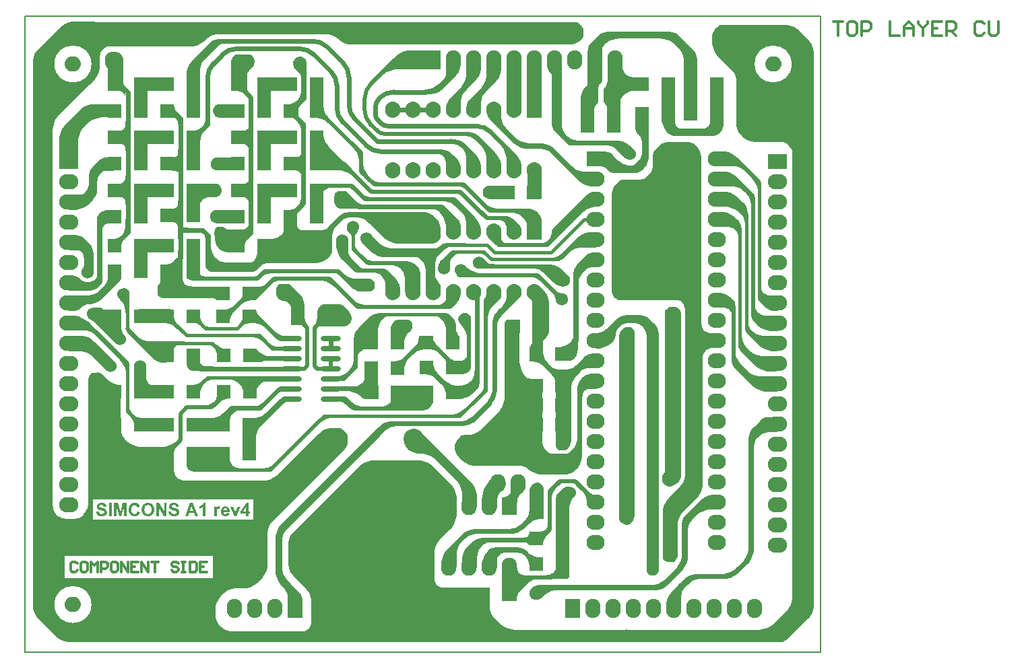
<source format=gtl>
G04 Layer_Physical_Order=1*
G04 Layer_Color=255*
%FSLAX25Y25*%
%MOIN*%
G70*
G01*
G75*
%ADD10C,0.04000*%
%ADD11C,0.02000*%
%ADD12C,0.02200*%
%ADD13C,0.02400*%
%ADD14C,0.07500*%
%ADD15C,0.03000*%
%ADD16R,0.06693X0.06693*%
%ADD17O,0.08000X0.07500*%
%ADD18O,0.09842X0.02756*%
%ADD19C,0.01800*%
%ADD20C,0.01600*%
%ADD21C,0.06500*%
%ADD22C,0.00800*%
%ADD23C,0.01200*%
%ADD24C,0.01400*%
%ADD25C,0.06000*%
%ADD26R,0.07500X0.09500*%
%ADD27O,0.07500X0.09500*%
%ADD28O,0.09500X0.07500*%
%ADD29R,0.09500X0.07500*%
%ADD30O,0.07500X0.08000*%
%ADD31R,0.07500X0.08000*%
%ADD32C,0.07500*%
%ADD33O,0.09000X0.07500*%
%ADD34R,0.09000X0.07500*%
%ADD35O,0.07500X0.09000*%
%ADD36C,0.10000*%
%ADD37R,0.07500X0.09000*%
G36*
X114320Y169398D02*
X114477Y168609D01*
X114785Y167865D01*
X115232Y167196D01*
X115502Y166898D01*
X123691Y158709D01*
X124165Y158280D01*
X125227Y157570D01*
X126408Y157081D01*
X127661Y156831D01*
X128300Y156800D01*
Y154924D01*
X128305Y154824D01*
X128344Y154627D01*
X128421Y154441D01*
X128533Y154274D01*
X128600Y154200D01*
X126486D01*
X125760Y154344D01*
X125077Y154627D01*
X124462Y155038D01*
X124200Y155300D01*
X124200Y155300D01*
X119228Y160272D01*
X118526Y160908D01*
X116952Y161960D01*
X115203Y162684D01*
X113347Y163054D01*
X112400Y163100D01*
X111911D01*
X111175Y163064D01*
X109731Y162777D01*
X108370Y162213D01*
X107146Y161395D01*
X106600Y160900D01*
X106457Y160757D01*
X106122Y160533D01*
X105749Y160379D01*
X105353Y160300D01*
X104796D01*
X106200Y163000D01*
X106427Y163227D01*
X106714Y163543D01*
X107187Y164251D01*
X107513Y165039D01*
X107679Y165874D01*
X107700Y166300D01*
X108339Y166331D01*
X109592Y166581D01*
X110773Y167070D01*
X111835Y167780D01*
X112309Y168209D01*
Y168209D01*
X113900Y169800D01*
X114300D01*
X114320Y169398D01*
D02*
G37*
G36*
X128600Y154200D02*
X128600Y154200D01*
X128600D01*
X128600Y154200D01*
D02*
G37*
G36*
X92614Y153616D02*
X93484Y153256D01*
X94267Y152733D01*
X94600Y152400D01*
X95146Y151905D01*
X96371Y151087D01*
X97731Y150523D01*
X99175Y150236D01*
X99911Y150200D01*
X101300D01*
Y149990D01*
Y149755D01*
X101208Y149293D01*
X101028Y148858D01*
X100766Y148466D01*
X100600Y148300D01*
X100434Y148134D01*
X100042Y147872D01*
X99607Y147692D01*
X99145Y147600D01*
X94800D01*
X94779Y148026D01*
X94613Y148861D01*
X94287Y149648D01*
X93814Y150357D01*
X93527Y150673D01*
X93100Y151100D01*
X93100Y151100D01*
X92802Y151370D01*
X92134Y151816D01*
X91392Y152124D01*
X90605Y152280D01*
X90203Y152300D01*
X87700D01*
X88100Y153200D01*
Y153200D01*
X88243Y153343D01*
X88578Y153567D01*
X88951Y153721D01*
X89347Y153800D01*
X91691D01*
X92614Y153616D01*
D02*
G37*
G36*
X72157Y169744D02*
X72157D01*
X72476Y169424D01*
X72978Y168673D01*
X73324Y167838D01*
X73500Y166952D01*
Y166500D01*
X73526Y165979D01*
X73729Y164958D01*
X74127Y163996D01*
X74706Y163131D01*
X75056Y162744D01*
X79500Y158300D01*
X79500D01*
X79334Y158133D01*
X78942Y157872D01*
X78507Y157692D01*
X78045Y157600D01*
X77800D01*
X75229Y160171D01*
X75229Y160171D01*
X74502Y160830D01*
X72872Y161919D01*
X71061Y162669D01*
X69138Y163052D01*
X68158Y163100D01*
X54200D01*
X55200Y168500D01*
Y168817D01*
X55197Y168884D01*
X55171Y169015D01*
X55119Y169139D01*
X55045Y169250D01*
X55000Y169300D01*
X55143Y169443D01*
X55478Y169667D01*
X55851Y169821D01*
X56247Y169900D01*
X72000D01*
X72157Y169744D01*
D02*
G37*
G36*
X208356Y168029D02*
X209164Y167695D01*
X209891Y167209D01*
X210200Y166900D01*
X210200Y166900D01*
X211474Y165626D01*
X211860Y165240D01*
X212468Y164330D01*
X212887Y163320D01*
X213100Y162247D01*
Y161700D01*
Y160563D01*
X213126Y160027D01*
X213335Y158977D01*
X213745Y157988D01*
X214340Y157097D01*
X214700Y156700D01*
X214700D01*
X214587Y156576D01*
X214402Y156298D01*
X214274Y155988D01*
X214208Y155660D01*
X214200Y155493D01*
Y154600D01*
X208824D01*
X208724Y154595D01*
X208527Y154556D01*
X208341Y154479D01*
X208174Y154367D01*
X208100Y154300D01*
Y159689D01*
X208064Y160425D01*
X207777Y161869D01*
X207213Y163230D01*
X206395Y164454D01*
X205900Y165000D01*
X205900Y165000D01*
X205528Y165338D01*
X204693Y165895D01*
X203765Y166279D01*
X202781Y166475D01*
X202279Y166500D01*
X179956D01*
X179587Y166482D01*
X178865Y166338D01*
X178185Y166057D01*
X177573Y165647D01*
X177300Y165400D01*
X176670Y164705D01*
X175629Y163147D01*
X174912Y161415D01*
X174546Y159577D01*
X174500Y158640D01*
Y150100D01*
X168797D01*
X168395Y150080D01*
X167608Y149924D01*
X166866Y149616D01*
X166198Y149170D01*
X165900Y148900D01*
Y148900D01*
X164895Y147895D01*
X164784Y147772D01*
X164600Y147497D01*
X164473Y147191D01*
X164408Y146866D01*
X164400Y146700D01*
Y145342D01*
Y144357D01*
X164016Y142425D01*
X163262Y140605D01*
X162168Y138968D01*
X161471Y138271D01*
X161471D01*
X158195Y134995D01*
X158077Y134877D01*
X157800Y134692D01*
X157493Y134565D01*
X157166Y134500D01*
X154023D01*
X153825Y134539D01*
X153639Y134617D01*
X153471Y134729D01*
X153400Y134800D01*
X153400Y134800D01*
X153500Y136700D01*
X154289D01*
X155025Y136736D01*
X156469Y137023D01*
X157829Y137587D01*
X159054Y138405D01*
X159600Y138900D01*
X159600D01*
X160025Y139325D01*
X160582Y139939D01*
X161502Y141317D01*
X162136Y142847D01*
X162459Y144472D01*
X162500Y145300D01*
Y154158D01*
Y155143D01*
X162884Y157075D01*
X163638Y158895D01*
X164733Y160532D01*
X165429Y161229D01*
Y161229D01*
X169471Y165271D01*
X170168Y165968D01*
X171805Y167062D01*
X173625Y167816D01*
X175557Y168200D01*
X207499D01*
X208356Y168029D01*
D02*
G37*
G36*
X208100Y154300D02*
X208100D01*
X208100Y154300D01*
Y154300D01*
D02*
G37*
G36*
X190022Y164667D02*
X190357Y164443D01*
X190500Y164300D01*
X190762Y164038D01*
X191173Y163423D01*
X191456Y162740D01*
X191600Y162014D01*
Y161644D01*
Y161500D01*
Y161215D01*
X191489Y160655D01*
X191270Y160128D01*
X190953Y159653D01*
X190752Y159451D01*
X189763Y158463D01*
Y158463D01*
X189254Y157901D01*
X188412Y156642D01*
X187833Y155243D01*
X187537Y153757D01*
X187500Y153000D01*
X180900Y155500D01*
Y160079D01*
Y160583D01*
X181097Y161573D01*
X181483Y162504D01*
X182043Y163343D01*
X182400Y163700D01*
X182685Y163985D01*
X183356Y164434D01*
X184102Y164743D01*
X184145Y164751D01*
X189819D01*
X190022Y164667D01*
D02*
G37*
G36*
X51141Y166881D02*
X51229Y166845D01*
X51308Y166792D01*
X51341Y166759D01*
X51341Y166759D01*
X51500Y166600D01*
Y162297D01*
X51520Y161896D01*
X51676Y161108D01*
X51984Y160366D01*
X52430Y159698D01*
X52700Y159400D01*
X53900Y157800D01*
X54671Y157029D01*
X55398Y156370D01*
X57028Y155281D01*
X58839Y154531D01*
X60762Y154148D01*
X61742Y154100D01*
X77833D01*
X78486Y153970D01*
X79101Y153715D01*
X79655Y153345D01*
X79890Y153110D01*
X80100Y152900D01*
X77721D01*
X77219Y152875D01*
X76235Y152680D01*
X75307Y152295D01*
X74472Y151737D01*
X74100Y151400D01*
X73988Y151276D01*
X73802Y150998D01*
X73673Y150688D01*
X73608Y150360D01*
X73600Y150193D01*
Y147500D01*
X73576Y147499D01*
X73530Y147490D01*
X73486Y147471D01*
X73447Y147445D01*
X73429Y147429D01*
Y147429D01*
X69500Y143500D01*
X67564D01*
X66179Y143775D01*
X64874Y144316D01*
X63699Y145101D01*
X63200Y145600D01*
X50761Y158039D01*
X50508Y158291D01*
X50112Y158885D01*
X49839Y159544D01*
X49700Y160243D01*
Y160600D01*
X50617Y161517D01*
X50681Y161587D01*
X50786Y161745D01*
X50858Y161920D01*
X50895Y162105D01*
X50900Y162200D01*
Y166659D01*
Y166692D01*
X50913Y166758D01*
X50939Y166820D01*
X50976Y166876D01*
X51000Y166900D01*
X51048D01*
X51141Y166881D01*
D02*
G37*
G36*
X218775Y167798D02*
X219258Y167598D01*
X219693Y167307D01*
X219878Y167122D01*
X220000Y167000D01*
X220000Y167000D01*
X220166Y166833D01*
X220428Y166442D01*
X220576Y166085D01*
Y140562D01*
X220350Y140017D01*
X220014Y139514D01*
X219800Y139300D01*
X219420Y138920D01*
X218525Y138322D01*
X217531Y137910D01*
X216475Y137700D01*
X210300D01*
X209801Y138199D01*
X209016Y139374D01*
X208475Y140679D01*
X208200Y142064D01*
Y142770D01*
Y143600D01*
X208187Y143860D01*
X208086Y144371D01*
X207886Y144852D01*
X207597Y145285D01*
X207422Y145478D01*
X204800Y148100D01*
X204800Y148100D01*
X204304Y148550D01*
X203190Y149294D01*
X201954Y149806D01*
X200641Y150067D01*
X199972Y150100D01*
X198200D01*
X197301Y150056D01*
X195537Y149705D01*
X193875Y149017D01*
X192380Y148018D01*
X191713Y147413D01*
X190300Y146000D01*
Y146000D01*
X189692Y145330D01*
X188689Y143827D01*
X187997Y142158D01*
X187644Y140385D01*
X187600Y139482D01*
Y138400D01*
X181100Y138200D01*
Y142400D01*
X181100D01*
X181212Y142524D01*
X181398Y142802D01*
X181527Y143112D01*
X181592Y143440D01*
X181600Y143607D01*
Y144000D01*
X182523Y144045D01*
X184333Y144405D01*
X186038Y145112D01*
X187573Y146137D01*
X188258Y146758D01*
X192737Y151237D01*
X192737D01*
X193246Y151799D01*
X194088Y153058D01*
X194667Y154457D01*
X194963Y155943D01*
X195000Y156700D01*
X201700D01*
X201731Y156061D01*
X201981Y154808D01*
X202470Y153627D01*
X203180Y152565D01*
X203609Y152091D01*
X209844Y145856D01*
X209844D01*
X210231Y145506D01*
X211096Y144927D01*
X212058Y144529D01*
X213079Y144326D01*
X213600Y144300D01*
X215286D01*
X215620Y144316D01*
X216277Y144447D01*
X216895Y144703D01*
X217452Y145075D01*
X217700Y145300D01*
X217880Y145499D01*
X218178Y145944D01*
X218382Y146439D01*
X218487Y146964D01*
X218500Y147231D01*
Y155358D01*
X218452Y156338D01*
X218069Y158261D01*
X217319Y160072D01*
X216230Y161702D01*
X215571Y162429D01*
X215100Y162900D01*
X215100Y162900D01*
X214910Y163090D01*
X214611Y163538D01*
X214405Y164035D01*
X214300Y164562D01*
Y164831D01*
Y165434D01*
Y165616D01*
X214371Y165973D01*
X214510Y166310D01*
X214713Y166613D01*
X214841Y166741D01*
X215200Y167100D01*
X215200D01*
X215390Y167290D01*
X215838Y167589D01*
X216335Y167795D01*
X216862Y167900D01*
X218262D01*
X218775Y167798D01*
D02*
G37*
G36*
X114558Y150187D02*
X114620Y150161D01*
X114676Y150124D01*
X114700Y150100D01*
X116332Y148468D01*
X116771Y148070D01*
X117755Y147413D01*
X118848Y146960D01*
X120008Y146729D01*
X120600Y146700D01*
X126867D01*
X127989Y146477D01*
X129045Y146039D01*
X129996Y145404D01*
X130400Y145000D01*
X129771Y144371D01*
X129754Y144354D01*
X129714Y144327D01*
X129670Y144309D01*
X129624Y144300D01*
X118407D01*
X118240Y144292D01*
X117912Y144227D01*
X117602Y144098D01*
X117324Y143912D01*
X117200Y143800D01*
X117152Y143752D01*
X117041Y143678D01*
X116916Y143626D01*
X116784Y143600D01*
X111916D01*
X111784Y143626D01*
X111659Y143678D01*
X111548Y143752D01*
X111500Y143800D01*
X111500Y143800D01*
X112300Y150200D01*
X114492D01*
X114558Y150187D01*
D02*
G37*
G36*
X37507Y170708D02*
X37942Y170528D01*
X38334Y170266D01*
X38500Y170100D01*
X38500Y170100D01*
X38599Y170010D01*
X38822Y169861D01*
X39069Y169759D01*
X39332Y169707D01*
X39466Y169700D01*
X42300D01*
X42340Y168895D01*
X42653Y167317D01*
X43202Y165992D01*
X47500Y165200D01*
Y160721D01*
X47525Y160219D01*
X47721Y159235D01*
X48105Y158307D01*
X48662Y157472D01*
X49000Y157100D01*
Y157100D01*
X46761Y154861D01*
X46522Y154597D01*
X46128Y154007D01*
X45856Y153351D01*
X45773Y152934D01*
X45711Y152874D01*
X45656Y152837D01*
X45241Y152715D01*
X45110Y152769D01*
X44971Y152796D01*
X44900Y152800D01*
X33792Y163908D01*
D01*
X33452Y164049D01*
X31942Y165058D01*
X31300Y165700D01*
X31390Y165799D01*
X31539Y166022D01*
X31641Y166269D01*
X31693Y166532D01*
X31700Y166666D01*
Y168200D01*
X33400Y170800D01*
X37045D01*
X37507Y170708D01*
D02*
G37*
G36*
X115520Y157487D02*
X116530Y157068D01*
X117440Y156460D01*
X117826Y156074D01*
X121000Y152900D01*
X121000Y152900D01*
X121372Y152562D01*
X122207Y152005D01*
X123135Y151620D01*
X124119Y151425D01*
X124621Y151400D01*
X128900D01*
X128782Y151394D01*
X128550Y151348D01*
X128331Y151258D01*
X128134Y151126D01*
X128046Y151046D01*
X127300Y150300D01*
X127300D01*
X127181Y150181D01*
X126901Y149994D01*
X126591Y149866D01*
X126261Y149800D01*
X124215D01*
X122676Y150106D01*
X121226Y150707D01*
X119921Y151579D01*
X119367Y152133D01*
X118100Y153400D01*
X118100Y153400D01*
X117455Y153985D01*
X116008Y154952D01*
X114400Y155618D01*
X112693Y155957D01*
X111823Y156000D01*
X111300D01*
X113900Y157700D01*
X114447D01*
X115520Y157487D01*
D02*
G37*
G36*
X348775Y227616D02*
X350595Y226862D01*
X352233Y225767D01*
X355161Y222838D01*
X355765Y222235D01*
X356714Y220815D01*
X357367Y219238D01*
X357653Y217800D01*
Y167500D01*
X357700Y167264D01*
Y163504D01*
X357728Y162935D01*
X357950Y161819D01*
X358385Y160768D01*
X359017Y159822D01*
X359400Y159400D01*
X360095Y158770D01*
X361653Y157729D01*
X363385Y157012D01*
X365223Y156646D01*
X366160Y156600D01*
X372100D01*
X372385Y149561D01*
X372039Y149200D01*
X369357D01*
X367425Y149584D01*
X365605Y150338D01*
X363967Y151433D01*
X363271Y152129D01*
X356900Y158500D01*
X356900Y158500D01*
Y158500D01*
X356589Y158871D01*
X356411Y159138D01*
X356205Y159635D01*
X356100Y160162D01*
Y160431D01*
Y211706D01*
X356061Y212509D01*
X355747Y214085D01*
X355132Y215569D01*
X354240Y216904D01*
X353871Y217312D01*
X353870Y217312D01*
X353870Y217313D01*
X353700Y217500D01*
X353529Y217671D01*
X353529Y217671D01*
X352802Y218330D01*
X351172Y219419D01*
X349361Y220169D01*
X347438Y220552D01*
X346458Y220600D01*
X342300D01*
X342051Y220997D01*
X342039Y221025D01*
X342000Y221223D01*
Y228000D01*
X346843D01*
X348775Y227616D01*
D02*
G37*
G36*
X131162Y182038D02*
X131400Y181800D01*
X135271Y177929D01*
X135968Y177233D01*
X137062Y175595D01*
X137816Y173775D01*
X138200Y171843D01*
Y170858D01*
Y166146D01*
X138230Y165543D01*
X138465Y164362D01*
X138926Y163249D01*
X139595Y162247D01*
X140000Y161800D01*
X140000D01*
X139910Y161701D01*
X139761Y161478D01*
X139659Y161231D01*
X139607Y160968D01*
X139600Y160834D01*
Y160803D01*
X138600Y158900D01*
X138583Y159255D01*
X138444Y159951D01*
X138172Y160607D01*
X137778Y161197D01*
X137539Y161461D01*
X137539Y161461D01*
X137500Y161500D01*
X137326Y161658D01*
X136937Y161918D01*
X136504Y162097D01*
X136044Y162188D01*
X135810Y162200D01*
X134800D01*
X134794Y162318D01*
X134748Y162550D01*
X134658Y162769D01*
X134526Y162966D01*
X134446Y163054D01*
X134447D01*
X131600Y165900D01*
Y169944D01*
X131582Y170312D01*
X131438Y171035D01*
X131157Y171715D01*
X130747Y172327D01*
X130500Y172600D01*
X129907Y173193D01*
X129732Y173352D01*
X129338Y173615D01*
X128901Y173796D01*
X128437Y173888D01*
X128200Y173900D01*
X127843D01*
X127144Y174039D01*
X126485Y174312D01*
X125891Y174708D01*
X125639Y174961D01*
X125200Y175400D01*
X124938Y175662D01*
X124527Y176277D01*
X124244Y176960D01*
X124100Y177686D01*
Y178056D01*
Y179527D01*
Y179830D01*
X124218Y180423D01*
X124450Y180983D01*
X124786Y181486D01*
X125000Y181700D01*
X125000D01*
X125039Y181739D01*
X125292Y181992D01*
X125869Y182378D01*
X130654D01*
X131162Y182038D01*
D02*
G37*
G36*
X245500Y177797D02*
Y177512D01*
X245389Y176954D01*
X245171Y176428D01*
X244855Y175955D01*
X244654Y175753D01*
Y175753D01*
X236129Y167229D01*
X235470Y166502D01*
X234381Y164872D01*
X233631Y163061D01*
X233248Y161138D01*
X233200Y160158D01*
Y129642D01*
Y128657D01*
X232816Y126725D01*
X232062Y124905D01*
X230967Y123267D01*
X230271Y122571D01*
X230271D01*
X222829Y115129D01*
X222132Y114433D01*
X220495Y113338D01*
X218675Y112584D01*
X216743Y112200D01*
X192314D01*
X192272Y112204D01*
X192230Y112200D01*
X184542D01*
X183562Y112152D01*
X181639Y111769D01*
X179828Y111019D01*
X178198Y109930D01*
X177471Y109271D01*
Y109271D01*
X129558Y61358D01*
X128937Y60673D01*
X127912Y59138D01*
X127205Y57433D01*
X126845Y55623D01*
X126800Y54700D01*
Y42542D01*
X126848Y41562D01*
X127231Y39639D01*
X127981Y37828D01*
X129070Y36198D01*
X129729Y35471D01*
X135474Y29726D01*
X135860Y29340D01*
X136468Y28430D01*
X136887Y27420D01*
X137100Y26347D01*
Y25800D01*
Y24928D01*
Y24256D01*
X136838Y22937D01*
X136323Y21694D01*
X135575Y20576D01*
X135100Y20100D01*
X135100D01*
X135100D01*
D01*
X129800Y21200D01*
Y27272D01*
X129767Y27941D01*
X129506Y29254D01*
X128994Y30490D01*
X128250Y31604D01*
X127800Y32100D01*
X127800Y32100D01*
X126929Y32971D01*
X126233Y33667D01*
X125138Y35305D01*
X124384Y37125D01*
X124000Y39057D01*
Y40042D01*
Y56558D01*
Y57543D01*
X124384Y59475D01*
X125138Y61295D01*
X126233Y62932D01*
X126929Y63629D01*
Y63629D01*
X174771Y111471D01*
X175468Y112168D01*
X177105Y113262D01*
X178925Y114016D01*
X180817Y114392D01*
X185032D01*
X185238Y114351D01*
X214909D01*
X215253Y114419D01*
X215838Y114448D01*
X217761Y114831D01*
X219572Y115581D01*
X221202Y116670D01*
X221929Y117329D01*
X221929D01*
X228271Y123671D01*
X228930Y124398D01*
X230019Y126028D01*
X230769Y127839D01*
X231152Y129762D01*
X231200Y130742D01*
Y162458D01*
Y163443D01*
X231584Y165375D01*
X232338Y167195D01*
X233433Y168833D01*
X234129Y169529D01*
Y169529D01*
X236100Y171500D01*
X236550Y171996D01*
X237294Y173109D01*
X237806Y174346D01*
X238067Y175659D01*
X238100Y176328D01*
Y178200D01*
X244534D01*
X244668Y178207D01*
X244931Y178259D01*
X245178Y178361D01*
X245401Y178510D01*
X245500Y178600D01*
X245500D01*
Y177797D01*
D02*
G37*
G36*
X235500Y177014D02*
Y176678D01*
X235369Y176018D01*
X235111Y175397D01*
X234738Y174838D01*
X234500Y174600D01*
Y174600D01*
X231629Y171729D01*
X230970Y171002D01*
X229881Y169372D01*
X229131Y167561D01*
X228748Y165638D01*
X228700Y164658D01*
Y131297D01*
Y130894D01*
X228542Y130102D01*
X228234Y129356D01*
X227785Y128685D01*
X227500Y128400D01*
X227500D01*
X218029Y118929D01*
X217333Y118233D01*
X215695Y117138D01*
X213875Y116384D01*
X212060Y116023D01*
X179900D01*
X179723Y116000D01*
X152142D01*
X151162Y115952D01*
X149239Y115569D01*
X147428Y114819D01*
X145798Y113730D01*
X145071Y113071D01*
Y113071D01*
X124429Y92429D01*
X123732Y91733D01*
X122095Y90638D01*
X120275Y89884D01*
X118343Y89500D01*
X83193D01*
X82402Y89657D01*
X81656Y89966D01*
X80985Y90415D01*
X80700Y90700D01*
X80486Y90914D01*
X80150Y91417D01*
X79918Y91976D01*
X79800Y92570D01*
Y92873D01*
Y98500D01*
Y98643D01*
X79856Y98922D01*
X79965Y99186D01*
X80123Y99423D01*
X80224Y99524D01*
X82500Y101800D01*
X100261D01*
X100591Y101734D01*
X100901Y101606D01*
X101181Y101419D01*
X101300Y101300D01*
X101300Y101300D01*
Y95739D01*
X101321Y95303D01*
X101491Y94450D01*
X101824Y93646D01*
X102307Y92923D01*
X102600Y92600D01*
X102727Y92473D01*
X103043Y92186D01*
X103752Y91713D01*
X104539Y91387D01*
X105374Y91221D01*
X105800Y91200D01*
X118396D01*
X118965Y91228D01*
X120081Y91450D01*
X121132Y91885D01*
X122078Y92518D01*
X122500Y92900D01*
Y92900D01*
X144896Y115296D01*
X145467Y115867D01*
X146812Y116766D01*
X148306Y117385D01*
X149892Y117700D01*
X210358D01*
X211338Y117748D01*
X213261Y118131D01*
X215072Y118881D01*
X216702Y119970D01*
X217429Y120629D01*
X217429D01*
X225839Y129039D01*
X226078Y129303D01*
X226472Y129893D01*
X226744Y130549D01*
X226883Y131245D01*
X226900Y131600D01*
Y174334D01*
Y174469D01*
X226953Y174733D01*
X227055Y174981D01*
X227205Y175205D01*
X227300Y175300D01*
X227480Y175499D01*
X227778Y175944D01*
X227982Y176438D01*
X228087Y176964D01*
X228100Y177231D01*
X228100Y178100D01*
X228171Y178171D01*
X228339Y178283D01*
X228525Y178361D01*
X228723Y178400D01*
X235500D01*
Y177014D01*
D02*
G37*
G36*
X77061Y198838D02*
X77412Y198314D01*
X77761Y198547D01*
X77933Y198703D01*
X77990Y198760D01*
Y184658D01*
X78006Y184331D01*
X78134Y183689D01*
X78384Y183085D01*
X78747Y182541D01*
X78967Y182299D01*
D01*
X79192Y182148D01*
X80800Y181482D01*
X81716Y181300D01*
X81820D01*
X81821Y181279D01*
X82507Y181143D01*
X83377Y181100D01*
X99500D01*
Y180648D01*
X99324Y179762D01*
X98978Y178927D01*
X98476Y178176D01*
X98156Y177857D01*
X94800Y174500D01*
X94552Y174725D01*
X93995Y175097D01*
X93377Y175353D01*
X92720Y175484D01*
X92386Y175500D01*
X67847D01*
X67451Y175579D01*
X67078Y175733D01*
X66743Y175957D01*
X66600Y176100D01*
X65966Y176734D01*
X65966D01*
X65831Y176869D01*
X65620Y177185D01*
X65474Y177537D01*
X65400Y177910D01*
Y178100D01*
Y180410D01*
Y180645D01*
X65492Y181107D01*
X65672Y181542D01*
X65934Y181933D01*
X66100Y182100D01*
X66280Y182299D01*
X66578Y182744D01*
X66782Y183238D01*
X66887Y183764D01*
X66900Y184031D01*
Y189600D01*
X69400Y192100D01*
X69968Y192128D01*
X71082Y192350D01*
X72131Y192784D01*
X73076Y193415D01*
X73497Y193797D01*
X75000Y195300D01*
X75000D01*
X75157Y195474D01*
X75418Y195863D01*
X75597Y196296D01*
X75688Y196756D01*
X75700Y196990D01*
Y198900D01*
X76317D01*
X76384Y198903D01*
X76515Y198929D01*
X76639Y198981D01*
X76750Y199055D01*
X76800Y199100D01*
X77061Y198838D01*
D02*
G37*
G36*
X86000Y202200D02*
X86119Y202081D01*
X86306Y201801D01*
X86434Y201491D01*
X86500Y201161D01*
Y200993D01*
Y187966D01*
X86507Y187832D01*
X86559Y187569D01*
X86661Y187322D01*
X86810Y187099D01*
X86900Y187000D01*
X86900Y187000D01*
X87123Y186797D01*
X87624Y186463D01*
X88181Y186232D01*
X88772Y186115D01*
X89073Y186100D01*
X113200D01*
X113508Y186115D01*
X114111Y186235D01*
X114680Y186471D01*
X115191Y186812D01*
X115419Y187019D01*
X117493Y189093D01*
X117661Y189261D01*
X118056Y189525D01*
X118496Y189707D01*
X118962Y189800D01*
X152821D01*
X154338Y189498D01*
X155767Y188906D01*
X157053Y188047D01*
X157600Y187500D01*
X157600Y187500D01*
X158221Y186937D01*
X159612Y186008D01*
X161158Y185368D01*
X162799Y185041D01*
X163636Y185000D01*
X170438D01*
X170904Y184907D01*
X171344Y184725D01*
X171739Y184461D01*
X171907Y184293D01*
X172400Y183800D01*
X172400Y183800D01*
X172543Y183657D01*
X172767Y183322D01*
X172921Y182949D01*
X173000Y182553D01*
Y182352D01*
Y181400D01*
Y181162D01*
X172907Y180696D01*
X172725Y180256D01*
X172461Y179861D01*
X172293Y179693D01*
X172100Y179500D01*
Y179500D01*
X171886Y179286D01*
X171383Y178950D01*
X170824Y178718D01*
X170230Y178600D01*
X165858D01*
X164599Y178850D01*
X163412Y179342D01*
X162345Y180055D01*
X161891Y180509D01*
X156200Y186200D01*
X155803Y186560D01*
X154912Y187155D01*
X153923Y187565D01*
X152873Y187774D01*
X152337Y187800D01*
X122200D01*
X121443Y187763D01*
X119957Y187467D01*
X118558Y186888D01*
X117299Y186046D01*
X116737Y185537D01*
X116400Y185200D01*
Y185200D01*
X116138Y184938D01*
X115523Y184527D01*
X114840Y184244D01*
X114114Y184100D01*
X82709D01*
X81786Y184284D01*
X80916Y184644D01*
X80133Y185167D01*
X79800Y185500D01*
Y200300D01*
X86000Y202200D01*
X86000Y202200D01*
D02*
G37*
G36*
X165200Y210324D02*
X165014Y209392D01*
X164650Y208513D01*
X164122Y207722D01*
X163786Y207386D01*
X163700Y207300D01*
Y207300D01*
X163565Y207151D01*
X163342Y206817D01*
X163188Y206446D01*
X163110Y206052D01*
X163100Y205852D01*
Y202500D01*
X163123Y202027D01*
X163308Y201098D01*
X163670Y200224D01*
X164196Y199437D01*
X164514Y199086D01*
X168000Y195600D01*
X168472Y195173D01*
X169529Y194466D01*
X170704Y193979D01*
X171951Y193731D01*
X172587Y193700D01*
X188885D01*
X190424Y193394D01*
X191874Y192793D01*
X193179Y191921D01*
X193733Y191367D01*
X194100Y191000D01*
X194100Y191000D01*
X194433Y190667D01*
X194956Y189884D01*
X195316Y189014D01*
X195500Y188091D01*
Y187620D01*
Y178000D01*
X188623D01*
X188426Y178039D01*
X188239Y178117D01*
X188071Y178229D01*
X188000Y178300D01*
X188000Y184589D01*
X187964Y185325D01*
X187677Y186769D01*
X187113Y188129D01*
X186295Y189354D01*
X185800Y189900D01*
X185328Y190328D01*
X184271Y191034D01*
X183096Y191521D01*
X181849Y191769D01*
X181213Y191800D01*
X169786D01*
X169366Y191884D01*
X168971Y192047D01*
X168615Y192285D01*
X168464Y192436D01*
X161800Y199100D01*
X161800Y199100D01*
X161729Y199171D01*
X161617Y199339D01*
X161539Y199525D01*
X161500Y199723D01*
Y199824D01*
Y203698D01*
X161540Y204000D01*
X161500Y204302D01*
Y205710D01*
X161488Y205944D01*
X161397Y206404D01*
X161218Y206837D01*
X160958Y207226D01*
X160800Y207400D01*
X160331Y207869D01*
X160062Y208138D01*
X159640Y208770D01*
X159348Y209473D01*
X159200Y210220D01*
Y210600D01*
X163500Y210700D01*
X164959D01*
X164992Y210702D01*
X165058Y210715D01*
X165120Y210740D01*
X165175Y210777D01*
X165200Y210800D01*
Y210324D01*
D02*
G37*
G36*
X159853Y200200D02*
X159869Y200121D01*
Y199824D01*
Y199723D01*
X159900Y199566D01*
Y199405D01*
X159900Y199405D01*
Y198621D01*
X159925Y198119D01*
X160120Y197135D01*
X160505Y196207D01*
X161063Y195372D01*
X161400Y195000D01*
X161400Y195000D01*
X165722Y190678D01*
X165915Y190503D01*
X166348Y190214D01*
X166829Y190014D01*
X167340Y189913D01*
X167600Y189900D01*
X177614D01*
X178340Y189756D01*
X179023Y189473D01*
X179638Y189062D01*
X179900Y188800D01*
X182571Y186129D01*
X183267Y185433D01*
X184362Y183795D01*
X185116Y181975D01*
X185500Y180043D01*
Y179058D01*
Y177900D01*
X178100Y178100D01*
Y182013D01*
X178069Y182649D01*
X177821Y183896D01*
X177334Y185071D01*
X176628Y186128D01*
X176200Y186600D01*
X175852Y186915D01*
X175073Y187436D01*
X174208Y187794D01*
X173289Y187977D01*
X172820Y188000D01*
X164370D01*
X163777Y188118D01*
X163217Y188350D01*
X162714Y188686D01*
X162500Y188900D01*
X162500Y188900D01*
X156929Y194471D01*
X156233Y195168D01*
X155138Y196805D01*
X154384Y198625D01*
X154000Y200557D01*
Y201542D01*
Y204100D01*
X159853D01*
Y200200D01*
D02*
G37*
G36*
X218371Y190729D02*
X219098Y190070D01*
X220728Y188981D01*
X222539Y188231D01*
X224462Y187848D01*
X225442Y187800D01*
X252757D01*
X253456Y187661D01*
X254115Y187388D01*
X254708Y186992D01*
X254961Y186739D01*
X262415Y179285D01*
X262415D01*
X262784Y178951D01*
X263610Y178399D01*
X264528Y178018D01*
X265503Y177824D01*
X266000Y177800D01*
X266253D01*
X266649Y177721D01*
X267022Y177567D01*
X267357Y177343D01*
X267500Y177200D01*
X267510Y177190D01*
X267729Y176971D01*
X268072Y176457D01*
X268309Y175886D01*
X268429Y175280D01*
X268429Y174971D01*
X268446Y174954D01*
X268473Y174914D01*
X268491Y174870D01*
X268500Y174824D01*
X268500Y174800D01*
X268405Y174705D01*
X268181Y174555D01*
X267933Y174452D01*
X267669Y174400D01*
X262500D01*
X262478Y174850D01*
X262302Y175732D01*
X261958Y176562D01*
X261459Y177310D01*
X261157Y177644D01*
X255100Y183700D01*
X255100Y183700D01*
X254628Y184127D01*
X253571Y184834D01*
X252396Y185321D01*
X251149Y185569D01*
X250513Y185600D01*
X215547D01*
X215151Y185679D01*
X214778Y185833D01*
X214443Y186057D01*
X214300Y186200D01*
X213690Y186810D01*
X213690Y186810D01*
X213455Y187045D01*
X213085Y187599D01*
X212830Y188214D01*
X212700Y188867D01*
Y189200D01*
X214300Y190600D01*
X215769D01*
X216036Y190613D01*
X216562Y190718D01*
X217056Y190922D01*
X217501Y191220D01*
X217700Y191400D01*
X218371Y190729D01*
D02*
G37*
G36*
X155780Y172211D02*
X157147Y171645D01*
X158377Y170823D01*
X158900Y170300D01*
X158900Y170300D01*
X159491Y169709D01*
X159945Y169255D01*
X160658Y168188D01*
X161150Y167001D01*
X161400Y165742D01*
Y165100D01*
Y164815D01*
X161289Y164255D01*
X161070Y163728D01*
X160753Y163253D01*
X160552Y163051D01*
Y163051D01*
X159800Y162300D01*
X159610Y162110D01*
X159162Y161811D01*
X158665Y161605D01*
X158138Y161500D01*
X146149D01*
X145948Y161490D01*
X145554Y161412D01*
X145183Y161258D01*
X144849Y161035D01*
X144700Y160900D01*
X144588Y160776D01*
X144402Y160498D01*
X144273Y160188D01*
X144208Y159860D01*
X144200Y159693D01*
Y159224D01*
Y159123D01*
X144161Y158925D01*
X144083Y158739D01*
X143971Y158571D01*
X143900Y158500D01*
Y158500D01*
X142600Y161500D01*
X143050Y161996D01*
X143794Y163110D01*
X144306Y164346D01*
X144567Y165659D01*
X144600Y166328D01*
Y168444D01*
Y168814D01*
X144744Y169540D01*
X145027Y170223D01*
X145438Y170838D01*
X145700Y171100D01*
X146033Y171433D01*
X146816Y171956D01*
X147686Y172316D01*
X148609Y172500D01*
X154329D01*
X155780Y172211D01*
D02*
G37*
G36*
X83498Y167430D02*
X84166Y166984D01*
X84908Y166676D01*
X85695Y166520D01*
X86097Y166500D01*
X86500D01*
X86524Y166003D01*
X86718Y165028D01*
X87099Y164110D01*
X87651Y163284D01*
X87985Y162915D01*
X88900Y162000D01*
X88900Y162000D01*
X89099Y161820D01*
X89544Y161522D01*
X90039Y161318D01*
X90564Y161213D01*
X90831Y161200D01*
X94400D01*
X94091Y160891D01*
X93364Y160405D01*
X92556Y160071D01*
X91699Y159900D01*
X89796D01*
X89003Y160058D01*
X88256Y160367D01*
X87584Y160816D01*
X87298Y161102D01*
X86500Y161900D01*
X86500Y161900D01*
X86177Y162192D01*
X85454Y162676D01*
X84650Y163009D01*
X83797Y163179D01*
X83362Y163200D01*
X81100D01*
X83200Y167700D01*
X83498Y167430D01*
D02*
G37*
G36*
X348475Y237616D02*
X350295Y236862D01*
X351933Y235768D01*
X352629Y235071D01*
X352629Y235071D01*
X359984Y227716D01*
X360433Y227044D01*
X360742Y226297D01*
X360853Y225741D01*
Y176000D01*
X360900Y175764D01*
Y172021D01*
X360925Y171519D01*
X361121Y170535D01*
X361505Y169607D01*
X362063Y168772D01*
X362400Y168400D01*
X362822Y168017D01*
X363768Y167385D01*
X364819Y166950D01*
X365935Y166728D01*
X366504Y166700D01*
X372053D01*
X372057Y166699D01*
X372221Y166623D01*
X372500Y166459D01*
Y159200D01*
X368357D01*
X366425Y159584D01*
X364605Y160338D01*
X362967Y161433D01*
X362271Y162129D01*
X361139Y163261D01*
X360701Y163699D01*
X360014Y164727D01*
X359541Y165869D01*
X359347Y166845D01*
Y216800D01*
X359300Y217036D01*
Y220558D01*
X359252Y221538D01*
X358869Y223461D01*
X358119Y225272D01*
X357030Y226902D01*
X356371Y227629D01*
X356371Y227629D01*
X356000Y228000D01*
X355354Y228585D01*
X353908Y229552D01*
X352300Y230218D01*
X350593Y230557D01*
X349723Y230600D01*
X342400D01*
X342210Y237642D01*
X342558Y238000D01*
X346543D01*
X348475Y237616D01*
D02*
G37*
G36*
X149675Y185616D02*
X151495Y184862D01*
X153132Y183767D01*
X153829Y183071D01*
X162071Y174829D01*
X162798Y174170D01*
X164428Y173081D01*
X166239Y172331D01*
X168162Y171948D01*
X169142Y171900D01*
X204300D01*
X204655Y171917D01*
X205351Y172056D01*
X206007Y172328D01*
X206597Y172722D01*
X206861Y172961D01*
X207600Y173700D01*
X207600D01*
X207713Y173824D01*
X207898Y174102D01*
X208027Y174412D01*
X208092Y174740D01*
X208100Y174907D01*
Y178700D01*
X208100Y178700D01*
X208100Y178700D01*
Y178700D01*
X208174Y178632D01*
X208341Y178521D01*
X208527Y178444D01*
X208724Y178405D01*
X208824Y178400D01*
X215500D01*
Y177568D01*
X215175Y175935D01*
X214538Y174398D01*
X213614Y173014D01*
X213025Y172425D01*
X211900Y171300D01*
X211900D01*
X211567Y170967D01*
X210784Y170444D01*
X209914Y170084D01*
X208991Y169900D01*
X166792D01*
X165206Y170215D01*
X163712Y170834D01*
X162367Y171732D01*
X161796Y172304D01*
X153029Y181071D01*
X153029Y181071D01*
X152302Y181730D01*
X150672Y182819D01*
X148861Y183569D01*
X146938Y183952D01*
X145958Y184000D01*
X143100D01*
X143400Y185700D01*
X143400D01*
X143471Y185771D01*
X143639Y185883D01*
X143825Y185961D01*
X144023Y186000D01*
X147743D01*
X149675Y185616D01*
D02*
G37*
G36*
X348175Y247616D02*
X349995Y246862D01*
X351632Y245767D01*
X352329Y245071D01*
X352329Y245071D01*
X363507Y233893D01*
X363798Y233458D01*
X363998Y232975D01*
X364100Y232462D01*
Y232200D01*
Y180856D01*
X364118Y180488D01*
X364262Y179765D01*
X364544Y179085D01*
X364952Y178473D01*
X365200Y178200D01*
X365597Y177840D01*
X366488Y177245D01*
X367477Y176835D01*
X368527Y176626D01*
X369063Y176600D01*
X372400D01*
X372424Y176576D01*
X372461Y176520D01*
X372487Y176458D01*
X372500Y176392D01*
Y169200D01*
X369848D01*
X368595Y169449D01*
X367414Y169938D01*
X366352Y170648D01*
X363416Y173584D01*
X362967Y174256D01*
X362658Y175003D01*
X362547Y175559D01*
Y227200D01*
X362500Y227436D01*
Y227758D01*
X362452Y228738D01*
X362069Y230661D01*
X361319Y232472D01*
X360230Y234102D01*
X359571Y234829D01*
X359571Y234829D01*
X355800Y238600D01*
X355304Y239050D01*
X354190Y239794D01*
X352954Y240306D01*
X351641Y240567D01*
X350972Y240600D01*
X342358D01*
X342010Y240958D01*
X342200Y248000D01*
X346243D01*
X348175Y247616D01*
D02*
G37*
G36*
X49634Y180316D02*
X50029Y180153D01*
X50385Y179915D01*
X50536Y179764D01*
X50536D01*
X50900Y179400D01*
X51043Y179257D01*
X51267Y178922D01*
X51421Y178549D01*
X51500Y178153D01*
Y177952D01*
X51500Y171500D01*
X51297Y171277D01*
X50963Y170776D01*
X50732Y170219D01*
X50615Y169628D01*
X50600Y169327D01*
Y167150D01*
X49700Y168300D01*
X49656Y169199D01*
X49305Y170963D01*
X48617Y172625D01*
X47618Y174120D01*
X47013Y174787D01*
Y174787D01*
X46500Y175300D01*
X47161Y175961D01*
X47575Y176418D01*
X48259Y177441D01*
X48730Y178578D01*
X48970Y179785D01*
X49000Y180400D01*
X49214D01*
X49634Y180316D01*
D02*
G37*
G36*
X82449Y150121D02*
X82822Y149967D01*
X83157Y149743D01*
X83300Y149600D01*
X83300Y149600D01*
X86600Y145200D01*
Y143907D01*
X86608Y143740D01*
X86673Y143412D01*
X86802Y143102D01*
X86988Y142824D01*
X87100Y142700D01*
X87110Y142690D01*
X87356Y142467D01*
X87907Y142099D01*
X88519Y141846D01*
X89169Y141716D01*
X89500Y141700D01*
X92668D01*
X93789Y141477D01*
X94845Y141039D01*
X95796Y140404D01*
X96200Y140000D01*
X96034Y139833D01*
X95642Y139572D01*
X95207Y139392D01*
X94745Y139300D01*
X83078D01*
X82418Y139431D01*
X81797Y139689D01*
X81238Y140062D01*
X81000Y140300D01*
X80738Y140562D01*
X80327Y141177D01*
X80044Y141860D01*
X79900Y142586D01*
Y142956D01*
Y150200D01*
X82053D01*
X82449Y150121D01*
D02*
G37*
G36*
X271475Y85216D02*
X273295Y84462D01*
X274933Y83368D01*
X275629Y82671D01*
X277460Y80840D01*
X277734Y80484D01*
X278090Y80210D01*
X278957Y79343D01*
X278957D01*
X279290Y79041D01*
X280038Y78542D01*
X280869Y78197D01*
X281750Y78022D01*
X282200Y78000D01*
X282414D01*
X282834Y77917D01*
X283229Y77753D01*
X283585Y77515D01*
X283736Y77364D01*
X286800Y74300D01*
X278041D01*
X278008Y74298D01*
X277942Y74285D01*
X277881Y74260D01*
X277825Y74222D01*
X277800Y74200D01*
X277759Y75028D01*
X277436Y76653D01*
X276802Y78183D01*
X275882Y79561D01*
X275325Y80175D01*
X272700Y82800D01*
X272452Y83025D01*
X271895Y83397D01*
X271277Y83653D01*
X270620Y83784D01*
X270286Y83800D01*
X270002D01*
X269700Y83840D01*
X269466Y83809D01*
X268945D01*
X268900Y83800D01*
X266900D01*
X266474Y83779D01*
X265638Y83613D01*
X264851Y83287D01*
X264143Y82814D01*
X263827Y82527D01*
X262580Y81280D01*
X262580D01*
X262134Y80788D01*
X261398Y79686D01*
X260891Y78462D01*
X260632Y77163D01*
X260600Y76500D01*
X260532Y76425D01*
X260421Y76259D01*
X260344Y76073D01*
X260305Y75876D01*
X260300Y75776D01*
Y60100D01*
X258351Y58151D01*
X258351D01*
X257889Y57642D01*
X257127Y56500D01*
X256602Y55232D01*
X256334Y53886D01*
X256300Y53200D01*
X249600D01*
X249600Y53200D01*
X249277Y53492D01*
X248554Y53976D01*
X247750Y54309D01*
X246897Y54479D01*
X246462Y54500D01*
X230122D01*
X229596Y54474D01*
X228565Y54269D01*
X227593Y53867D01*
X226719Y53282D01*
X226329Y52929D01*
X225670Y52202D01*
X224581Y50572D01*
X223831Y48761D01*
X223448Y46838D01*
X223400Y45858D01*
Y41700D01*
X216100Y42800D01*
Y45458D01*
Y46443D01*
X216484Y48375D01*
X217238Y50195D01*
X218333Y51832D01*
X219029Y52529D01*
X220500Y54000D01*
Y54000D01*
X221166Y54666D01*
X222731Y55712D01*
X224471Y56433D01*
X226318Y56800D01*
X246627D01*
X246928Y56815D01*
X247519Y56932D01*
X248076Y57163D01*
X248577Y57498D01*
X248800Y57700D01*
X249003Y57923D01*
X249337Y58424D01*
X249568Y58981D01*
X249685Y59572D01*
X249700Y59873D01*
Y59900D01*
X249700Y59900D01*
X249700Y59900D01*
Y59900D01*
X249725Y59878D01*
X249781Y59840D01*
X249842Y59815D01*
X249908Y59802D01*
X249941Y59800D01*
X254661D01*
X255097Y59821D01*
X255950Y59991D01*
X256754Y60324D01*
X257477Y60808D01*
X257800Y61100D01*
X257980Y61299D01*
X258278Y61744D01*
X258482Y62239D01*
X258587Y62764D01*
X258600Y63031D01*
Y75999D01*
Y76974D01*
X258980Y78887D01*
X259727Y80689D01*
X260810Y82310D01*
X261500Y83000D01*
X261979Y83479D01*
Y83479D01*
X262483Y83983D01*
X263669Y84776D01*
X264987Y85322D01*
X266387Y85600D01*
X269543D01*
X271475Y85216D01*
D02*
G37*
G36*
X193790Y110277D02*
X194844Y109841D01*
X195793Y109206D01*
X196197Y108803D01*
X220471Y84529D01*
X220471Y84529D01*
X221167Y83833D01*
X222262Y82195D01*
X223016Y80375D01*
X223400Y78443D01*
Y77458D01*
Y71900D01*
Y71900D01*
X223376Y71876D01*
X223320Y71839D01*
X223258Y71813D01*
X223192Y71800D01*
X216100D01*
Y78458D01*
X216052Y79438D01*
X215669Y81361D01*
X214919Y83172D01*
X213830Y84802D01*
X213171Y85529D01*
X203329Y95371D01*
X203329Y95371D01*
X202602Y96030D01*
X200972Y97119D01*
X199161Y97869D01*
X197238Y98252D01*
X196258Y98300D01*
X194368D01*
X192735Y98625D01*
X191198Y99262D01*
X189814Y100186D01*
X189225Y100775D01*
X189100Y100900D01*
X189100Y100900D01*
X188696Y101304D01*
X188061Y102255D01*
X187623Y103311D01*
X187400Y104432D01*
Y105004D01*
Y105700D01*
X192100Y110500D01*
X192671D01*
X193790Y110277D01*
D02*
G37*
G36*
X240225Y84478D02*
X240281Y84440D01*
X240342Y84415D01*
X240408Y84402D01*
X240441Y84400D01*
X247600D01*
Y82697D01*
Y82293D01*
X247443Y81502D01*
X247134Y80756D01*
X246685Y80085D01*
X246400Y79800D01*
X246400D01*
X245380Y78780D01*
X244934Y78288D01*
X244198Y77187D01*
X243691Y75962D01*
X243432Y74663D01*
X243400Y74000D01*
X243018Y73578D01*
X242385Y72632D01*
X241950Y71581D01*
X241728Y70465D01*
X241700Y69896D01*
Y69300D01*
X236000Y76800D01*
X236497Y76824D01*
X237472Y77018D01*
X238390Y77399D01*
X239216Y77951D01*
X239585Y78285D01*
X239800Y78500D01*
X239890Y78599D01*
X240039Y78822D01*
X240141Y79069D01*
X240193Y79332D01*
X240200Y79466D01*
X240200Y84500D01*
X240225Y84478D01*
D02*
G37*
G36*
X244700Y164500D02*
Y143642D01*
X244748Y142662D01*
X245131Y140739D01*
X245881Y138928D01*
X246970Y137298D01*
X247629Y136571D01*
X247700Y136500D01*
X247973Y136252D01*
X248585Y135844D01*
X249265Y135562D01*
X249988Y135418D01*
X250356Y135400D01*
X253300D01*
X253424Y135287D01*
X253702Y135102D01*
X254012Y134974D01*
X254340Y134908D01*
X254507Y134900D01*
X256000D01*
Y104570D01*
X256034Y103867D01*
X256309Y102489D01*
X256847Y101190D01*
X257628Y100021D01*
X258100Y99500D01*
X258398Y99230D01*
X259066Y98784D01*
X259808Y98476D01*
X260595Y98320D01*
X260997Y98300D01*
X265399D01*
X265700Y98260D01*
X266002Y98300D01*
X267100D01*
X267479Y98319D01*
X268221Y98466D01*
X268921Y98756D01*
X269550Y99177D01*
X269831Y99431D01*
X269831D01*
X270900Y100500D01*
X271440Y101096D01*
X272332Y102431D01*
X272947Y103916D01*
X273260Y105491D01*
X273300Y106294D01*
Y130206D01*
Y131013D01*
X273615Y132596D01*
X274233Y134087D01*
X275129Y135429D01*
X275700Y136000D01*
X276199Y136499D01*
X277374Y137284D01*
X278678Y137824D01*
X280064Y138100D01*
X282400D01*
Y131707D01*
X282408Y131540D01*
X282473Y131212D01*
X282602Y130902D01*
X282787Y130624D01*
X282900Y130500D01*
X279073D01*
X278772Y130485D01*
X278181Y130368D01*
X277624Y130137D01*
X277123Y129803D01*
X276900Y129600D01*
X276630Y129302D01*
X276184Y128634D01*
X275876Y127892D01*
X275720Y127104D01*
X275700Y126703D01*
Y97842D01*
Y96857D01*
X275316Y94925D01*
X274562Y93105D01*
X273467Y91467D01*
X272771Y90771D01*
X272771D01*
X272700Y90700D01*
X272106Y90106D01*
X270708Y89171D01*
X269154Y88528D01*
X267505Y88200D01*
X254210D01*
X252430Y88554D01*
X250752Y89249D01*
X249242Y90258D01*
X248600Y90900D01*
X248228Y91237D01*
X247393Y91795D01*
X246465Y92180D01*
X245481Y92375D01*
X244979Y92400D01*
X221857D01*
X219925Y92784D01*
X218105Y93538D01*
X216467Y94633D01*
X215771Y95329D01*
X215033Y96066D01*
X214479Y96621D01*
X213607Y97926D01*
X213006Y99376D01*
X212700Y100915D01*
Y101700D01*
Y102318D01*
X212941Y103531D01*
X213414Y104673D01*
X214101Y105701D01*
X214539Y106139D01*
X214539D01*
X215100Y106700D01*
X215314Y106914D01*
X215817Y107250D01*
X216376Y107482D01*
X216970Y107600D01*
X219200D01*
X220052Y107642D01*
X221723Y107974D01*
X223297Y108626D01*
X224714Y109573D01*
X225346Y110146D01*
X234171Y118971D01*
X234830Y119698D01*
X235919Y121328D01*
X236669Y123139D01*
X237052Y125062D01*
X237100Y126042D01*
Y162044D01*
Y162414D01*
X237244Y163140D01*
X237527Y163823D01*
X237938Y164438D01*
X238200Y164700D01*
X238200D01*
X244700Y164500D01*
D02*
G37*
G36*
X322065Y170995D02*
X322562Y170789D01*
X323010Y170490D01*
X323622Y169878D01*
Y169878D01*
X323807Y169693D01*
X324098Y169258D01*
X324298Y168775D01*
X324400Y168262D01*
Y168000D01*
Y87197D01*
Y86794D01*
X324242Y86002D01*
X323934Y85256D01*
X323485Y84585D01*
X323200Y84300D01*
X322447Y83547D01*
X321459Y82887D01*
X320360Y82432D01*
X319194Y82200D01*
X318267D01*
X317614Y82330D01*
X316999Y82585D01*
X316559Y82879D01*
X316200Y83200D01*
X316200Y83200D01*
X316200Y83200D01*
X315870Y83564D01*
X315527Y84077D01*
X315244Y84760D01*
X315231Y84825D01*
Y87356D01*
X315450Y87883D01*
X315786Y88386D01*
X316000Y88600D01*
X316090Y88699D01*
X316239Y88922D01*
X316341Y89169D01*
X316393Y89432D01*
X316400Y89566D01*
Y168252D01*
Y168453D01*
X316479Y168849D01*
X316633Y169222D01*
X316857Y169557D01*
X317000Y169700D01*
X317056Y169756D01*
X317376Y170076D01*
X318127Y170578D01*
X318962Y170924D01*
X319848Y171100D01*
X321538D01*
X322065Y170995D01*
D02*
G37*
G36*
X329631Y252390D02*
X330625Y251978D01*
X331520Y251380D01*
X331900Y251000D01*
X332566Y250334D01*
X333612Y248768D01*
X334333Y247029D01*
X334700Y245182D01*
Y244240D01*
Y162397D01*
X334720Y161995D01*
X334876Y161208D01*
X335184Y160466D01*
X335630Y159798D01*
X335900Y159500D01*
X336272Y159162D01*
X337107Y158605D01*
X338035Y158221D01*
X339019Y158025D01*
X339521Y158000D01*
X342500D01*
X342571Y157929D01*
X342683Y157761D01*
X342761Y157574D01*
X342800Y157377D01*
Y150600D01*
X339597D01*
X339195Y150580D01*
X338408Y150424D01*
X337666Y150116D01*
X336998Y149670D01*
X336700Y149400D01*
X336385Y149052D01*
X335864Y148273D01*
X335506Y147408D01*
X335323Y146489D01*
X335300Y146020D01*
Y83642D01*
Y82657D01*
X334916Y80725D01*
X334162Y78905D01*
X333067Y77267D01*
X332371Y76571D01*
X332371D01*
X332371Y76571D01*
X325829Y70029D01*
X325170Y69302D01*
X324081Y67672D01*
X323331Y65861D01*
X322948Y63938D01*
X322900Y62958D01*
Y48680D01*
Y48209D01*
X322716Y47286D01*
X322356Y46416D01*
X321833Y45633D01*
X321381Y45181D01*
X321101Y44994D01*
X320791Y44866D01*
X320461Y44800D01*
X317710D01*
X317337Y44874D01*
X316985Y45020D01*
X316669Y45231D01*
X316534Y45366D01*
Y45366D01*
X315981Y45919D01*
X315794Y46198D01*
X315666Y46509D01*
X315600Y46839D01*
Y69358D01*
Y70343D01*
X315984Y72275D01*
X316738Y74095D01*
X317832Y75732D01*
X318529Y76429D01*
Y76429D01*
X323671Y81571D01*
X324330Y82298D01*
X325419Y83928D01*
X326169Y85739D01*
X326552Y87662D01*
X326600Y88642D01*
Y169537D01*
X326574Y170073D01*
X326365Y171123D01*
X325955Y172112D01*
X325360Y173003D01*
X325000Y173400D01*
X324777Y173602D01*
X324276Y173937D01*
X323719Y174168D01*
X323128Y174285D01*
X322827Y174300D01*
X294617D01*
X293628Y174497D01*
X292695Y174883D01*
X291857Y175443D01*
X291500Y175800D01*
X291500Y175800D01*
X291166Y176146D01*
X290705Y176836D01*
X290371Y177644D01*
X290200Y178501D01*
Y178938D01*
Y225558D01*
Y226543D01*
X290584Y228475D01*
X291338Y230295D01*
X292432Y231932D01*
X293129Y232629D01*
Y232629D01*
X293838Y233338D01*
X294397Y233711D01*
X295018Y233969D01*
X295678Y234100D01*
X303513D01*
X304149Y234131D01*
X305396Y234379D01*
X306571Y234866D01*
X307628Y235573D01*
X308100Y236000D01*
X308100D01*
X308974Y236874D01*
X309340Y237277D01*
X309944Y238182D01*
X310361Y239188D01*
X310573Y240256D01*
X310600Y240800D01*
Y246422D01*
X310731Y247082D01*
X310989Y247703D01*
X311362Y248262D01*
X311600Y248500D01*
X311600D01*
X314353Y251253D01*
X315341Y251913D01*
X316440Y252368D01*
X317605Y252600D01*
X328575D01*
X329631Y252390D01*
D02*
G37*
G36*
X342300Y71566D02*
X342307Y71432D01*
X342359Y71169D01*
X342388Y71100D01*
X342171Y70680D01*
X342075Y70600D01*
X338942D01*
X337962Y70552D01*
X336039Y70169D01*
X334228Y69419D01*
X332598Y68330D01*
X331871Y67671D01*
X331871Y67671D01*
Y67671D01*
X330300Y66100D01*
X329737Y65479D01*
X328808Y64088D01*
X328168Y62542D01*
X327841Y60901D01*
X327800Y60065D01*
Y47342D01*
Y46357D01*
X327416Y44425D01*
X326662Y42605D01*
X325568Y40968D01*
X324871Y40271D01*
X324871D01*
X324871Y40271D01*
X318229Y33629D01*
X317532Y32932D01*
X315895Y31838D01*
X314075Y31084D01*
X312143Y30700D01*
X263142D01*
X262162Y30652D01*
X260239Y30269D01*
X258428Y29519D01*
X256798Y28430D01*
X256071Y27771D01*
X256071Y27771D01*
Y27771D01*
X255400Y27100D01*
X255138Y26838D01*
X254523Y26427D01*
X253840Y26144D01*
X253114Y26000D01*
X252415D01*
X251855Y26111D01*
X251328Y26330D01*
X251021Y26534D01*
X250652Y26849D01*
X250300Y27200D01*
X250298Y27202D01*
X250157Y27343D01*
X249933Y27678D01*
X249779Y28051D01*
X249700Y28447D01*
Y30145D01*
X249792Y30607D01*
X249972Y31042D01*
X250234Y31434D01*
X250400Y31600D01*
X250828Y32028D01*
X251835Y32701D01*
X252953Y33164D01*
X254140Y33400D01*
X309858D01*
X310838Y33448D01*
X312761Y33831D01*
X314572Y34581D01*
X316202Y35670D01*
X316929Y36329D01*
X316929D01*
X321871Y41271D01*
X322530Y41998D01*
X323619Y43628D01*
X324369Y45439D01*
X324752Y47362D01*
X324800Y48342D01*
Y63200D01*
Y63842D01*
X325050Y65101D01*
X325542Y66288D01*
X326255Y67355D01*
X326709Y67809D01*
X326709D01*
X333971Y75071D01*
X334667Y75767D01*
X336305Y76862D01*
X338125Y77616D01*
X340057Y78000D01*
X342300D01*
Y71566D01*
D02*
G37*
G36*
X245312Y51559D02*
X246928Y50890D01*
X248382Y49918D01*
X249000Y49300D01*
X249571Y48783D01*
X250851Y47927D01*
X252273Y47338D01*
X253783Y47038D01*
X254553Y47000D01*
X256300D01*
Y46976D01*
X256291Y46930D01*
X256273Y46886D01*
X256246Y46846D01*
X256229Y46829D01*
X256229D01*
X249700Y40300D01*
Y41923D01*
X249657Y42793D01*
X249318Y44500D01*
X248652Y46108D01*
X247685Y47554D01*
X247100Y48200D01*
X246777Y48493D01*
X246054Y48976D01*
X245250Y49309D01*
X244397Y49479D01*
X243962Y49500D01*
X239383D01*
X239316Y49497D01*
X239185Y49471D01*
X239061Y49419D01*
X238950Y49345D01*
X238900Y49300D01*
X236831D01*
X236564Y49287D01*
X236038Y49182D01*
X235544Y48978D01*
X235099Y48680D01*
X234900Y48500D01*
X234562Y48128D01*
X234005Y47293D01*
X233621Y46365D01*
X233425Y45381D01*
X233400Y44879D01*
Y41800D01*
X226000Y42400D01*
Y43058D01*
Y44043D01*
X226384Y45975D01*
X227138Y47795D01*
X228233Y49433D01*
X228929Y50129D01*
X229350Y50550D01*
X230340Y51212D01*
X231441Y51668D01*
X232609Y51900D01*
X243597D01*
X245312Y51559D01*
D02*
G37*
G36*
X269732Y81537D02*
X269991Y80238D01*
X270498Y79014D01*
X271234Y77912D01*
X271680Y77420D01*
X271900Y77200D01*
Y77200D01*
X271315Y76555D01*
X270348Y75108D01*
X269682Y73500D01*
X269343Y71793D01*
X269300Y70923D01*
Y38249D01*
Y38047D01*
X269221Y37651D01*
X269067Y37278D01*
X268843Y36943D01*
X268700Y36800D01*
X268557Y36657D01*
X268222Y36433D01*
X267849Y36279D01*
X267575Y36224D01*
X256900D01*
X256716Y36200D01*
X253500D01*
X252861Y36169D01*
X251608Y35919D01*
X250427Y35430D01*
X249365Y34720D01*
X248891Y34291D01*
X244500Y29900D01*
Y29900D01*
X244208Y29577D01*
X243724Y28854D01*
X243391Y28050D01*
X243221Y27197D01*
X243200Y26761D01*
Y25600D01*
Y25600D01*
X243176Y25576D01*
X243120Y25539D01*
X243058Y25513D01*
X242992Y25500D01*
X236000D01*
Y42500D01*
X237400Y45000D01*
X238137D01*
X239583Y44712D01*
X240945Y44148D01*
X242171Y43329D01*
X242692Y42808D01*
X243400Y42100D01*
Y41756D01*
X243418Y41388D01*
X243562Y40665D01*
X243844Y39985D01*
X244252Y39373D01*
X244500Y39100D01*
X244723Y38897D01*
X245224Y38563D01*
X245781Y38332D01*
X246372Y38215D01*
X246673Y38200D01*
X257696D01*
X258265Y38228D01*
X259381Y38450D01*
X260432Y38885D01*
X261378Y39518D01*
X261800Y39900D01*
X262002Y40123D01*
X262337Y40624D01*
X262568Y41181D01*
X262685Y41772D01*
X262700Y42073D01*
Y75637D01*
Y76175D01*
X262910Y77231D01*
X263322Y78225D01*
X263919Y79120D01*
X264300Y79500D01*
X265091Y80291D01*
X265091D01*
X265545Y80745D01*
X266612Y81458D01*
X267799Y81950D01*
X268945Y82178D01*
X269701D01*
X269732Y81537D01*
D02*
G37*
G36*
X305775Y166716D02*
X307595Y165962D01*
X309232Y164867D01*
X309929Y164171D01*
X310900Y163200D01*
X310900Y163200D01*
Y163200D01*
X311542Y162558D01*
X312551Y161048D01*
X313246Y159371D01*
X313600Y157590D01*
Y156682D01*
Y41214D01*
Y40878D01*
X313469Y40218D01*
X313211Y39597D01*
X312838Y39038D01*
X312410Y38610D01*
X311962Y38311D01*
X311465Y38105D01*
X310938Y38000D01*
X309955D01*
X309493Y38092D01*
X309058Y38272D01*
X308868Y38399D01*
X308500Y38700D01*
Y38700D01*
X308176Y39066D01*
X307889Y39497D01*
X307631Y40118D01*
X307500Y40778D01*
Y41114D01*
Y156089D01*
X307464Y156825D01*
X307177Y158269D01*
X306613Y159629D01*
X305795Y160854D01*
X305471Y161211D01*
X305470Y161212D01*
X305470Y161212D01*
X305300Y161400D01*
X305129Y161571D01*
X305129Y161571D01*
X304799Y161870D01*
X304060Y162364D01*
X303238Y162705D01*
X302365Y162878D01*
X301920Y162900D01*
X298100D01*
X297556Y162873D01*
X296488Y162661D01*
X295482Y162244D01*
X294577Y161640D01*
X294174Y161274D01*
X293685Y160785D01*
X293351Y160416D01*
X292799Y159590D01*
X292418Y158672D01*
X292224Y157697D01*
X292200Y157200D01*
Y156748D01*
X292024Y155862D01*
X291678Y155027D01*
X291176Y154276D01*
X290329Y153429D01*
X290329D01*
X289633Y152733D01*
X287995Y151638D01*
X286175Y150884D01*
X284243Y150500D01*
X282200D01*
X281900Y158000D01*
X282775Y158043D01*
X284493Y158385D01*
X286111Y159055D01*
X287567Y160028D01*
X288216Y160616D01*
X292521Y164921D01*
X294120Y165989D01*
X295896Y166725D01*
X297781Y167100D01*
X303843D01*
X305775Y166716D01*
D02*
G37*
G36*
X254380Y83799D02*
X254855Y83602D01*
X255284Y83316D01*
X255466Y83134D01*
X255600Y83000D01*
X255838Y82762D01*
X256211Y82203D01*
X256469Y81582D01*
X256600Y80922D01*
Y80586D01*
Y66100D01*
X255742D01*
X254762Y66052D01*
X252839Y65669D01*
X251028Y64919D01*
X249398Y63830D01*
X248671Y63171D01*
X247229Y61729D01*
X247229D01*
X246533Y61032D01*
X244895Y59938D01*
X243075Y59184D01*
X241143Y58800D01*
X224342D01*
X223362Y58752D01*
X221439Y58369D01*
X219628Y57619D01*
X217998Y56530D01*
X217271Y55871D01*
X215900Y54500D01*
X215900D01*
X215360Y53904D01*
X214468Y52569D01*
X213853Y51085D01*
X213539Y49509D01*
X213500Y48706D01*
Y42000D01*
X206000Y41300D01*
Y43858D01*
Y44843D01*
X206384Y46775D01*
X207138Y48595D01*
X208232Y50232D01*
X208929Y50929D01*
X216300Y58300D01*
Y58300D01*
X216990Y58990D01*
X218611Y60073D01*
X220413Y60820D01*
X222326Y61200D01*
X240500D01*
X241115Y61230D01*
X242322Y61470D01*
X243459Y61941D01*
X244482Y62625D01*
X244938Y63038D01*
X247400Y65500D01*
Y65500D01*
X247918Y66071D01*
X248773Y67351D01*
X249362Y68773D01*
X249662Y70283D01*
X249700Y71053D01*
Y80434D01*
Y80735D01*
X249817Y81326D01*
X250048Y81882D01*
X250382Y82382D01*
X250595Y82595D01*
X251264Y83264D01*
X251415Y83415D01*
X251771Y83653D01*
X252166Y83816D01*
X252586Y83900D01*
X253875D01*
X254380Y83799D01*
D02*
G37*
G36*
X299533Y161147D02*
X299781Y161045D01*
X300005Y160895D01*
X300100Y160800D01*
X300934Y159966D01*
Y159966D01*
X301069Y159831D01*
X301280Y159515D01*
X301426Y159163D01*
X301500Y158790D01*
Y158600D01*
Y67921D01*
Y67417D01*
X301303Y66427D01*
X300917Y65496D01*
X300357Y64657D01*
X300000Y64300D01*
X299493Y63793D01*
X299058Y63502D01*
X298575Y63302D01*
X298061Y63200D01*
X297186D01*
X296460Y63344D01*
X295777Y63627D01*
X295162Y64038D01*
X294900Y64300D01*
X294495Y64705D01*
Y64705D01*
X294203Y65084D01*
X294192Y65100D01*
X294065Y65407D01*
X294000Y65734D01*
Y65900D01*
Y155954D01*
Y156560D01*
X294236Y157747D01*
X294699Y158865D01*
X295372Y159872D01*
X295800Y160300D01*
X296014Y160514D01*
X296517Y160850D01*
X297077Y161082D01*
X297670Y161200D01*
X299269D01*
X299533Y161147D01*
D02*
G37*
G36*
X372300Y109200D02*
X369018D01*
X368115Y109156D01*
X366342Y108803D01*
X364673Y108112D01*
X363170Y107107D01*
X362500Y106500D01*
X362028Y105979D01*
X361247Y104810D01*
X360709Y103511D01*
X360435Y102133D01*
X360400Y101430D01*
Y50842D01*
Y49857D01*
X360016Y47925D01*
X359262Y46105D01*
X358168Y44467D01*
X357471Y43771D01*
X357471D01*
X357471Y43771D01*
X353029Y39329D01*
X352332Y38633D01*
X350695Y37538D01*
X348875Y36784D01*
X346943Y36400D01*
X334842D01*
X333862Y36352D01*
X331939Y35969D01*
X330128Y35219D01*
X328498Y34130D01*
X327771Y33471D01*
X327771Y33471D01*
Y33471D01*
X326200Y31900D01*
X325863Y31528D01*
X325305Y30693D01*
X324921Y29765D01*
X324725Y28781D01*
X324700Y28279D01*
Y21558D01*
X324342Y21210D01*
X317300Y21400D01*
Y24143D01*
X317684Y26075D01*
X318438Y27895D01*
X319532Y29533D01*
X320229Y30229D01*
Y30229D01*
X325871Y35871D01*
X326568Y36568D01*
X328205Y37662D01*
X330025Y38416D01*
X331957Y38800D01*
X344758D01*
X345738Y38848D01*
X347661Y39231D01*
X349472Y39981D01*
X351102Y41070D01*
X351829Y41729D01*
X351829D01*
X354871Y44771D01*
X355530Y45498D01*
X356619Y47128D01*
X357369Y48939D01*
X357752Y50862D01*
X357800Y51842D01*
Y104758D01*
Y105743D01*
X358184Y107675D01*
X358938Y109495D01*
X360033Y111133D01*
X360729Y111829D01*
Y111829D01*
X363400Y114500D01*
X363876Y114976D01*
X364994Y115723D01*
X366237Y116238D01*
X367556Y116500D01*
X372300D01*
Y109200D01*
D02*
G37*
G36*
X253045Y182089D02*
X253572Y181870D01*
X254047Y181553D01*
X254248Y181351D01*
X256371Y179229D01*
X256371Y179229D01*
X257067Y178533D01*
X258162Y176895D01*
X258916Y175075D01*
X259300Y173143D01*
Y172158D01*
Y160187D01*
Y159548D01*
X259051Y158295D01*
X258562Y157114D01*
X257852Y156052D01*
X257400Y155600D01*
X257107Y155277D01*
X256624Y154554D01*
X256291Y153750D01*
X256121Y152897D01*
X256100Y152462D01*
Y149742D01*
X256148Y148762D01*
X256531Y146839D01*
X257281Y145028D01*
X258370Y143398D01*
X259029Y142671D01*
X259900Y141800D01*
X259900Y141800D01*
X260347Y141395D01*
X261349Y140726D01*
X262462Y140265D01*
X263643Y140030D01*
X264246Y140000D01*
X267500D01*
X268186Y140034D01*
X269532Y140302D01*
X270800Y140827D01*
X271941Y141589D01*
X272451Y142051D01*
X276100Y145700D01*
X276100D01*
X276647Y146247D01*
X277933Y147106D01*
X279362Y147698D01*
X280879Y148000D01*
X282700D01*
X282771Y147929D01*
X282883Y147761D01*
X282961Y147574D01*
X283000Y147377D01*
Y147276D01*
Y140600D01*
X278746D01*
X278143Y140570D01*
X276962Y140335D01*
X275849Y139874D01*
X274847Y139205D01*
X274400Y138800D01*
X273129Y137529D01*
Y137529D01*
X272470Y136802D01*
X271381Y135172D01*
X270631Y133361D01*
X270248Y131438D01*
X270200Y130458D01*
Y105204D01*
Y104632D01*
X269977Y103511D01*
X269539Y102455D01*
X268904Y101504D01*
X268500Y101100D01*
X267836Y100436D01*
X267836Y100436D01*
X267685Y100285D01*
X267329Y100047D01*
X267049Y99931D01*
X266002D01*
X265957Y99922D01*
X265443D01*
X265399Y99931D01*
X264597D01*
X264258Y100072D01*
X263866Y100334D01*
X263700Y100500D01*
X263391Y100809D01*
X262905Y101536D01*
X262571Y102344D01*
X262400Y103201D01*
Y103639D01*
Y132689D01*
X262364Y133425D01*
X262077Y134869D01*
X261513Y136230D01*
X260695Y137454D01*
X260200Y138000D01*
X256929Y141271D01*
X256929Y141271D01*
X256202Y141930D01*
X254572Y143019D01*
X252761Y143769D01*
X250838Y144152D01*
X249858Y144200D01*
X249500D01*
X249500Y144200D01*
X249476Y144224D01*
X249439Y144280D01*
X249413Y144342D01*
X249400Y144408D01*
Y144441D01*
Y150900D01*
X249760Y151297D01*
X250355Y152188D01*
X250765Y153177D01*
X250974Y154227D01*
X251000Y154763D01*
Y171999D01*
X250952Y172969D01*
X250574Y174873D01*
X249831Y176666D01*
X248752Y178280D01*
X248100Y179000D01*
X250400Y180900D01*
X251346Y181846D01*
X251431Y181930D01*
X251628Y182063D01*
X251848Y182154D01*
X252081Y182200D01*
X252485D01*
X253045Y182089D01*
D02*
G37*
G36*
X201800Y143977D02*
X201843Y143107D01*
X202182Y141400D01*
X202848Y139792D01*
X203815Y138346D01*
X204400Y137700D01*
X207071Y135029D01*
X207798Y134370D01*
X209428Y133281D01*
X211239Y132531D01*
X213162Y132148D01*
X214142Y132100D01*
X214864D01*
X215701Y132141D01*
X217342Y132467D01*
X218888Y133108D01*
X220279Y134037D01*
X220900Y134600D01*
X221193Y134923D01*
X221676Y135646D01*
X222009Y136450D01*
X222179Y137303D01*
X222200Y137739D01*
Y139400D01*
X224600D01*
Y132714D01*
Y132378D01*
X224469Y131718D01*
X224211Y131097D01*
X223838Y130538D01*
X223600Y130300D01*
Y130300D01*
X221729Y128429D01*
X221033Y127733D01*
X219395Y126638D01*
X217575Y125884D01*
X215643Y125500D01*
X208200D01*
Y127247D01*
X208162Y128017D01*
X207862Y129527D01*
X207273Y130949D01*
X206417Y132229D01*
X205900Y132800D01*
X203546Y135154D01*
X202914Y135727D01*
X201497Y136674D01*
X199923Y137326D01*
X198252Y137658D01*
X197400Y137700D01*
Y143500D01*
X201800Y144100D01*
Y143977D01*
D02*
G37*
G36*
X345675Y177616D02*
X347495Y176862D01*
X349132Y175768D01*
X349829Y175071D01*
X350300Y174600D01*
X350514Y174386D01*
X350850Y173883D01*
X351082Y173324D01*
X351153Y172966D01*
Y152900D01*
X351200Y152664D01*
Y149642D01*
X351248Y148662D01*
X351631Y146739D01*
X352381Y144928D01*
X353470Y143298D01*
X354129Y142571D01*
X357171Y139529D01*
X357898Y138870D01*
X359528Y137781D01*
X361339Y137031D01*
X363262Y136648D01*
X364242Y136600D01*
X372000D01*
X372380Y129563D01*
X372037Y129200D01*
X365957D01*
X364025Y129584D01*
X362205Y130338D01*
X360567Y131432D01*
X359871Y132129D01*
X350800Y141200D01*
X350515Y141485D01*
X350066Y142156D01*
X349757Y142902D01*
X349600Y143693D01*
Y144097D01*
Y167227D01*
X349585Y167528D01*
X349468Y168119D01*
X349237Y168676D01*
X349009Y169017D01*
X349003Y169026D01*
X349003Y169026D01*
X348903Y169177D01*
X348700Y169400D01*
X348700Y169400D01*
X348402Y169670D01*
X347734Y170116D01*
X346992Y170424D01*
X346204Y170580D01*
X345803Y170600D01*
X342100D01*
X341851Y170997D01*
X341839Y171026D01*
X341800Y171223D01*
Y178000D01*
X343743D01*
X345675Y177616D01*
D02*
G37*
G36*
X130900Y129683D02*
X130903Y129616D01*
X130929Y129485D01*
X130981Y129361D01*
X131055Y129250D01*
X131100Y129200D01*
X131100D01*
X131100Y129200D01*
X131100Y129200D01*
X128063D01*
X127527Y129174D01*
X126477Y128965D01*
X125488Y128555D01*
X124597Y127960D01*
X124200Y127600D01*
X124200D01*
X117207Y120607D01*
X117039Y120439D01*
X116644Y120175D01*
X116204Y119993D01*
X115738Y119900D01*
X105914D01*
X105579Y119884D01*
X104923Y119753D01*
X104305Y119497D01*
X103748Y119125D01*
X103500Y118900D01*
X103500D01*
X102997Y118397D01*
X102615Y117976D01*
X101984Y117031D01*
X101549Y115982D01*
X101328Y114868D01*
X101300Y114300D01*
Y113987D01*
Y113348D01*
X101051Y112095D01*
X100562Y110914D01*
X99852Y109852D01*
X99400Y109400D01*
X86087D01*
X84504Y109715D01*
X83013Y110333D01*
X81671Y111229D01*
X81100Y111800D01*
X81100Y111800D01*
X83100Y116100D01*
X92347D01*
X93117Y116138D01*
X94627Y116438D01*
X96049Y117027D01*
X97329Y117883D01*
X97900Y118400D01*
Y118400D01*
X100764Y121264D01*
X100915Y121415D01*
X101271Y121653D01*
X101666Y121817D01*
X102086Y121900D01*
X113596D01*
X114165Y121928D01*
X115281Y122150D01*
X116332Y122585D01*
X117278Y123217D01*
X117700Y123600D01*
Y123600D01*
X125247Y131146D01*
X125378Y131278D01*
X125688Y131485D01*
X126032Y131627D01*
X126397Y131700D01*
X130900D01*
Y129683D01*
D02*
G37*
G36*
X30175Y156316D02*
X31995Y155562D01*
X33632Y154467D01*
X34329Y153771D01*
X44400Y143700D01*
X41024Y140324D01*
X40929Y140219D01*
X40771Y139983D01*
X40662Y139720D01*
X40607Y139442D01*
X40600Y139300D01*
X33629Y146271D01*
X33629Y146271D01*
X32902Y146930D01*
X31272Y148019D01*
X29461Y148769D01*
X27538Y149152D01*
X26558Y149200D01*
X21700D01*
X21600Y156700D01*
X28243D01*
X30175Y156316D01*
D02*
G37*
G36*
X347375Y217616D02*
X349195Y216862D01*
X350833Y215768D01*
X351529Y215071D01*
X351529Y215071D01*
X351529Y215071D01*
X352200Y214400D01*
X352723Y213877D01*
X353545Y212647D01*
X354111Y211280D01*
X354400Y209828D01*
Y209089D01*
Y157642D01*
X354448Y156662D01*
X354831Y154739D01*
X355581Y152928D01*
X356670Y151298D01*
X357329Y150571D01*
X358371Y149529D01*
X359098Y148870D01*
X360728Y147781D01*
X362539Y147031D01*
X364462Y146648D01*
X365442Y146600D01*
X372100D01*
Y139617D01*
X371900Y139200D01*
X367157D01*
X365225Y139584D01*
X363405Y140338D01*
X361768Y141432D01*
X361071Y142129D01*
X353986Y149214D01*
X353404Y150084D01*
X353004Y151051D01*
X352847Y151840D01*
Y171400D01*
X352800Y171636D01*
Y206103D01*
X352780Y206505D01*
X352624Y207292D01*
X352316Y208034D01*
X351870Y208702D01*
X351600Y209000D01*
X351600Y209000D01*
X351178Y209383D01*
X350232Y210015D01*
X349181Y210450D01*
X348065Y210672D01*
X347496Y210700D01*
X342400D01*
X342210Y217642D01*
X342559Y218000D01*
X345443D01*
X347375Y217616D01*
D02*
G37*
G36*
X26375Y166216D02*
X28195Y165462D01*
X28878Y165005D01*
X28879Y165005D01*
X29801Y164623D01*
X30610Y164082D01*
X30788Y163905D01*
X30810Y163890D01*
X30985Y163715D01*
X31046Y163654D01*
X31102Y163631D01*
X32209Y162891D01*
X32680Y162420D01*
X35362Y159738D01*
X35362Y159738D01*
X35412Y159688D01*
X50600Y144500D01*
X50838Y144262D01*
X51211Y143703D01*
X51469Y143082D01*
X51600Y142422D01*
Y142086D01*
Y138700D01*
X50295Y137395D01*
X50184Y137272D01*
X49999Y136997D01*
X49873Y136691D01*
X49808Y136366D01*
X49800Y136200D01*
Y137758D01*
X49752Y138738D01*
X49369Y140661D01*
X48619Y142472D01*
X47530Y144102D01*
X46871Y144829D01*
X34100Y157600D01*
X33653Y158005D01*
X32651Y158674D01*
X31538Y159135D01*
X30357Y159370D01*
X29754Y159400D01*
X21500D01*
X21300Y166600D01*
X24443D01*
X26375Y166216D01*
D02*
G37*
G36*
X129911Y136629D02*
X130718Y136295D01*
X131445Y135809D01*
X131754Y135500D01*
X131754D01*
X131652Y135387D01*
X131483Y135134D01*
X131367Y134853D01*
X131307Y134555D01*
X131300Y134403D01*
Y134200D01*
X119721D01*
X119219Y134175D01*
X118235Y133979D01*
X117307Y133595D01*
X116472Y133037D01*
X116100Y132700D01*
X115717Y132278D01*
X115085Y131332D01*
X114650Y130281D01*
X114428Y129165D01*
X114400Y128596D01*
Y128200D01*
X108008D01*
X107942Y128213D01*
X107880Y128239D01*
X107824Y128276D01*
X107800Y128300D01*
X107800Y128300D01*
Y129162D01*
X107779Y129597D01*
X107609Y130450D01*
X107276Y131254D01*
X106792Y131977D01*
X106500Y132300D01*
X106500Y132300D01*
X105426Y133374D01*
X105023Y133740D01*
X104118Y134344D01*
X103112Y134761D01*
X102044Y134973D01*
X101500Y135000D01*
X92904D01*
X92335Y134972D01*
X91219Y134750D01*
X90168Y134315D01*
X89222Y133683D01*
X88800Y133300D01*
X88305Y132754D01*
X87487Y131529D01*
X86923Y130169D01*
X86636Y128725D01*
X86600Y127989D01*
Y126700D01*
X81631D01*
X81367Y126752D01*
X81119Y126855D01*
X80895Y127005D01*
X80800Y127100D01*
X80700Y132300D01*
X82472D01*
X83141Y132333D01*
X84454Y132594D01*
X85690Y133106D01*
X86804Y133850D01*
X87300Y134300D01*
X87894Y134894D01*
X89292Y135828D01*
X90846Y136472D01*
X92495Y136800D01*
X129053D01*
X129911Y136629D01*
D02*
G37*
G36*
X100239Y128261D02*
X100491Y128008D01*
X100888Y127415D01*
X101161Y126756D01*
X101300Y126057D01*
Y125700D01*
X100543Y125663D01*
X99057Y125367D01*
X97658Y124788D01*
X96399Y123946D01*
X95837Y123437D01*
Y123437D01*
X94256Y121856D01*
X93886Y121486D01*
X93016Y120905D01*
X92049Y120504D01*
X91023Y120300D01*
X88693D01*
X87902Y120457D01*
X87156Y120766D01*
X86485Y121215D01*
X86200Y121500D01*
X88000Y122200D01*
X88813D01*
X89449Y122231D01*
X90696Y122479D01*
X91871Y122966D01*
X92928Y123672D01*
X93400Y124100D01*
X93400D01*
X93810Y124510D01*
X94033Y124756D01*
X94401Y125307D01*
X94655Y125919D01*
X94784Y126569D01*
X94800Y126900D01*
X95084Y126914D01*
X95641Y127025D01*
X96166Y127242D01*
X96638Y127558D01*
X96848Y127749D01*
Y127749D01*
X98800Y129700D01*
X100239Y128261D01*
D02*
G37*
G36*
X200056Y131929D02*
X200864Y131595D01*
X201591Y131109D01*
X201900Y130800D01*
X201900Y130800D01*
Y124980D01*
Y124509D01*
X201716Y123586D01*
X201356Y122716D01*
X200833Y121933D01*
X200500Y121600D01*
X200072Y121172D01*
X199065Y120499D01*
X197947Y120036D01*
X196760Y119800D01*
X162878D01*
X162218Y119931D01*
X161597Y120189D01*
X161038Y120562D01*
X160800Y120800D01*
X160800Y120800D01*
X159180Y122420D01*
X158688Y122866D01*
X157587Y123602D01*
X156362Y124109D01*
X155063Y124367D01*
X154400Y124400D01*
X153331D01*
X152606Y124544D01*
X151922Y124827D01*
X151307Y125238D01*
X151046Y125500D01*
X151046Y125500D01*
X153300Y126700D01*
X157830D01*
X158423Y126582D01*
X158983Y126350D01*
X159486Y126014D01*
X159700Y125800D01*
X161396Y124104D01*
X161993Y123563D01*
X163331Y122669D01*
X164817Y122053D01*
X166395Y121739D01*
X167200Y121700D01*
X176196D01*
X176765Y121728D01*
X177881Y121950D01*
X178932Y122385D01*
X179878Y123018D01*
X180300Y123400D01*
X180457Y123574D01*
X180718Y123963D01*
X180897Y124396D01*
X180989Y124856D01*
X181000Y125090D01*
Y131859D01*
Y131892D01*
X181013Y131958D01*
X181039Y132020D01*
X181076Y132076D01*
X181100Y132100D01*
X199199D01*
X200056Y131929D01*
D02*
G37*
G36*
X50711Y123772D02*
X50843Y123718D01*
X50962Y123638D01*
X51012Y123588D01*
X51600Y123000D01*
Y121621D01*
X51625Y121119D01*
X51820Y120135D01*
X52205Y119207D01*
X52763Y118372D01*
X53100Y118000D01*
X53597Y117550D01*
X54710Y116806D01*
X55946Y116294D01*
X57259Y116033D01*
X57928Y116000D01*
X68600D01*
Y109500D01*
X58995D01*
X57346Y109828D01*
X55792Y110471D01*
X54394Y111406D01*
X53800Y112000D01*
X53800Y112637D01*
X53774Y113173D01*
X53565Y114223D01*
X53155Y115212D01*
X52560Y116103D01*
X52200Y116500D01*
X50790Y117910D01*
X50790Y117910D01*
X50555Y118145D01*
X50185Y118699D01*
X49930Y119314D01*
X49800Y119967D01*
Y120300D01*
X50500Y123800D01*
X50571D01*
X50711Y123772D01*
D02*
G37*
G36*
X55097Y143440D02*
X55988Y142845D01*
X56977Y142435D01*
X58027Y142226D01*
X58563Y142200D01*
X59900D01*
Y135897D01*
X59920Y135495D01*
X60076Y134708D01*
X60384Y133966D01*
X60830Y133298D01*
X61100Y133000D01*
X61274Y132843D01*
X61663Y132582D01*
X62096Y132403D01*
X62556Y132311D01*
X62790Y132300D01*
X73600D01*
Y126566D01*
Y126431D01*
X73548Y126167D01*
X73445Y125919D01*
X73295Y125695D01*
X73200Y125600D01*
X73150Y125645D01*
X73039Y125719D01*
X72915Y125771D01*
X72784Y125797D01*
X72717Y125800D01*
X56500D01*
X53900Y128800D01*
Y141869D01*
Y142138D01*
X54005Y142665D01*
X54211Y143162D01*
X54510Y143610D01*
X54700Y143800D01*
X55097Y143440D01*
D02*
G37*
G36*
X174600Y128156D02*
Y127786D01*
X174456Y127060D01*
X174173Y126377D01*
X173762Y125762D01*
X173500Y125500D01*
Y125500D01*
X168362D01*
X167835Y125605D01*
X167338Y125811D01*
X166890Y126110D01*
X166700Y126300D01*
X166700Y126300D01*
X166629Y126371D01*
X165902Y127030D01*
X164272Y128119D01*
X162461Y128869D01*
X160538Y129252D01*
X159558Y129300D01*
X153900D01*
X153800Y131600D01*
X162454D01*
X163057Y131630D01*
X164238Y131865D01*
X165351Y132326D01*
X166353Y132995D01*
X166800Y133400D01*
X167070Y133698D01*
X167516Y134366D01*
X167824Y135108D01*
X167980Y135896D01*
X168000Y136297D01*
Y140000D01*
X168082D01*
X168985Y140044D01*
X170758Y140397D01*
X172427Y141088D01*
X173930Y142093D01*
X174600Y142700D01*
X174600D01*
Y128156D01*
D02*
G37*
G36*
X130055Y126750D02*
X129981Y126639D01*
X129929Y126515D01*
X129903Y126384D01*
X129900Y126317D01*
Y124100D01*
X129616Y124086D01*
X129059Y123975D01*
X128534Y123758D01*
X128062Y123442D01*
X127851Y123251D01*
X116800Y112200D01*
Y112200D01*
X116215Y111555D01*
X115248Y110108D01*
X114582Y108500D01*
X114243Y106793D01*
X114200Y105923D01*
Y95300D01*
X107800Y96100D01*
X107800Y96100D01*
X107776Y96124D01*
X107739Y96180D01*
X107713Y96242D01*
X107700Y96308D01*
Y96341D01*
Y111551D01*
Y111753D01*
X107779Y112149D01*
X107933Y112522D01*
X108157Y112857D01*
X108300Y113000D01*
X110381Y115081D01*
X110381D01*
X110599Y115299D01*
X111113Y115643D01*
X111685Y115879D01*
X112291Y116000D01*
X112600D01*
X113570Y116048D01*
X115473Y116426D01*
X117266Y117169D01*
X118879Y118247D01*
X119599Y118899D01*
X126200Y125500D01*
Y125500D01*
X126509Y125809D01*
X127236Y126295D01*
X128044Y126629D01*
X128901Y126800D01*
X130100D01*
X130055Y126750D01*
D02*
G37*
G36*
X47289Y185687D02*
Y185687D01*
X47311Y185668D01*
X47359Y185635D01*
X47413Y185613D01*
X47471Y185601D01*
X47500Y185600D01*
Y185386D01*
X47416Y184966D01*
X47253Y184571D01*
X47015Y184215D01*
X46864Y184064D01*
X37928Y175128D01*
X37928Y175128D01*
X37256Y174456D01*
X35674Y173399D01*
X33917Y172671D01*
X32051Y172300D01*
X31100D01*
X30674Y172279D01*
X29838Y172113D01*
X29052Y171787D01*
X28343Y171314D01*
X28027Y171027D01*
X27700Y170700D01*
Y170700D01*
X27343Y170343D01*
X26504Y169783D01*
X25572Y169397D01*
X24583Y169200D01*
X21700D01*
X21500Y176600D01*
X30058D01*
X31038Y176648D01*
X32961Y177031D01*
X34772Y177781D01*
X36402Y178870D01*
X37031Y179440D01*
X37054Y179455D01*
X37112Y179513D01*
X37129Y179529D01*
X39300Y181700D01*
Y181700D01*
X39638Y182072D01*
X40195Y182907D01*
X40580Y183835D01*
X40775Y184819D01*
X40800Y185321D01*
Y185900D01*
X40913Y185906D01*
X41135Y185950D01*
X41344Y186036D01*
X41532Y186162D01*
X41616Y186238D01*
X44177Y188799D01*
X47289Y185687D01*
D02*
G37*
G36*
X345398Y284059D02*
X345500Y283948D01*
Y261367D01*
Y260828D01*
X345290Y259770D01*
X344877Y258775D01*
X344278Y257878D01*
X343897Y257497D01*
Y257497D01*
X343494Y257094D01*
X342545Y256459D01*
X341490Y256023D01*
X340371Y255800D01*
X320693D01*
X319902Y255957D01*
X319156Y256266D01*
X318485Y256715D01*
X318200Y257000D01*
X317232Y257967D01*
X316138Y259605D01*
X315384Y261425D01*
X315000Y263357D01*
Y264342D01*
Y281600D01*
X320655Y283269D01*
X321100Y283400D01*
X321385Y283033D01*
X321406Y283001D01*
X321534Y282691D01*
X321600Y282361D01*
Y262190D01*
X321611Y261956D01*
X321703Y261496D01*
X321882Y261063D01*
X322143Y260674D01*
X322300Y260500D01*
X322598Y260230D01*
X323266Y259784D01*
X324008Y259476D01*
X324796Y259320D01*
X325197Y259300D01*
X335003D01*
X335404Y259320D01*
X336192Y259476D01*
X336934Y259784D01*
X337602Y260230D01*
X337900Y260500D01*
X338147Y260773D01*
X338557Y261385D01*
X338838Y262065D01*
X338982Y262788D01*
X339000Y263156D01*
Y284200D01*
X344676D01*
X344776Y284205D01*
X344973Y284244D01*
X344998Y284254D01*
X345001Y284255D01*
X345398Y284059D01*
D02*
G37*
G36*
X295600Y289497D02*
X295620Y289095D01*
X295776Y288308D01*
X296084Y287566D01*
X296530Y286898D01*
X296800Y286600D01*
X297297Y286150D01*
X298410Y285406D01*
X299646Y284894D01*
X300959Y284633D01*
X301628Y284600D01*
X307200D01*
Y280414D01*
X307216Y280080D01*
X307347Y279423D01*
X307603Y278805D01*
X307807Y278500D01*
X307540Y278000D01*
X300928D01*
X300259Y277967D01*
X298946Y277706D01*
X297709Y277194D01*
X296597Y276450D01*
X296100Y276000D01*
X295718Y275578D01*
X295085Y274632D01*
X294650Y273581D01*
X294428Y272465D01*
X294400Y271896D01*
Y260000D01*
X293523Y259123D01*
X293286Y258965D01*
X293022Y258856D01*
X292743Y258800D01*
X292600D01*
X288200Y257517D01*
X287800Y257817D01*
Y269769D01*
X287787Y270036D01*
X287682Y270562D01*
X287477Y271056D01*
X287180Y271501D01*
X287000Y271700D01*
X286810Y271890D01*
X286511Y272338D01*
X286305Y272835D01*
X286200Y273362D01*
Y278453D01*
X286279Y278849D01*
X286433Y279222D01*
X286657Y279557D01*
X286800Y279700D01*
X287115Y280048D01*
X287636Y280827D01*
X287994Y281692D01*
X288177Y282611D01*
X288200Y283080D01*
Y293200D01*
X295600D01*
Y289497D01*
D02*
G37*
G36*
X50800Y250331D02*
Y250062D01*
X50695Y249535D01*
X50489Y249038D01*
X50190Y248590D01*
X50000Y248400D01*
Y248400D01*
X49808D01*
X49742Y248413D01*
X49680Y248439D01*
X49624Y248476D01*
X49600Y248500D01*
X49600Y248500D01*
Y249510D01*
X49589Y249744D01*
X49497Y250204D01*
X49318Y250637D01*
X49057Y251026D01*
X48900Y251200D01*
X48776Y251312D01*
X48498Y251498D01*
X48188Y251626D01*
X47860Y251692D01*
X47693Y251700D01*
X47100D01*
X47093Y251842D01*
X47038Y252120D01*
X46929Y252383D01*
X46771Y252619D01*
X46676Y252724D01*
X46676D01*
X45200Y254200D01*
X44400Y258400D01*
X46627D01*
X46928Y258415D01*
X47519Y258532D01*
X48076Y258763D01*
X48577Y259098D01*
X48800Y259300D01*
X48980Y259499D01*
X49277Y259944D01*
X49482Y260438D01*
X49587Y260964D01*
X49600Y261231D01*
Y262900D01*
X50800D01*
Y250331D01*
D02*
G37*
G36*
X105600Y264800D02*
X95870D01*
X95276Y264918D01*
X94717Y265150D01*
X94214Y265486D01*
X94000Y265700D01*
X93762Y265938D01*
X93389Y266497D01*
X93131Y267118D01*
X93000Y267778D01*
Y268114D01*
Y268300D01*
Y268633D01*
X93130Y269286D01*
X93385Y269901D01*
X93755Y270455D01*
X93990Y270690D01*
X94183Y270883D01*
X94635Y271185D01*
X95139Y271394D01*
X95673Y271500D01*
X104100D01*
X105600Y264800D01*
D02*
G37*
G36*
X73524Y270903D02*
X73718Y269928D01*
X74099Y269010D01*
X74651Y268184D01*
X74985Y267815D01*
X77600Y265200D01*
Y264748D01*
X77424Y263862D01*
X77078Y263027D01*
X76576Y262276D01*
X76257Y261957D01*
X75600Y261300D01*
Y261786D01*
X75584Y262120D01*
X75453Y262777D01*
X75197Y263395D01*
X74825Y263952D01*
X74600Y264200D01*
X74600Y264200D01*
X74451Y264335D01*
X74117Y264558D01*
X73746Y264712D01*
X73352Y264790D01*
X73151Y264800D01*
X71200D01*
Y270800D01*
X72052D01*
X72252Y270810D01*
X72646Y270888D01*
X73017Y271042D01*
X73351Y271265D01*
X73500Y271400D01*
X73524Y270903D01*
D02*
G37*
G36*
X89900Y267200D02*
X90066Y267034D01*
X90328Y266642D01*
X90508Y266207D01*
X90600Y265745D01*
Y265510D01*
Y260200D01*
X89329Y258929D01*
Y258929D01*
X88670Y258202D01*
X87581Y256572D01*
X86831Y254761D01*
X86448Y252838D01*
X86400Y251858D01*
Y239100D01*
X80500Y238900D01*
X80357Y239043D01*
X80133Y239378D01*
X79979Y239751D01*
X79900Y240147D01*
Y240349D01*
Y253800D01*
X82522Y256422D01*
X82697Y256615D01*
X82986Y257048D01*
X83186Y257529D01*
X83287Y258040D01*
X83300Y258300D01*
X83844Y258327D01*
X84912Y258539D01*
X85918Y258956D01*
X86823Y259560D01*
X87226Y259926D01*
X87600Y260300D01*
Y260300D01*
X87937Y260672D01*
X88495Y261507D01*
X88880Y262435D01*
X89075Y263419D01*
X89100Y263921D01*
Y264600D01*
X89280Y264799D01*
X89578Y265244D01*
X89782Y265739D01*
X89887Y266264D01*
X89900Y266531D01*
Y267200D01*
X89900Y267200D01*
X89900Y267200D01*
Y267200D01*
D02*
G37*
G36*
X110957Y260922D02*
X111517Y260083D01*
X111903Y259151D01*
X112100Y258162D01*
Y257657D01*
Y256979D01*
X112148Y256931D01*
X112222Y256819D01*
X112274Y256695D01*
X112300Y256563D01*
Y256496D01*
Y247879D01*
X110500Y248179D01*
Y249289D01*
X110488Y249523D01*
X110397Y249983D01*
X110218Y250415D01*
X109958Y250805D01*
X109800Y250979D01*
X109626Y251136D01*
X109237Y251396D01*
X108804Y251576D01*
X108344Y251667D01*
X108110Y251679D01*
X107600D01*
X107361Y251918D01*
X107108Y252170D01*
X106712Y252763D01*
X106439Y253422D01*
X106300Y254122D01*
Y254479D01*
X106570Y254777D01*
X107016Y255445D01*
X107324Y256187D01*
X107480Y256974D01*
X107500Y257376D01*
Y258379D01*
X108210D01*
X108444Y258390D01*
X108904Y258482D01*
X109337Y258661D01*
X109726Y258921D01*
X109900Y259079D01*
X109900D01*
X110134Y259313D01*
X110239Y259429D01*
X110412Y259688D01*
X110531Y259976D01*
X110592Y260281D01*
X110600Y260437D01*
Y261279D01*
X110957Y260922D01*
D02*
G37*
G36*
X214075Y253816D02*
X215895Y253062D01*
X217532Y251968D01*
X218229Y251271D01*
X218229Y251271D01*
X222571Y246929D01*
X223268Y246233D01*
X224362Y244595D01*
X225116Y242775D01*
X225500Y240843D01*
Y238700D01*
X218100D01*
Y244464D01*
X218059Y245301D01*
X217733Y246942D01*
X217092Y248488D01*
X216162Y249879D01*
X215600Y250500D01*
X212678Y253422D01*
X212485Y253597D01*
X212431Y253633D01*
X212627Y254104D01*
X214075Y253816D01*
D02*
G37*
G36*
X207875Y248716D02*
X209695Y247962D01*
X211333Y246867D01*
X212029Y246171D01*
X212029Y246171D01*
X212029Y246171D01*
X213400Y244800D01*
X213899Y244301D01*
X214684Y243126D01*
X215225Y241822D01*
X215500Y240436D01*
Y238700D01*
X208100D01*
Y241996D01*
X208072Y242565D01*
X207850Y243681D01*
X207415Y244732D01*
X206783Y245678D01*
X206400Y246100D01*
X206201Y246280D01*
X205756Y246578D01*
X205261Y246782D01*
X204736Y246887D01*
X204469Y246900D01*
X201600D01*
Y247893D01*
X201592Y248060D01*
X201526Y248388D01*
X201439Y248600D01*
X201565Y248899D01*
X201731Y249100D01*
X205943D01*
X207875Y248716D01*
D02*
G37*
G36*
X242571Y247029D02*
X243267Y246333D01*
X244362Y244695D01*
X245116Y242875D01*
X245500Y240943D01*
Y238700D01*
X238456Y238605D01*
X238100Y238956D01*
Y244158D01*
X238052Y245138D01*
X237669Y247061D01*
X236919Y248872D01*
X235830Y250502D01*
X235171Y251229D01*
X235171Y251229D01*
X232200Y254200D01*
X231891Y254509D01*
X231405Y255236D01*
X231071Y256044D01*
X230900Y256901D01*
Y258047D01*
X231362Y258238D01*
X242571Y247029D01*
D02*
G37*
G36*
X265600Y261311D02*
X265636Y260575D01*
X265923Y259131D01*
X266487Y257770D01*
X267305Y256546D01*
X267800Y256000D01*
X268470Y255393D01*
X269973Y254388D01*
X271642Y253697D01*
X273415Y253344D01*
X274318Y253300D01*
X293643D01*
X295575Y252916D01*
X297395Y252162D01*
X299032Y251067D01*
X299729Y250371D01*
X299729Y250371D01*
X301500Y248600D01*
X298266Y245366D01*
X298131Y245231D01*
X297815Y245020D01*
X297463Y244874D01*
X297090Y244800D01*
X296900D01*
X293033Y248667D01*
X292454Y249192D01*
X291156Y250059D01*
X289713Y250657D01*
X288181Y250962D01*
X287400Y251000D01*
X269747D01*
X269351Y251079D01*
X268978Y251233D01*
X268643Y251457D01*
X268500Y251600D01*
X262051Y258049D01*
X261682Y258418D01*
X261103Y259285D01*
X260703Y260249D01*
X260500Y261272D01*
Y261793D01*
Y285269D01*
X260487Y285536D01*
X260382Y286062D01*
X260177Y286556D01*
X259880Y287001D01*
X259700Y287200D01*
X259343Y287557D01*
X258783Y288396D01*
X258397Y289328D01*
X258200Y290317D01*
Y290821D01*
Y293600D01*
X265600D01*
Y261311D01*
D02*
G37*
G36*
X308600Y269447D02*
Y246242D01*
Y245257D01*
X308216Y243325D01*
X307462Y241505D01*
X306367Y239867D01*
X305671Y239171D01*
X305400Y238900D01*
X305400D01*
X305067Y238567D01*
X304284Y238044D01*
X303414Y237684D01*
X302491Y237500D01*
X290615D01*
X290055Y237611D01*
X289528Y237830D01*
X289053Y238147D01*
X288851Y238349D01*
X287800Y239400D01*
X287800Y239400D01*
X287502Y239670D01*
X286834Y240116D01*
X286092Y240424D01*
X285304Y240580D01*
X284903Y240600D01*
X282319D01*
X282078Y241038D01*
X286500Y248000D01*
X287118D01*
X288331Y247759D01*
X289473Y247286D01*
X290501Y246599D01*
X290938Y246162D01*
X293600Y243500D01*
X293600Y243500D01*
X294221Y242937D01*
X295612Y242008D01*
X297158Y241368D01*
X298799Y241041D01*
X299636Y241000D01*
X299700D01*
X300008Y241015D01*
X300611Y241135D01*
X301180Y241371D01*
X301691Y241712D01*
X301919Y241919D01*
X303500Y243500D01*
X303500Y243500D01*
Y243500D01*
X303860Y243897D01*
X304455Y244788D01*
X304865Y245777D01*
X305074Y246827D01*
X305100Y247363D01*
Y252296D01*
X305072Y252865D01*
X304850Y253981D01*
X304415Y255032D01*
X303783Y255978D01*
X303400Y256400D01*
X303067Y256733D01*
X302544Y257516D01*
X302184Y258386D01*
X302000Y259309D01*
Y266600D01*
X302734Y266636D01*
X304172Y266922D01*
X305528Y267484D01*
X306748Y268299D01*
X307292Y268792D01*
X308138Y269638D01*
X308600Y269447D01*
D02*
G37*
G36*
X44500Y245200D02*
X44388Y245076D01*
X44202Y244798D01*
X44074Y244488D01*
X44008Y244160D01*
X44000Y243993D01*
Y238500D01*
X39914D01*
X39580Y238484D01*
X38923Y238353D01*
X38305Y238097D01*
X37748Y237725D01*
X37500Y237500D01*
X37095Y237053D01*
X36426Y236051D01*
X35965Y234938D01*
X35730Y233757D01*
X35700Y233154D01*
Y229653D01*
Y228879D01*
X35398Y227362D01*
X34806Y225933D01*
X33947Y224647D01*
X33400Y224100D01*
X31429Y222129D01*
X31429D01*
X30733Y221432D01*
X29095Y220338D01*
X27275Y219584D01*
X25343Y219200D01*
X21500D01*
X22400Y226600D01*
X26944D01*
X27312Y226618D01*
X28035Y226762D01*
X28715Y227044D01*
X29327Y227452D01*
X29600Y227700D01*
X30027Y228172D01*
X30734Y229229D01*
X31221Y230404D01*
X31469Y231651D01*
X31500Y232287D01*
Y235500D01*
Y236213D01*
X31778Y237613D01*
X32324Y238931D01*
X33117Y240117D01*
X33621Y240621D01*
X36100Y243100D01*
Y243100D01*
X36599Y243599D01*
X37774Y244384D01*
X39079Y244924D01*
X40464Y245200D01*
X44500D01*
Y245200D01*
D02*
G37*
G36*
X201500Y290049D02*
X201510Y289848D01*
X201588Y289454D01*
X201742Y289083D01*
X201463Y288600D01*
X183742D01*
X182762Y288552D01*
X180839Y288169D01*
X179028Y287419D01*
X177398Y286330D01*
X176671Y285671D01*
X176671Y285671D01*
Y285671D01*
X170800Y279800D01*
X170750Y279845D01*
X170639Y279919D01*
X170515Y279971D01*
X170384Y279997D01*
X170317Y280000D01*
X169900D01*
X169322Y280231D01*
X169221Y280721D01*
X177688Y289188D01*
X177736Y289241D01*
X177814Y289359D01*
X177869Y289490D01*
X177896Y289629D01*
X177900Y289700D01*
X183271Y295071D01*
X183967Y295767D01*
X185605Y296862D01*
X187425Y297616D01*
X189357Y298000D01*
X201500D01*
Y290049D01*
D02*
G37*
G36*
X215458Y293087D02*
X215520Y293061D01*
X215576Y293024D01*
X215600Y293000D01*
Y291257D01*
X215216Y289325D01*
X214462Y287505D01*
X213368Y285868D01*
X212671Y285171D01*
X212671D01*
X212671Y285171D01*
X206729Y279229D01*
X206032Y278533D01*
X204395Y277438D01*
X202575Y276684D01*
X200643Y276300D01*
X197200D01*
Y276776D01*
X197195Y276876D01*
X197156Y277073D01*
X197079Y277259D01*
X197384Y277702D01*
X201700Y279500D01*
X201889Y279509D01*
X202261Y279583D01*
X202610Y279728D01*
X202925Y279938D01*
X203066Y280066D01*
X207400Y284400D01*
X207603Y284623D01*
X207937Y285124D01*
X208168Y285681D01*
X208285Y286272D01*
X208300Y286573D01*
Y293100D01*
X215392D01*
X215458Y293087D01*
D02*
G37*
G36*
X225600Y288957D02*
X225216Y287025D01*
X224462Y285205D01*
X223368Y283568D01*
X222671Y282871D01*
X222671D01*
X222671Y282871D01*
X218429Y278629D01*
X217770Y277902D01*
X216681Y276272D01*
X215931Y274461D01*
X215548Y272538D01*
X215500Y271558D01*
Y269000D01*
X208461Y268715D01*
X208100Y269061D01*
Y269556D01*
X208434Y271235D01*
X209089Y272817D01*
X210040Y274240D01*
X215271Y279471D01*
X215930Y280198D01*
X217019Y281828D01*
X217769Y283639D01*
X218152Y285562D01*
X218200Y286542D01*
X218200Y292886D01*
X218659Y293300D01*
X225600D01*
Y288957D01*
D02*
G37*
G36*
X34441Y312200D02*
X272107D01*
X272898Y312042D01*
X273644Y311734D01*
X274315Y311285D01*
X274600Y311000D01*
X275004Y310596D01*
X275639Y309645D01*
X276077Y308589D01*
X276300Y307468D01*
Y305667D01*
X276170Y305014D01*
X275915Y304399D01*
X275545Y303845D01*
X275310Y303610D01*
X275000Y303300D01*
X275000D01*
X274501Y302801D01*
X273326Y302016D01*
X272022Y301476D01*
X270636Y301200D01*
X159717D01*
X158483Y301446D01*
X157320Y301927D01*
X156274Y302626D01*
X155829Y303071D01*
X155102Y303730D01*
X153472Y304819D01*
X151661Y305569D01*
X149738Y305952D01*
X148758Y306000D01*
X95436D01*
X94599Y305959D01*
X92958Y305632D01*
X91412Y304992D01*
X90021Y304063D01*
X89400Y303500D01*
X88929Y303029D01*
X88929D01*
X88232Y302332D01*
X86595Y301238D01*
X84775Y300484D01*
X82843Y300100D01*
X41880D01*
X41411Y300077D01*
X40492Y299894D01*
X39627Y299536D01*
X38848Y299015D01*
X38500Y298700D01*
X38118Y298278D01*
X37485Y297332D01*
X37050Y296281D01*
X36828Y295165D01*
X36800Y294596D01*
Y289257D01*
X36416Y287325D01*
X35662Y285505D01*
X34567Y283868D01*
X33871Y283171D01*
X16629Y265929D01*
Y265929D01*
X15970Y265202D01*
X14881Y263572D01*
X14131Y261761D01*
X13748Y259838D01*
X13700Y258858D01*
Y72728D01*
X13733Y72059D01*
X13994Y70746D01*
X14506Y69510D01*
X15250Y68397D01*
X15700Y67900D01*
X15700Y67900D01*
X16122Y67518D01*
X17068Y66885D01*
X18119Y66450D01*
X19235Y66228D01*
X19804Y66200D01*
X25020D01*
X25489Y66223D01*
X26408Y66406D01*
X27273Y66764D01*
X28052Y67285D01*
X28400Y67600D01*
X29008Y68270D01*
X30011Y69773D01*
X30703Y71442D01*
X31056Y73215D01*
X31100Y74118D01*
Y82171D01*
Y114400D01*
X31200Y117891D01*
Y134620D01*
Y135091D01*
X31384Y136014D01*
X31744Y136884D01*
X32267Y137667D01*
X32600Y138000D01*
X32719Y138119D01*
X32998Y138306D01*
X33309Y138434D01*
X33639Y138500D01*
X36180D01*
X36927Y138352D01*
X37630Y138060D01*
X38262Y137638D01*
X38531Y137369D01*
X38531Y137369D01*
X40984Y134916D01*
X41633Y134328D01*
X43089Y133355D01*
X44707Y132685D01*
X46424Y132343D01*
X47300Y132300D01*
Y111277D01*
X47343Y110407D01*
X47682Y108700D01*
X48348Y107092D01*
X49315Y105646D01*
X49900Y105000D01*
X50171Y104729D01*
X50898Y104070D01*
X52528Y102981D01*
X54339Y102231D01*
X56262Y101848D01*
X57242Y101800D01*
X68040D01*
X68977Y101846D01*
X70815Y102212D01*
X72547Y102929D01*
X74105Y103970D01*
X74800Y104600D01*
X75047Y104873D01*
X75457Y105485D01*
X75738Y106165D01*
X75882Y106887D01*
X75900Y107256D01*
Y108400D01*
X75995Y108405D01*
X76180Y108442D01*
X76355Y108514D01*
X76513Y108619D01*
X76583Y108683D01*
X77700Y109800D01*
Y106780D01*
Y106309D01*
X77516Y105386D01*
X77156Y104516D01*
X76633Y103733D01*
X76300Y103400D01*
X76300D01*
X75521Y102621D01*
X75044Y102095D01*
X74255Y100914D01*
X73712Y99602D01*
X73600Y99040D01*
Y90604D01*
X73628Y90035D01*
X73850Y88919D01*
X74285Y87868D01*
X74918Y86922D01*
X75300Y86500D01*
X75648Y86185D01*
X76427Y85664D01*
X77292Y85306D01*
X78211Y85123D01*
X78680Y85100D01*
X117858D01*
X118838Y85148D01*
X120761Y85531D01*
X122572Y86281D01*
X124202Y87370D01*
X124929Y88029D01*
X124929D01*
X145071Y108171D01*
X145767Y108868D01*
X147405Y109962D01*
X149225Y110716D01*
X151157Y111100D01*
X154768D01*
X155889Y110877D01*
X156945Y110439D01*
X157896Y109804D01*
X158300Y109400D01*
X158633Y109067D01*
X159156Y108284D01*
X159516Y107414D01*
X159700Y106491D01*
Y104158D01*
X159450Y102899D01*
X158958Y101712D01*
X158245Y100645D01*
X157791Y100191D01*
X157791Y100191D01*
Y100191D01*
X122629Y65029D01*
X121970Y64302D01*
X120881Y62672D01*
X120131Y60861D01*
X119800Y59199D01*
Y43442D01*
Y42457D01*
X119416Y40525D01*
X118662Y38705D01*
X117568Y37067D01*
X116871Y36371D01*
X115229Y34729D01*
X115229D01*
X114532Y34032D01*
X112895Y32938D01*
X111075Y32184D01*
X109143Y31800D01*
X104942D01*
X103962Y31752D01*
X102039Y31369D01*
X100228Y30619D01*
X98598Y29530D01*
X97871Y28871D01*
X97000Y28000D01*
Y28000D01*
X96393Y27330D01*
X95389Y25827D01*
X94697Y24158D01*
X94344Y22385D01*
X94300Y21482D01*
Y18070D01*
X94335Y17367D01*
X94609Y15989D01*
X95147Y14690D01*
X95928Y13521D01*
X96400Y13000D01*
X97070Y12393D01*
X98573Y11389D01*
X100242Y10697D01*
X102015Y10344D01*
X102918Y10300D01*
X136720D01*
X137189Y10323D01*
X138108Y10506D01*
X138973Y10864D01*
X139752Y11385D01*
X140100Y11700D01*
X140460Y12097D01*
X141055Y12988D01*
X141465Y13977D01*
X141674Y15027D01*
X141700Y15563D01*
Y15815D01*
X141600Y16318D01*
Y17260D01*
Y24858D01*
X141552Y25838D01*
X141169Y27761D01*
X140419Y29572D01*
X139330Y31202D01*
X138671Y31929D01*
X133129Y37471D01*
X132432Y38168D01*
X131338Y39805D01*
X130584Y41625D01*
X130200Y43557D01*
Y44542D01*
Y52958D01*
Y53943D01*
X130584Y55875D01*
X131338Y57695D01*
X132432Y59333D01*
X133129Y60029D01*
X165071Y91971D01*
Y91971D01*
X165768Y92668D01*
X167405Y93762D01*
X169225Y94516D01*
X171157Y94900D01*
X195943D01*
X197875Y94516D01*
X199695Y93762D01*
X201332Y92668D01*
X202029Y91971D01*
X210471Y83529D01*
X210471Y83529D01*
X211168Y82832D01*
X212262Y81195D01*
X213016Y79375D01*
X213400Y77443D01*
Y76458D01*
Y68242D01*
Y67257D01*
X213016Y65325D01*
X212262Y63505D01*
X211168Y61867D01*
X210471Y61171D01*
X205529Y56229D01*
Y56229D01*
X204870Y55502D01*
X203781Y53872D01*
X203031Y52061D01*
X202648Y50138D01*
X202600Y49158D01*
Y35856D01*
X202618Y35487D01*
X202762Y34765D01*
X203044Y34085D01*
X203452Y33473D01*
X203700Y33200D01*
X203973Y32952D01*
X204585Y32544D01*
X205265Y32262D01*
X205988Y32118D01*
X206356Y32100D01*
X226000D01*
X229800Y28200D01*
Y25473D01*
Y22087D01*
X229831Y21451D01*
X230079Y20204D01*
X230566Y19029D01*
X231273Y17972D01*
X231700Y17500D01*
X231700D01*
X235071Y14129D01*
X235798Y13470D01*
X237428Y12381D01*
X239239Y11631D01*
X241162Y11248D01*
X242142Y11200D01*
X363158D01*
X364138Y11248D01*
X366061Y11631D01*
X367872Y12381D01*
X369502Y13470D01*
X370229Y14129D01*
X370229D01*
X376771Y20671D01*
X377430Y21398D01*
X378519Y23028D01*
X379269Y24839D01*
X379652Y26762D01*
X379700Y27742D01*
X379700Y27742D01*
X379700Y246076D01*
X379665Y246814D01*
X379379Y248262D01*
X378815Y249625D01*
X377996Y250853D01*
X377500Y251400D01*
X377202Y251670D01*
X376534Y252116D01*
X375792Y252424D01*
X375064Y252569D01*
X375005Y252580D01*
X374603Y252600D01*
X374603Y252600D01*
X374603Y252600D01*
X374603Y252600D01*
X361057D01*
X359125Y252984D01*
X357305Y253738D01*
X355667Y254833D01*
X354971Y255529D01*
X353800Y256700D01*
X353324Y257176D01*
X352577Y258294D01*
X352062Y259537D01*
X351800Y260856D01*
X351800Y261528D01*
X351800Y282900D01*
X351762Y283681D01*
X351457Y285213D01*
X350859Y286656D01*
X349992Y287954D01*
X349466Y288533D01*
X349467Y288533D01*
X342929Y295071D01*
X342232Y295767D01*
X341138Y297405D01*
X340384Y299225D01*
X340000Y301157D01*
Y305189D01*
X340269Y306542D01*
X340797Y307816D01*
X341563Y308963D01*
X342051Y309451D01*
X342372Y309771D01*
X343126Y310276D01*
X343965Y310623D01*
X344855Y310800D01*
X345308Y310800D01*
X345308Y310800D01*
X375658Y310800D01*
X376643Y310800D01*
X378575Y310416D01*
X380395Y309662D01*
X382032Y308568D01*
X382729Y307871D01*
X382729Y307871D01*
X387371Y303229D01*
X388068Y302533D01*
X389162Y300895D01*
X389916Y299075D01*
X390300Y297143D01*
X390300Y296158D01*
X390300D01*
X390300Y296158D01*
Y295260D01*
D01*
Y294654D01*
Y283000D01*
D01*
X390300Y23742D01*
X390300Y22757D01*
X389916Y20825D01*
X389162Y19005D01*
X388068Y17368D01*
X387371Y16671D01*
X377600Y6900D01*
X377124Y6424D01*
X376006Y5677D01*
X374763Y5162D01*
X373444Y4900D01*
X372772Y4900D01*
X21557D01*
X19625Y5284D01*
X17805Y6038D01*
X16168Y7132D01*
X15471Y7829D01*
Y7829D01*
X13699Y9601D01*
D01*
X6929Y16371D01*
X6233Y17067D01*
X5678Y17622D01*
X4806Y18926D01*
X4206Y20376D01*
X3900Y21914D01*
Y22699D01*
Y292040D01*
Y292982D01*
X4267Y294829D01*
X4988Y296568D01*
X6034Y298134D01*
X6700Y298800D01*
X17271Y309371D01*
X17271Y309371D01*
Y309371D01*
X17967Y310068D01*
X19605Y311162D01*
X21425Y311916D01*
X23357Y312300D01*
X34419D01*
X34441Y312200D01*
D02*
G37*
G36*
X320475Y307016D02*
X322295Y306262D01*
X323933Y305168D01*
X324629Y304471D01*
X329671Y299429D01*
X329671Y299429D01*
X330367Y298732D01*
X331462Y297095D01*
X332216Y295275D01*
X332600Y293343D01*
Y292358D01*
Y263500D01*
X326000D01*
Y292640D01*
X325954Y293577D01*
X325588Y295415D01*
X324871Y297147D01*
X323830Y298705D01*
X323200Y299400D01*
X321629Y300971D01*
X321629Y300971D01*
X320902Y301630D01*
X319272Y302719D01*
X317461Y303469D01*
X315538Y303852D01*
X314558Y303900D01*
X293460D01*
X292523Y303854D01*
X290685Y303488D01*
X288953Y302771D01*
X287395Y301730D01*
X286700Y301100D01*
X286430Y300802D01*
X285984Y300134D01*
X285676Y299392D01*
X285520Y298604D01*
X285500Y298203D01*
Y293600D01*
X285500Y283778D01*
X285369Y283118D01*
X285111Y282497D01*
X284738Y281938D01*
X284307Y281507D01*
X284148Y281332D01*
X283885Y280938D01*
X283704Y280501D01*
X283612Y280037D01*
X283600Y279800D01*
Y273709D01*
X283416Y272786D01*
X283056Y271916D01*
X282533Y271133D01*
X282200Y270800D01*
X282020Y270601D01*
X281722Y270156D01*
X281518Y269661D01*
X281413Y269136D01*
X281400Y268869D01*
Y257825D01*
X280960Y257586D01*
X274800Y261600D01*
Y273682D01*
Y274590D01*
X275154Y276371D01*
X275849Y278048D01*
X276858Y279558D01*
X277500Y280200D01*
X277658Y280374D01*
X277918Y280763D01*
X278097Y281196D01*
X278188Y281656D01*
X278200Y281890D01*
Y291819D01*
Y297143D01*
X278584Y299075D01*
X279338Y300895D01*
X280433Y302533D01*
X282371Y304471D01*
X282371Y304471D01*
Y304471D01*
X283067Y305168D01*
X284705Y306262D01*
X286525Y307016D01*
X288457Y307400D01*
X318543D01*
X320475Y307016D01*
D02*
G37*
G36*
X96573Y303553D02*
X97185Y303144D01*
X97865Y302862D01*
X98588Y302718D01*
X98956Y302700D01*
X101000D01*
X99900Y301600D01*
X98339Y301600D01*
X97903Y301579D01*
X97050Y301409D01*
X96246Y301076D01*
X95523Y300592D01*
X95200Y300300D01*
X95200Y300300D01*
X89429Y294529D01*
X88770Y293802D01*
X87681Y292172D01*
X86931Y290361D01*
X86548Y288438D01*
X86500Y287458D01*
Y270495D01*
X79900Y265800D01*
Y286158D01*
Y287143D01*
X80284Y289075D01*
X81038Y290895D01*
X82133Y292532D01*
X82829Y293229D01*
Y293229D01*
X91349Y301749D01*
X91837Y302237D01*
X92984Y303003D01*
X94258Y303531D01*
X95610Y303800D01*
X96300Y303800D01*
X96300Y303800D01*
X96573Y303553D01*
D02*
G37*
G36*
X235523Y292521D02*
X235599Y292357D01*
X235600Y292353D01*
Y288557D01*
X235216Y286625D01*
X234462Y284805D01*
X233367Y283168D01*
X232671Y282471D01*
X232671D01*
X232671Y282471D01*
X228429Y278229D01*
X227770Y277502D01*
X226681Y275872D01*
X225931Y274061D01*
X225548Y272138D01*
X225500Y271158D01*
Y268900D01*
X218463Y268520D01*
X218100Y268864D01*
Y269308D01*
X218415Y270894D01*
X219034Y272388D01*
X219933Y273732D01*
X225271Y279071D01*
X225930Y279798D01*
X227019Y281428D01*
X227769Y283239D01*
X228152Y285162D01*
X228200Y286142D01*
Y292800D01*
X235359D01*
X235523Y292521D01*
D02*
G37*
G36*
X244761Y296638D02*
X245173Y296023D01*
X245456Y295340D01*
X245600Y294614D01*
Y294244D01*
X245600Y294244D01*
X245600D01*
Y268473D01*
Y268170D01*
X245482Y267577D01*
X245250Y267017D01*
X245017Y266669D01*
X244700Y266300D01*
X238100Y268800D01*
Y294286D01*
Y294622D01*
X238231Y295282D01*
X238489Y295903D01*
X238862Y296462D01*
X239100Y296700D01*
X239148Y296748D01*
X239259Y296822D01*
X239384Y296874D01*
X239516Y296900D01*
X244500D01*
X244761Y296638D01*
D02*
G37*
G36*
X45600Y267314D02*
X45616Y266980D01*
X45747Y266323D01*
X46003Y265705D01*
X46375Y265148D01*
X46600Y264900D01*
X46600D01*
X46600Y264900D01*
X46600Y264900D01*
X37942D01*
X36962Y264852D01*
X35039Y264469D01*
X33228Y263719D01*
X31598Y262630D01*
X30871Y261971D01*
Y261971D01*
X29229Y260329D01*
X28570Y259602D01*
X27481Y257972D01*
X26731Y256161D01*
X26348Y254238D01*
X26300Y253258D01*
X26300Y243100D01*
X26205Y243005D01*
X25981Y242855D01*
X25733Y242753D01*
X25469Y242700D01*
X17000D01*
Y254158D01*
Y255143D01*
X17384Y257075D01*
X18138Y258895D01*
X19232Y260532D01*
X19929Y261229D01*
Y261229D01*
X27700Y269000D01*
X28271Y269571D01*
X29613Y270467D01*
X31104Y271085D01*
X32687Y271400D01*
X45600D01*
Y267314D01*
D02*
G37*
G36*
X254307Y296993D02*
X254941Y296044D01*
X255377Y294990D01*
X255600Y293871D01*
Y293300D01*
X255600Y293300D01*
X255600D01*
Y264800D01*
X253500D01*
X248100Y268700D01*
Y294103D01*
Y294507D01*
X248257Y295298D01*
X248566Y296044D01*
X249015Y296715D01*
X249419Y297119D01*
X249698Y297306D01*
X250009Y297434D01*
X250339Y297500D01*
X253800D01*
X254307Y296993D01*
D02*
G37*
G36*
X137207Y294808D02*
X137642Y294628D01*
X138033Y294366D01*
X138200Y294200D01*
X138200Y294200D01*
X138414Y293986D01*
X138750Y293483D01*
X138982Y292923D01*
X139100Y292330D01*
Y292027D01*
Y274083D01*
Y274016D01*
X139074Y273884D01*
X139022Y273759D01*
X138948Y273648D01*
X138900Y273600D01*
Y273600D01*
X135878Y270578D01*
X135703Y270385D01*
X135414Y269952D01*
X135214Y269471D01*
X135113Y268960D01*
X135100Y268700D01*
Y266814D01*
X135116Y266480D01*
X135247Y265823D01*
X135365Y265539D01*
X135400Y265500D01*
X135400Y265500D01*
X137981Y262919D01*
X138199Y262701D01*
X138543Y262187D01*
X138779Y261615D01*
X138900Y261009D01*
Y260700D01*
Y260343D01*
X138761Y259644D01*
X138488Y258985D01*
X138092Y258391D01*
X137839Y258139D01*
X137839D01*
X137200Y257500D01*
X136500Y258300D01*
Y258413D01*
X136469Y259049D01*
X136221Y260296D01*
X135734Y261471D01*
X135028Y262528D01*
X134600Y263000D01*
X134600Y263000D01*
X134185Y263415D01*
X133816Y263749D01*
X132990Y264301D01*
X132072Y264682D01*
X131097Y264876D01*
X130600Y264900D01*
Y268844D01*
X130582Y269213D01*
X130438Y269935D01*
X130157Y270615D01*
X129747Y271227D01*
X129500Y271500D01*
X129972D01*
X130641Y271533D01*
X131954Y271794D01*
X133191Y272306D01*
X134303Y273050D01*
X134800Y273500D01*
X135205Y273947D01*
X135874Y274949D01*
X136335Y276062D01*
X136570Y277243D01*
X136600Y277846D01*
X136600Y279400D01*
X136650Y279355D01*
X136761Y279281D01*
X136877Y279233D01*
X136500Y284700D01*
X136484Y285031D01*
X136354Y285681D01*
X136101Y286293D01*
X135733Y286844D01*
X135510Y287090D01*
X133449Y289152D01*
X133247Y289353D01*
X132930Y289828D01*
X132711Y290355D01*
X132600Y290915D01*
Y291200D01*
Y292151D01*
Y292353D01*
X132679Y292749D01*
X132833Y293122D01*
X133057Y293457D01*
X133200Y293600D01*
Y293600D01*
X133722Y294122D01*
X133907Y294307D01*
X134342Y294598D01*
X134825Y294798D01*
X135338Y294900D01*
X136745D01*
X137207Y294808D01*
D02*
G37*
G36*
X104642Y296177D02*
X111166D01*
X111364Y296095D01*
X112091Y295609D01*
X112400Y295300D01*
X112400Y295300D01*
X112662Y295038D01*
X113073Y294423D01*
X113356Y293740D01*
X113500Y293014D01*
Y292644D01*
Y292400D01*
Y292043D01*
X113361Y291344D01*
X113088Y290685D01*
X112691Y290091D01*
X112439Y289839D01*
X112439D01*
X111002Y288402D01*
X110732Y288104D01*
X110285Y287435D01*
X109977Y286691D01*
X109820Y285902D01*
X109800Y285500D01*
Y280280D01*
X109823Y279811D01*
X110006Y278892D01*
X110364Y278027D01*
X110885Y277248D01*
X111200Y276900D01*
X111224Y276876D01*
X111261Y276820D01*
X111287Y276758D01*
X111300Y276692D01*
Y276659D01*
Y275800D01*
X109100D01*
X108597Y276303D01*
X108176Y276685D01*
X107231Y277316D01*
X106182Y277750D01*
X105068Y277972D01*
X104500Y278000D01*
X104458Y278852D01*
X104126Y280523D01*
X103474Y282097D01*
X102527Y283514D01*
X101954Y284146D01*
X101954D01*
X101800Y284300D01*
Y291679D01*
Y292183D01*
X101997Y293173D01*
X102383Y294105D01*
X102943Y294943D01*
X103300Y295300D01*
X103609Y295609D01*
X104336Y296095D01*
X104526Y296174D01*
X104606Y296182D01*
X104642Y296177D01*
D02*
G37*
G36*
X45740Y297156D02*
X46423Y296873D01*
X47038Y296462D01*
X47300Y296200D01*
X47561Y295938D01*
X47973Y295323D01*
X48256Y294640D01*
X48400Y293914D01*
Y293544D01*
Y283038D01*
X48421Y282603D01*
X48591Y281750D01*
X48924Y280946D01*
X49408Y280223D01*
X49700Y279900D01*
X49600Y272700D01*
Y274061D01*
X49579Y274497D01*
X49409Y275350D01*
X49076Y276154D01*
X48592Y276877D01*
X48300Y277200D01*
X48300Y277200D01*
X48101Y277380D01*
X47656Y277677D01*
X47161Y277882D01*
X46636Y277987D01*
X46369Y278000D01*
X45629D01*
X45489Y278028D01*
X45357Y278082D01*
X45238Y278162D01*
X45188Y278212D01*
X40900Y282500D01*
Y288610D01*
X40889Y288844D01*
X40797Y289304D01*
X40618Y289737D01*
X40358Y290126D01*
X40200Y290300D01*
X40200Y290300D01*
X40034Y290466D01*
X39772Y290858D01*
X39592Y291293D01*
X39500Y291755D01*
Y291990D01*
Y293744D01*
Y294114D01*
X39644Y294840D01*
X39927Y295523D01*
X40338Y296138D01*
X40600Y296400D01*
X40814Y296614D01*
X41317Y296950D01*
X41877Y297182D01*
X42470Y297300D01*
X45014D01*
X45740Y297156D01*
D02*
G37*
G36*
X103699Y245110D02*
X103922Y244961D01*
X104169Y244859D01*
X104432Y244807D01*
X104566Y244800D01*
X105400D01*
Y238600D01*
X94986D01*
X94260Y238744D01*
X93577Y239027D01*
X92962Y239438D01*
X92700Y239700D01*
X92510Y239890D01*
X92211Y240338D01*
X92005Y240835D01*
X91900Y241362D01*
Y241631D01*
Y242310D01*
Y242545D01*
X91992Y243007D01*
X92172Y243442D01*
X92434Y243834D01*
X92600Y244000D01*
X92885Y244285D01*
X93556Y244734D01*
X94302Y245042D01*
X95094Y245200D01*
X103600D01*
X103699Y245110D01*
D02*
G37*
G36*
X206179Y221605D02*
X207101Y221223D01*
X207932Y220668D01*
X208285Y220315D01*
X214000Y214600D01*
X214357Y214243D01*
X214917Y213404D01*
X215303Y212473D01*
X215500Y211483D01*
Y210979D01*
Y208100D01*
X214700Y207200D01*
X214452Y207425D01*
X213895Y207797D01*
X213277Y208053D01*
X212620Y208184D01*
X212286Y208200D01*
X208100D01*
Y210758D01*
X208052Y211738D01*
X207669Y213661D01*
X206919Y215472D01*
X205830Y217102D01*
X205171Y217829D01*
X205100Y217900D01*
X204678Y218283D01*
X203732Y218915D01*
X202681Y219350D01*
X201565Y219572D01*
X200996Y219600D01*
X198273D01*
X198233Y219608D01*
X195692D01*
X195600Y219700D01*
X197069D01*
X197336Y219713D01*
X197862Y219818D01*
X198356Y220023D01*
X198801Y220320D01*
X199000Y220500D01*
X199309Y220809D01*
X200036Y221295D01*
X200844Y221629D01*
X201589Y221778D01*
X205312D01*
X206179Y221605D01*
D02*
G37*
G36*
X175071Y202829D02*
X175798Y202170D01*
X177428Y201081D01*
X179239Y200331D01*
X181162Y199948D01*
X182142Y199900D01*
X201754D01*
X202357Y199930D01*
X203538Y200165D01*
X204651Y200626D01*
X205653Y201295D01*
X206100Y201700D01*
X206314Y201914D01*
X206817Y202250D01*
X207377Y202482D01*
X207970Y202600D01*
X217848D01*
X217941Y202581D01*
X218029Y202545D01*
X218108Y202492D01*
X218141Y202459D01*
X218500Y202100D01*
X218500D01*
X218191Y201791D01*
X217464Y201305D01*
X216656Y200971D01*
X216035Y200847D01*
X212500D01*
X212264Y200800D01*
X210900D01*
X210379Y200774D01*
X209358Y200571D01*
X208396Y200173D01*
X207531Y199594D01*
X207144Y199244D01*
X205000Y197100D01*
Y197100D01*
X204505Y196554D01*
X203687Y195329D01*
X203123Y193969D01*
X202836Y192525D01*
X202800Y191789D01*
Y191161D01*
X202660Y190100D01*
X202800Y189039D01*
Y187163D01*
X202826Y186627D01*
X203035Y185577D01*
X203445Y184588D01*
X204040Y183697D01*
X204400Y183300D01*
X204685Y183015D01*
X205134Y182344D01*
X205443Y181598D01*
X205600Y180807D01*
Y180403D01*
Y178300D01*
X198100Y178000D01*
Y188706D01*
X198061Y189509D01*
X197747Y191085D01*
X197132Y192569D01*
X196240Y193904D01*
X195700Y194500D01*
X195700Y194500D01*
X195377Y194792D01*
X194654Y195276D01*
X193850Y195609D01*
X192997Y195779D01*
X192561Y195800D01*
X176957D01*
X175025Y196184D01*
X173205Y196938D01*
X171567Y198032D01*
X170871Y198729D01*
X166600Y203000D01*
Y203010D01*
Y203245D01*
X166692Y203707D01*
X166872Y204142D01*
X167133Y204534D01*
X167300Y204700D01*
X168198Y205598D01*
Y205598D01*
X168484Y205884D01*
X169156Y206333D01*
X169903Y206642D01*
X170696Y206800D01*
X171100D01*
X175071Y202829D01*
D02*
G37*
G36*
X282400Y200741D02*
X282402Y200708D01*
X282415Y200642D01*
X282440Y200581D01*
X282477Y200525D01*
X282500Y200500D01*
X282500D01*
X282500Y200500D01*
X282500Y200500D01*
X274994D01*
X274191Y200461D01*
X272616Y200147D01*
X271131Y199532D01*
X269796Y198640D01*
X269200Y198100D01*
X269200D01*
X266202Y195102D01*
X265916Y194816D01*
X265244Y194367D01*
X264497Y194058D01*
X263704Y193900D01*
X232895D01*
X231246Y194228D01*
X229692Y194871D01*
X228294Y195806D01*
X228084Y196016D01*
X227881Y196281D01*
X227560Y196527D01*
X227402Y196670D01*
X227181Y196818D01*
X226920Y197018D01*
X226818Y197060D01*
X226734Y197116D01*
X225992Y197424D01*
X225893Y197443D01*
X225801Y197482D01*
X225504Y197521D01*
X225204Y197580D01*
X224960Y197592D01*
X224600Y197640D01*
X224299Y197600D01*
X215180D01*
X214711Y197577D01*
X213792Y197394D01*
X212927Y197036D01*
X212148Y196515D01*
X211800Y196200D01*
X211440Y195803D01*
X210845Y194912D01*
X210435Y193923D01*
X210226Y192873D01*
X210200Y192337D01*
Y190000D01*
X204400Y190200D01*
Y190771D01*
X204623Y191890D01*
X205059Y192945D01*
X205694Y193894D01*
X206097Y194297D01*
X206097Y194297D01*
X209500Y197700D01*
X209857Y198057D01*
X210696Y198617D01*
X211628Y199003D01*
X212371Y199151D01*
X226799D01*
X226949Y199121D01*
X227322Y198967D01*
X227657Y198743D01*
X227800Y198600D01*
X227800Y198600D01*
X230193Y196207D01*
X230368Y196048D01*
X230762Y195785D01*
X231199Y195604D01*
X231663Y195512D01*
X231900Y195500D01*
X231954D01*
X232200Y195451D01*
X260200D01*
X260446Y195500D01*
X260713D01*
X261349Y195531D01*
X262596Y195779D01*
X263771Y196266D01*
X264828Y196973D01*
X265300Y197400D01*
X265300D01*
X272971Y205071D01*
X273668Y205767D01*
X275305Y206862D01*
X277125Y207616D01*
X279057Y208000D01*
X282400D01*
Y200741D01*
D02*
G37*
G36*
X147500Y271542D02*
X147548Y270562D01*
X147931Y268639D01*
X148681Y266828D01*
X149770Y265198D01*
X150429Y264471D01*
X165149Y249751D01*
X165637Y249263D01*
X166403Y248116D01*
X166931Y246842D01*
X167200Y245490D01*
Y244800D01*
Y242742D01*
X167248Y241762D01*
X167631Y239839D01*
X168381Y238028D01*
X169470Y236398D01*
X170129Y235671D01*
X171300Y234500D01*
X171772Y234072D01*
X172829Y233366D01*
X174004Y232879D01*
X175251Y232631D01*
X175887Y232600D01*
X214143D01*
X216075Y232216D01*
X217895Y231462D01*
X219532Y230367D01*
X220229Y229671D01*
X220229Y229671D01*
X227371Y222529D01*
X228098Y221870D01*
X229728Y220781D01*
X231539Y220031D01*
X233462Y219648D01*
X234442Y219600D01*
X249536D01*
X250922Y219324D01*
X252226Y218784D01*
X253401Y217999D01*
X253900Y217500D01*
X253900Y217500D01*
X254280Y217120D01*
X254878Y216225D01*
X255290Y215231D01*
X255500Y214175D01*
Y213637D01*
Y209200D01*
X255450Y209245D01*
X255339Y209319D01*
X255215Y209371D01*
X255084Y209397D01*
X255017Y209400D01*
X248100D01*
Y212086D01*
X248084Y212420D01*
X247953Y213077D01*
X247697Y213695D01*
X247325Y214252D01*
X247100Y214500D01*
X246333Y215266D01*
X245754Y215792D01*
X244456Y216659D01*
X243013Y217257D01*
X241481Y217562D01*
X240700Y217600D01*
X231433D01*
X230311Y217823D01*
X229255Y218261D01*
X228304Y218896D01*
X227900Y219300D01*
X227900Y219300D01*
X217590Y229610D01*
X217344Y229833D01*
X216793Y230201D01*
X216181Y230454D01*
X216157Y230459D01*
X215979Y230533D01*
X215300Y230622D01*
X215300Y230622D01*
X175444D01*
X173625Y230984D01*
X171805Y231738D01*
X170194Y232815D01*
X167515Y235494D01*
X166438Y237105D01*
X165684Y238925D01*
X165300Y240857D01*
Y241842D01*
Y242558D01*
X165252Y243538D01*
X164869Y245461D01*
X164119Y247272D01*
X163030Y248902D01*
X162371Y249629D01*
X162371Y249629D01*
X150129Y261871D01*
X149402Y262530D01*
X147772Y263619D01*
X145961Y264369D01*
X144038Y264752D01*
X143058Y264800D01*
X142900D01*
Y268403D01*
X142880Y268805D01*
X142724Y269592D01*
X142416Y270334D01*
X141970Y271002D01*
X141700Y271300D01*
X141700Y271300D01*
Y275117D01*
Y275184D01*
X141726Y275316D01*
X141778Y275441D01*
X141852Y275552D01*
X141900Y275600D01*
X141900D01*
X147500Y280000D01*
Y271542D01*
D02*
G37*
G36*
Y257242D02*
X147547Y256286D01*
X147920Y254409D01*
X148652Y252642D01*
X149715Y251051D01*
X150358Y250342D01*
Y250342D01*
X164288Y236412D01*
X164346Y236337D01*
X170937Y229746D01*
X170937Y229746D01*
X171480Y229329D01*
X172112Y229067D01*
X172791Y228978D01*
X172791Y228978D01*
X213335D01*
X213882Y228869D01*
X214503Y228611D01*
X215062Y228238D01*
X215300Y228000D01*
X215609D01*
X216215Y227879D01*
X216787Y227643D01*
X217301Y227299D01*
X217519Y227081D01*
X227357Y217244D01*
X227690Y216941D01*
X228438Y216442D01*
X228664Y216348D01*
X228689Y216329D01*
X228874Y216252D01*
X229321Y216067D01*
X229620Y216028D01*
X230150Y215922D01*
X230600Y215900D01*
X238252D01*
X239505Y215651D01*
X240686Y215162D01*
X241748Y214452D01*
X242200Y214000D01*
X242200Y214000D01*
X243661Y212539D01*
X244099Y212101D01*
X244786Y211073D01*
X245259Y209931D01*
X245500Y208718D01*
Y208100D01*
X238341D01*
X238308Y208098D01*
X238242Y208085D01*
X238180Y208060D01*
X238125Y208022D01*
X238100Y208000D01*
Y208000D01*
X238100D01*
X238100Y208000D01*
Y210161D01*
X238079Y210597D01*
X237909Y211450D01*
X237576Y212254D01*
X237092Y212977D01*
X236800Y213300D01*
X236651Y213435D01*
X236317Y213658D01*
X235946Y213812D01*
X235552Y213890D01*
X235351Y213900D01*
X232144D01*
X231799Y213945D01*
X231455Y213900D01*
X230371D01*
X228920Y214189D01*
X227553Y214755D01*
X226323Y215577D01*
X225800Y216100D01*
X215961Y225939D01*
X215697Y226178D01*
X215107Y226572D01*
X214451Y226844D01*
X213755Y226983D01*
X213400Y227000D01*
X212370D01*
X212200Y227022D01*
X212200Y227022D01*
X173892D01*
X172166Y227366D01*
X170434Y228083D01*
X168875Y229125D01*
X168212Y229787D01*
X168212D01*
X162329Y235671D01*
X161602Y236330D01*
X159972Y237419D01*
X158161Y238169D01*
X156238Y238552D01*
X155258Y238600D01*
X144272D01*
X143432Y238767D01*
X142642Y239095D01*
X141930Y239570D01*
X141627Y239873D01*
X141271Y240229D01*
X141254Y240246D01*
X141227Y240286D01*
X141209Y240330D01*
X141200Y240376D01*
Y240400D01*
X141492Y240723D01*
X141976Y241446D01*
X142309Y242250D01*
X142479Y243103D01*
X142500Y243538D01*
Y257800D01*
X147500Y257900D01*
Y257242D01*
D02*
G37*
G36*
X162486Y230970D02*
X163101Y230715D01*
X163655Y230345D01*
X163890Y230110D01*
X166700Y227300D01*
X167172Y226872D01*
X168229Y226166D01*
X169404Y225679D01*
X170651Y225431D01*
X171036Y225412D01*
X171300Y225378D01*
X171300Y225378D01*
X209456D01*
X211275Y225016D01*
X213095Y224262D01*
X214733Y223167D01*
X215429Y222471D01*
X222571Y215329D01*
X222571Y215329D01*
X223268Y214633D01*
X224362Y212995D01*
X225116Y211175D01*
X225500Y209243D01*
Y208258D01*
Y208100D01*
Y208100D01*
X225476Y208076D01*
X225420Y208039D01*
X225358Y208013D01*
X225292Y208000D01*
X218100D01*
Y212264D01*
X218059Y213101D01*
X217733Y214742D01*
X217092Y216288D01*
X216162Y217679D01*
X215600Y218300D01*
X213429Y220471D01*
X213429Y220471D01*
X212702Y221130D01*
X211072Y222219D01*
X209261Y222969D01*
X207338Y223352D01*
X206358Y223400D01*
X205377D01*
X205200Y223423D01*
X169588D01*
X168540Y223632D01*
X167441Y224087D01*
X166453Y224747D01*
X166032Y225168D01*
X162300Y228900D01*
X162300Y228900D01*
X162002Y229170D01*
X161334Y229616D01*
X160592Y229924D01*
X159804Y230080D01*
X159403Y230100D01*
X158417D01*
X158372Y230109D01*
X157134D01*
X156900Y230140D01*
X156666Y230109D01*
X154992D01*
D01*
X154992D01*
X154948Y230100D01*
X151380D01*
X150911Y230077D01*
X149992Y229894D01*
X149127Y229536D01*
X148348Y229015D01*
X148000Y228700D01*
X147865Y228551D01*
X147642Y228217D01*
X147488Y227846D01*
X147410Y227452D01*
X147400Y227252D01*
Y222500D01*
X142700Y222800D01*
Y228003D01*
Y228407D01*
X142857Y229198D01*
X143166Y229944D01*
X143615Y230615D01*
X143900Y230900D01*
X143948Y230948D01*
X144059Y231022D01*
X144184Y231074D01*
X144316Y231100D01*
X161833D01*
X162486Y230970D01*
D02*
G37*
G36*
X49613Y214940D02*
X49714Y214429D01*
X49914Y213948D01*
X50203Y213515D01*
X50378Y213322D01*
X51800Y211900D01*
Y211218D01*
Y210310D01*
X51446Y208529D01*
X50751Y206852D01*
X49742Y205342D01*
X49100Y204700D01*
X48740Y204303D01*
X48145Y203412D01*
X47735Y202423D01*
X47526Y201373D01*
X47500Y200837D01*
Y198000D01*
X42200Y203700D01*
Y203976D01*
Y204077D01*
X42239Y204275D01*
X42317Y204461D01*
X42429Y204629D01*
X42500Y204700D01*
X43737D01*
X44273Y204726D01*
X45323Y204935D01*
X46312Y205345D01*
X47203Y205940D01*
X47600Y206300D01*
X48050Y206797D01*
X48794Y207909D01*
X49306Y209146D01*
X49567Y210459D01*
X49600Y211128D01*
Y215200D01*
X49613Y214940D01*
D02*
G37*
G36*
X26612Y206259D02*
X28228Y205590D01*
X29682Y204618D01*
X30300Y204000D01*
X30300Y204000D01*
X30971Y203329D01*
X31668Y202632D01*
X32762Y200995D01*
X33516Y199175D01*
X33900Y197243D01*
Y196258D01*
Y187800D01*
X27900Y187900D01*
Y188893D01*
Y189061D01*
X27966Y189391D01*
X28094Y189701D01*
X28281Y189981D01*
X28400Y190100D01*
X28558Y190274D01*
X28818Y190663D01*
X28997Y191096D01*
X29089Y191556D01*
X29100Y191790D01*
Y194354D01*
X29070Y194957D01*
X28835Y196138D01*
X28374Y197251D01*
X27705Y198253D01*
X27300Y198700D01*
X27176Y198812D01*
X26898Y198998D01*
X26588Y199127D01*
X26260Y199192D01*
X26093Y199200D01*
X22000D01*
Y206600D01*
X24897D01*
X26612Y206259D01*
D02*
G37*
G36*
X42975Y218852D02*
X42603Y218295D01*
X42347Y217677D01*
X42216Y217020D01*
X42200Y216686D01*
Y212500D01*
X41897D01*
X41495Y212480D01*
X40708Y212324D01*
X39966Y212016D01*
X39298Y211570D01*
X39000Y211300D01*
X38798Y211077D01*
X38463Y210576D01*
X38232Y210019D01*
X38115Y209428D01*
X38100Y209127D01*
Y184014D01*
Y183678D01*
X37969Y183018D01*
X37728Y182437D01*
X35900Y180609D01*
X35187Y180133D01*
X33696Y179515D01*
X32113Y179200D01*
X21500D01*
X21100Y186500D01*
X21100D01*
X21148Y186548D01*
X21259Y186622D01*
X21384Y186674D01*
X21516Y186700D01*
X23161D01*
X24653Y186403D01*
X26059Y185821D01*
X27325Y184975D01*
X27863Y184437D01*
X27900Y184400D01*
X27900Y184400D01*
X28148Y184175D01*
X28705Y183803D01*
X29323Y183547D01*
X29980Y183416D01*
X30314Y183400D01*
X30599D01*
X30900Y183360D01*
X31201Y183400D01*
X31561D01*
X31997Y183421D01*
X32850Y183591D01*
X33654Y183924D01*
X34377Y184407D01*
X34700Y184700D01*
X34925Y184948D01*
X35297Y185505D01*
X35553Y186123D01*
X35684Y186779D01*
X35700Y187114D01*
Y214886D01*
Y215222D01*
X35831Y215882D01*
X36089Y216503D01*
X36462Y217062D01*
X36700Y217300D01*
X37128Y217728D01*
X38135Y218401D01*
X39253Y218864D01*
X40440Y219100D01*
X43200D01*
X42975Y218852D01*
D02*
G37*
G36*
X124849Y184921D02*
X125222Y184767D01*
X125557Y184543D01*
X125700Y184400D01*
X125700Y184352D01*
X125681Y184259D01*
X125645Y184171D01*
X125592Y184092D01*
X125559Y184059D01*
X125559D01*
X125500Y184000D01*
X125338D01*
X124903Y183979D01*
X124050Y183809D01*
X123246Y183476D01*
X122523Y182992D01*
X122200Y182700D01*
Y182700D01*
X114512Y175012D01*
X114464Y174960D01*
X114385Y174841D01*
X114331Y174710D01*
X114304Y174571D01*
X114300Y174500D01*
X113242D01*
X112262Y174452D01*
X110339Y174069D01*
X108528Y173319D01*
X106898Y172230D01*
X106171Y171571D01*
Y171571D01*
X103775Y169175D01*
X103218Y168561D01*
X102298Y167183D01*
X101664Y165653D01*
X101341Y164028D01*
X101300Y163200D01*
X100039D01*
X99709Y163266D01*
X99398Y163394D01*
X99119Y163581D01*
X99000Y163700D01*
X96600Y169800D01*
X98489D01*
X99225Y169836D01*
X100669Y170123D01*
X102030Y170687D01*
X103254Y171505D01*
X103800Y172000D01*
X103800D01*
X106286Y174486D01*
X106604Y174837D01*
X107130Y175624D01*
X107492Y176498D01*
X107677Y177427D01*
X107700Y177900D01*
X108434Y177936D01*
X109872Y178222D01*
X111228Y178784D01*
X112448Y179599D01*
X112992Y180092D01*
X112992D01*
X114000Y181100D01*
X115779D01*
X116281Y181125D01*
X117265Y181321D01*
X118193Y181705D01*
X119028Y182263D01*
X119400Y182600D01*
Y182600D01*
X120881Y184081D01*
X121099Y184299D01*
X121613Y184643D01*
X122185Y184879D01*
X122791Y185000D01*
X124453D01*
X124849Y184921D01*
D02*
G37*
G36*
X282400Y190600D02*
X280421D01*
X279919Y190575D01*
X278935Y190380D01*
X278007Y189995D01*
X277172Y189437D01*
X276800Y189100D01*
X276529Y188829D01*
Y188829D01*
X275870Y188102D01*
X274781Y186472D01*
X274031Y184661D01*
X273648Y182738D01*
X273600Y181758D01*
Y150853D01*
Y150079D01*
X273298Y148562D01*
X272706Y147133D01*
X271847Y145847D01*
X271062Y145062D01*
X270503Y144689D01*
X269882Y144431D01*
X269222Y144300D01*
X265400D01*
X262591Y150480D01*
X262862Y150900D01*
X263423D01*
X264293Y150943D01*
X266000Y151282D01*
X267608Y151948D01*
X269055Y152915D01*
X269700Y153500D01*
X270060Y153897D01*
X270655Y154788D01*
X271065Y155777D01*
X271274Y156827D01*
X271300Y157363D01*
Y183799D01*
X271340Y184100D01*
X271308Y184340D01*
Y184703D01*
X271300Y184743D01*
Y187343D01*
X271684Y189275D01*
X272438Y191095D01*
X273533Y192733D01*
X277100Y196300D01*
X277100D01*
X277100Y196300D01*
X277504Y196704D01*
X278455Y197339D01*
X279511Y197777D01*
X280632Y198000D01*
X282400D01*
Y190600D01*
D02*
G37*
G36*
X226771Y194929D02*
X227498Y194270D01*
X227522Y194254D01*
X228806Y192970D01*
X229600Y192439D01*
X229756Y192408D01*
X230537Y192253D01*
X231832D01*
X232862Y192048D01*
X233842Y192000D01*
X260043D01*
X261975Y191616D01*
X263795Y190862D01*
X265433Y189768D01*
X266129Y189071D01*
X268851Y186348D01*
X269053Y186147D01*
X269370Y185672D01*
X269589Y185145D01*
X269677Y184703D01*
Y184277D01*
X267012Y181612D01*
Y181612D01*
X266964Y181560D01*
X266885Y181441D01*
X266831Y181310D01*
X266804Y181171D01*
X266800Y181100D01*
X265992D01*
X264406Y181415D01*
X262912Y182034D01*
X261567Y182932D01*
X260996Y183504D01*
X256400Y188100D01*
X256400Y188100D01*
X255928Y188528D01*
X254871Y189234D01*
X253696Y189721D01*
X252449Y189969D01*
X251813Y190000D01*
X224218D01*
X223656Y190112D01*
X223127Y190331D01*
X222651Y190649D01*
X222448Y190851D01*
X222247Y191053D01*
X221930Y191528D01*
X221711Y192055D01*
X221600Y192615D01*
Y192900D01*
X224100Y194500D01*
Y194500D01*
X224219Y194619D01*
X224499Y194806D01*
X224809Y194934D01*
X225139Y195000D01*
X226700D01*
X226771Y194929D01*
D02*
G37*
G36*
X137275Y226798D02*
X137758Y226598D01*
X138193Y226307D01*
X138378Y226122D01*
X138378D01*
X138900Y225600D01*
Y222790D01*
Y222555D01*
X138808Y222093D01*
X138628Y221658D01*
X138366Y221266D01*
X138200Y221100D01*
X138200D01*
X135702Y218602D01*
X135432Y218304D01*
X134985Y217635D01*
X134677Y216891D01*
X134520Y216102D01*
X134500Y215700D01*
Y212256D01*
X134518Y211888D01*
X134662Y211165D01*
X134943Y210485D01*
X135353Y209873D01*
X135600Y209600D01*
X135600Y209600D01*
X135749Y209465D01*
X136083Y209242D01*
X136425Y209100D01*
X147000D01*
X147331Y209116D01*
X147981Y209245D01*
X148593Y209499D01*
X149144Y209867D01*
X149390Y210090D01*
X154600Y215300D01*
Y215300D01*
X155266Y215966D01*
X156832Y217012D01*
X158571Y217733D01*
X160418Y218100D01*
X164022D01*
X164095Y218070D01*
X164800Y217977D01*
X198233D01*
X199196Y217785D01*
X200687Y217167D01*
X202029Y216271D01*
X202600Y215700D01*
X203025Y215275D01*
X203025D01*
X203614Y214686D01*
X204538Y213302D01*
X205175Y211765D01*
X205500Y210132D01*
Y209300D01*
Y206314D01*
Y205978D01*
X205369Y205318D01*
X205111Y204697D01*
X204738Y204138D01*
X204500Y203900D01*
X204167Y203567D01*
X203384Y203044D01*
X202514Y202684D01*
X201591Y202500D01*
X183426D01*
X181513Y202881D01*
X179711Y203627D01*
X178090Y204710D01*
X177400Y205400D01*
X170329Y212471D01*
X170329Y212471D01*
X169602Y213130D01*
X167972Y214219D01*
X166161Y214969D01*
X164238Y215352D01*
X163258Y215400D01*
X160180D01*
X159711Y215377D01*
X158792Y215194D01*
X157927Y214836D01*
X157148Y214315D01*
X156800Y214000D01*
X154587Y211787D01*
X154587Y211787D01*
X153982Y211120D01*
X152983Y209625D01*
X152295Y207963D01*
X151944Y206199D01*
X151900Y205300D01*
Y199380D01*
Y198909D01*
X151716Y197986D01*
X151356Y197116D01*
X150833Y196333D01*
X150500Y196000D01*
X150029Y195529D01*
X150029D01*
X149332Y194833D01*
X147695Y193738D01*
X145875Y192984D01*
X143943Y192600D01*
X119721D01*
X119219Y192575D01*
X118235Y192379D01*
X117307Y191995D01*
X116472Y191437D01*
X116100Y191100D01*
X114078Y189078D01*
X113893Y188893D01*
X113458Y188602D01*
X112975Y188402D01*
X112462Y188300D01*
X92578D01*
X91918Y188431D01*
X91297Y188689D01*
X90738Y189062D01*
X90500Y189300D01*
X90500Y189300D01*
X90167Y189633D01*
X89644Y190416D01*
X89284Y191286D01*
X89100Y192209D01*
Y192680D01*
Y204927D01*
X89085Y205228D01*
X88968Y205819D01*
X88737Y206376D01*
X88402Y206877D01*
X88200Y207100D01*
X87977Y207302D01*
X87476Y207637D01*
X86919Y207868D01*
X86328Y207985D01*
X86027Y208000D01*
X79307D01*
X79140Y207992D01*
X78812Y207927D01*
X78502Y207798D01*
X78224Y207612D01*
X78224Y207612D01*
X78174Y207557D01*
X78090Y207432D01*
X78033Y207294D01*
X78004Y207146D01*
X78000Y207071D01*
Y204200D01*
X77363Y204837D01*
X77191Y204766D01*
X76861Y204700D01*
X75600D01*
Y210086D01*
X75584Y210420D01*
X75453Y211077D01*
X75197Y211695D01*
X74825Y212252D01*
X74600Y212500D01*
X74600Y212500D01*
X74476Y212613D01*
X74198Y212798D01*
X73888Y212927D01*
X73560Y212992D01*
X73393Y213000D01*
X72300D01*
X72300Y213000D01*
Y213000D01*
X72300D01*
X72322Y213025D01*
X72360Y213081D01*
X72385Y213142D01*
X72398Y213208D01*
X72400Y213241D01*
Y219500D01*
X72586D01*
X72920Y219516D01*
X73577Y219647D01*
X74195Y219903D01*
X74752Y220275D01*
X75000Y220500D01*
X75135Y220649D01*
X75358Y220983D01*
X75512Y221354D01*
X75590Y221748D01*
X75600Y221949D01*
Y223700D01*
X75600D01*
X75648Y223748D01*
X75759Y223822D01*
X75884Y223874D01*
X76016Y223900D01*
X76400D01*
X76661Y223638D01*
X77073Y223023D01*
X77356Y222340D01*
X77500Y221614D01*
Y221244D01*
Y211866D01*
X77507Y211732D01*
X77559Y211469D01*
X77661Y211222D01*
X77810Y210999D01*
X77900Y210900D01*
X78024Y210788D01*
X78302Y210602D01*
X78612Y210473D01*
X78940Y210408D01*
X79107Y210400D01*
X80900D01*
X80408Y209600D01*
X87069D01*
X87333Y209547D01*
X87581Y209445D01*
X87805Y209295D01*
X87900Y209200D01*
X87900Y209200D01*
X91305Y205795D01*
X91423Y205677D01*
X91608Y205400D01*
X91735Y205093D01*
X91800Y204766D01*
Y204600D01*
Y201300D01*
X91839Y200495D01*
X92153Y198917D01*
X92769Y197431D01*
X93663Y196093D01*
X94204Y195496D01*
Y195496D01*
X94700Y195000D01*
X95196Y194550D01*
X96310Y193806D01*
X97546Y193294D01*
X98859Y193033D01*
X99528Y193000D01*
X110927D01*
X111228Y193015D01*
X111819Y193132D01*
X112376Y193363D01*
X112877Y193698D01*
X113100Y193900D01*
X113505Y194347D01*
X114174Y195349D01*
X114635Y196462D01*
X114870Y197643D01*
X114900Y198246D01*
Y199600D01*
X118769Y203469D01*
X119038Y203738D01*
X119670Y204160D01*
X120373Y204451D01*
X121120Y204600D01*
X121500D01*
X122234Y204636D01*
X123672Y204922D01*
X125028Y205484D01*
X126248Y206299D01*
X126792Y206792D01*
X126792D01*
X126800Y206800D01*
X127048Y207073D01*
X127456Y207685D01*
X127738Y208365D01*
X127882Y209087D01*
X127900Y209456D01*
Y213500D01*
X128260Y213897D01*
X128855Y214788D01*
X129265Y215777D01*
X129474Y216827D01*
X129500Y217363D01*
Y219100D01*
X130354D01*
X130957Y219130D01*
X132138Y219365D01*
X133251Y219826D01*
X134253Y220495D01*
X134700Y220900D01*
X135105Y221347D01*
X135774Y222349D01*
X136235Y223462D01*
X136470Y224643D01*
X136500Y225246D01*
Y226900D01*
X136762D01*
X137275Y226798D01*
D02*
G37*
G36*
X282577Y227975D02*
X282540Y227920D01*
X282515Y227858D01*
X282502Y227792D01*
X282500Y227759D01*
Y220600D01*
X281554Y220553D01*
X279697Y220184D01*
X277948Y219460D01*
X276374Y218408D01*
X275672Y217772D01*
X259100Y201200D01*
X259100D01*
X258981Y201081D01*
X258701Y200894D01*
X258391Y200766D01*
X258061Y200700D01*
X235120D01*
X234373Y200848D01*
X233670Y201140D01*
X233038Y201562D01*
X232769Y201831D01*
X229302Y205298D01*
X229016Y205584D01*
X228567Y206256D01*
X228258Y207003D01*
X228100Y207796D01*
Y208200D01*
X231799Y208299D01*
X235015D01*
X235082Y208302D01*
X235214Y208329D01*
X235338Y208380D01*
X235450Y208455D01*
X235500Y208500D01*
X235500Y205856D01*
X235518Y205487D01*
X235662Y204765D01*
X235944Y204085D01*
X236352Y203473D01*
X236600Y203200D01*
X236724Y203087D01*
X237002Y202902D01*
X237312Y202773D01*
X237640Y202708D01*
X237807Y202700D01*
X241443D01*
X241799Y202653D01*
X242156Y202700D01*
X247888D01*
X248049Y202668D01*
X255549D01*
X255711Y202700D01*
X255762D01*
X256197Y202721D01*
X257050Y202891D01*
X257854Y203224D01*
X258577Y203708D01*
X258900Y204000D01*
X259260Y204397D01*
X259855Y205288D01*
X260265Y206277D01*
X260474Y207327D01*
X260500Y207863D01*
Y208100D01*
Y208362D01*
X260602Y208875D01*
X260802Y209358D01*
X261093Y209793D01*
X261278Y209978D01*
X276967Y225667D01*
Y225666D01*
X277521Y226221D01*
X278826Y227093D01*
X280276Y227694D01*
X281815Y228000D01*
X282600D01*
X282577Y227975D01*
D02*
G37*
G36*
X238149Y231021D02*
X238522Y230867D01*
X238857Y230643D01*
X239000Y230500D01*
X239000Y230500D01*
X238600Y224500D01*
X229593D01*
X228802Y224657D01*
X228056Y224966D01*
X227385Y225415D01*
X227100Y225700D01*
X226934Y225866D01*
X226672Y226258D01*
X226492Y226693D01*
X226400Y227155D01*
Y227390D01*
Y228310D01*
Y228545D01*
X226492Y229007D01*
X226672Y229442D01*
X226934Y229834D01*
X227100Y230000D01*
Y230000D01*
X227564Y230464D01*
X227715Y230615D01*
X228071Y230853D01*
X228466Y231016D01*
X228886Y231100D01*
X237753D01*
X238149Y231021D01*
D02*
G37*
G36*
X255500Y238300D02*
Y224900D01*
X255000Y224400D01*
X252900Y226500D01*
X251100D01*
X248400Y228300D01*
Y238600D01*
X249800Y240000D01*
X253800D01*
X255500Y238300D01*
D02*
G37*
G36*
X235500Y268700D02*
Y266042D01*
X235548Y265062D01*
X235931Y263139D01*
X236681Y261328D01*
X237770Y259698D01*
X238429Y258971D01*
X242271Y255129D01*
X242998Y254470D01*
X244628Y253381D01*
X246439Y252631D01*
X248362Y252248D01*
X249342Y252200D01*
X255743D01*
X257675Y251816D01*
X259495Y251062D01*
X261133Y249968D01*
X261829Y249271D01*
X270171Y240929D01*
X270898Y240270D01*
X272528Y239181D01*
X274339Y238431D01*
X276262Y238048D01*
X277242Y238000D01*
X281610D01*
X282100Y238000D01*
X282370Y237619D01*
X282448Y237433D01*
X282500Y237169D01*
Y230600D01*
X280157D01*
X278225Y230984D01*
X276405Y231738D01*
X274767Y232833D01*
X274071Y233529D01*
X261129Y246471D01*
X261129Y246471D01*
X260402Y247130D01*
X258772Y248219D01*
X256961Y248969D01*
X255038Y249352D01*
X254058Y249400D01*
X247557D01*
X245625Y249784D01*
X243805Y250538D01*
X242167Y251632D01*
X241471Y252329D01*
X230292Y263508D01*
X229771Y264029D01*
X228952Y265255D01*
X228388Y266617D01*
X228100Y268063D01*
Y268444D01*
X228456Y268795D01*
X235500Y268700D01*
D02*
G37*
G36*
X75600Y235800D02*
Y236893D01*
X75592Y237060D01*
X75526Y237388D01*
X75398Y237698D01*
X75213Y237976D01*
X75100Y238100D01*
X75001Y238190D01*
X74778Y238339D01*
X74531Y238441D01*
X74268Y238493D01*
X74134Y238500D01*
X73000Y238500D01*
X72952Y238548D01*
X72878Y238659D01*
X72826Y238784D01*
X72800Y238916D01*
Y238983D01*
Y245200D01*
X73510D01*
X73744Y245212D01*
X74204Y245303D01*
X74637Y245482D01*
X75026Y245743D01*
X75200Y245900D01*
X75290Y245999D01*
X75439Y246222D01*
X75541Y246469D01*
X75593Y246732D01*
X75600Y246866D01*
Y249000D01*
X76400D01*
X75600Y235800D01*
D02*
G37*
G36*
X136957Y247783D02*
X137517Y246944D01*
X137903Y246012D01*
X138100Y245022D01*
Y244518D01*
Y243839D01*
X138148Y243792D01*
X138222Y243680D01*
X138274Y243556D01*
X138300Y243424D01*
Y243356D01*
Y234739D01*
X136500Y235039D01*
Y236149D01*
X136488Y236384D01*
X136397Y236843D01*
X136218Y237276D01*
X135958Y237666D01*
X135800Y237839D01*
X135626Y237997D01*
X135237Y238257D01*
X134804Y238437D01*
X134344Y238528D01*
X134110Y238539D01*
X133600D01*
X133361Y238779D01*
X133108Y239031D01*
X132712Y239624D01*
X132439Y240283D01*
X132300Y240983D01*
Y241339D01*
X132570Y241637D01*
X133016Y242305D01*
X133324Y243047D01*
X133480Y243835D01*
X133500Y244236D01*
Y245239D01*
X134210D01*
X134444Y245251D01*
X134904Y245342D01*
X135337Y245522D01*
X135726Y245782D01*
X135900Y245939D01*
X135900D01*
X136134Y246174D01*
X136239Y246289D01*
X136412Y246549D01*
X136531Y246836D01*
X136592Y247142D01*
X136600Y247298D01*
Y248139D01*
X136957Y247783D01*
D02*
G37*
G36*
X219148Y257799D02*
X221075Y257416D01*
X222895Y256662D01*
X224533Y255568D01*
X225229Y254871D01*
X225229Y254871D01*
X232571Y247529D01*
X233267Y246832D01*
X234362Y245195D01*
X235116Y243375D01*
X235500Y241443D01*
Y238600D01*
X228556Y238505D01*
X228200Y238856D01*
Y244258D01*
X228152Y245238D01*
X227769Y247161D01*
X227019Y248972D01*
X225930Y250602D01*
X225271Y251329D01*
X225271Y251329D01*
X221168Y255432D01*
X220729Y255830D01*
X219745Y256487D01*
X218652Y256940D01*
X217608Y257148D01*
X217413Y257430D01*
X217338Y257679D01*
X217408Y257800D01*
X219140D01*
X219148Y257799D01*
D02*
G37*
G36*
X94940Y231956D02*
X95623Y231673D01*
X96238Y231261D01*
X96500Y231000D01*
X96500Y231000D01*
X96643Y230857D01*
X96867Y230522D01*
X97021Y230149D01*
X97100Y229753D01*
Y229552D01*
Y228400D01*
Y228162D01*
X97007Y227696D01*
X96825Y227256D01*
X96561Y226861D01*
X96393Y226693D01*
X95800Y226100D01*
Y226100D01*
X95610Y225910D01*
X95162Y225611D01*
X94665Y225405D01*
X94138Y225300D01*
X90597D01*
X90196Y225280D01*
X89408Y225124D01*
X88666Y224816D01*
X87998Y224370D01*
X87700Y224100D01*
X87407Y223777D01*
X86924Y223054D01*
X86591Y222250D01*
X86421Y221397D01*
X86400Y220961D01*
Y215500D01*
X81500Y214300D01*
X81500Y214300D01*
X81096Y214704D01*
X80461Y215655D01*
X80023Y216711D01*
X79800Y217832D01*
Y218404D01*
Y228900D01*
X80392Y228929D01*
X81552Y229160D01*
X82645Y229613D01*
X83629Y230270D01*
X84068Y230668D01*
X85500Y232100D01*
X94214D01*
X94940Y231956D01*
D02*
G37*
G36*
X158872Y228270D02*
X159347Y227953D01*
X159548Y227751D01*
X164439Y222861D01*
X164703Y222622D01*
X165293Y222228D01*
X165949Y221956D01*
X166645Y221817D01*
X167000Y221800D01*
X168029D01*
X168200Y221778D01*
X168200Y221778D01*
X168797D01*
X168816Y221774D01*
X168941Y221722D01*
X169052Y221648D01*
X169100Y221600D01*
X167025Y219624D01*
X164785D01*
X164308Y219687D01*
X164261Y219684D01*
X164022Y219731D01*
X160418D01*
X160261Y219700D01*
X160100D01*
X159719Y219624D01*
X157800D01*
X157616Y219600D01*
X156178D01*
X155518Y219731D01*
X154897Y219989D01*
X154338Y220362D01*
X154100Y220600D01*
X153838Y220862D01*
X153427Y221477D01*
X153144Y222160D01*
X153000Y222886D01*
Y223256D01*
Y225627D01*
Y225930D01*
X153118Y226523D01*
X153350Y227083D01*
X153686Y227586D01*
X153900Y227800D01*
X154090Y227990D01*
X154538Y228289D01*
X154992Y228478D01*
X158372D01*
X158872Y228270D01*
D02*
G37*
G36*
X110998Y216402D02*
X110998Y216402D01*
X111284Y216116D01*
X111733Y215444D01*
X112042Y214697D01*
X112200Y213904D01*
Y213500D01*
Y209811D01*
Y209071D01*
X111911Y207620D01*
X111345Y206253D01*
X110523Y205023D01*
X110000Y204500D01*
X109662Y204128D01*
X109105Y203293D01*
X108721Y202365D01*
X108525Y201381D01*
X108500Y200879D01*
Y198000D01*
X100156D01*
X98837Y198262D01*
X97594Y198777D01*
X96475Y199524D01*
X96000Y200000D01*
X95477Y200523D01*
X94655Y201753D01*
X94089Y203120D01*
X93800Y204572D01*
Y205311D01*
Y209559D01*
Y209592D01*
X93813Y209658D01*
X93839Y209720D01*
X93876Y209776D01*
X93900Y209800D01*
X94264Y210164D01*
X94415Y210315D01*
X94771Y210553D01*
X95166Y210717D01*
X95586Y210800D01*
X97453D01*
X97849Y210721D01*
X98222Y210567D01*
X98557Y210343D01*
X98700Y210200D01*
X98923Y209998D01*
X99424Y209663D01*
X99981Y209432D01*
X100572Y209315D01*
X100873Y209300D01*
X107003D01*
X107404Y209320D01*
X108192Y209476D01*
X108934Y209784D01*
X109602Y210230D01*
X109900Y210500D01*
X110035Y210649D01*
X110258Y210983D01*
X110412Y211354D01*
X110490Y211748D01*
X110500Y211948D01*
Y213400D01*
X110545Y213450D01*
X110619Y213561D01*
X110671Y213685D01*
X110697Y213816D01*
X110700Y213883D01*
Y216700D01*
X110998Y216402D01*
D02*
G37*
G36*
X103499Y219010D02*
X103722Y218861D01*
X103969Y218759D01*
X104232Y218707D01*
X104366Y218700D01*
X106100D01*
X104900Y212500D01*
X94478D01*
X93818Y212631D01*
X93197Y212889D01*
X92638Y213262D01*
X92400Y213500D01*
X92210Y213690D01*
X91911Y214138D01*
X91705Y214635D01*
X91600Y215162D01*
Y215431D01*
Y216700D01*
Y216843D01*
X91656Y217123D01*
X91765Y217386D01*
X91923Y217623D01*
X92024Y217724D01*
X92700Y218400D01*
X92866Y218566D01*
X93258Y218828D01*
X93693Y219008D01*
X94155Y219100D01*
X103400D01*
X103499Y219010D01*
D02*
G37*
G36*
X110957Y234643D02*
X111517Y233804D01*
X111903Y232873D01*
X112100Y231883D01*
Y231379D01*
Y230700D01*
X112148Y230652D01*
X112222Y230541D01*
X112274Y230416D01*
X112300Y230284D01*
Y230217D01*
Y221600D01*
X110500Y221900D01*
Y223010D01*
X110488Y223244D01*
X110397Y223704D01*
X110218Y224137D01*
X109958Y224526D01*
X109800Y224700D01*
X109626Y224857D01*
X109237Y225118D01*
X108804Y225297D01*
X108344Y225389D01*
X108110Y225400D01*
X107600D01*
X107361Y225639D01*
X107108Y225891D01*
X106712Y226485D01*
X106439Y227144D01*
X106300Y227843D01*
Y228200D01*
X106570Y228498D01*
X107016Y229166D01*
X107324Y229908D01*
X107480Y230696D01*
X107500Y231097D01*
Y232100D01*
X108210D01*
X108444Y232112D01*
X108904Y232203D01*
X109337Y232382D01*
X109726Y232643D01*
X109900Y232800D01*
X109900D01*
X110134Y233034D01*
X110239Y233150D01*
X110412Y233409D01*
X110531Y233697D01*
X110592Y234003D01*
X110600Y234159D01*
Y235000D01*
X110957Y234643D01*
D02*
G37*
G36*
X51100Y225941D02*
X51102Y225908D01*
X51115Y225842D01*
X51140Y225781D01*
X51178Y225725D01*
X51200Y225700D01*
X51200Y225700D01*
X51271Y225629D01*
X51383Y225461D01*
X51461Y225274D01*
X51500Y225077D01*
Y224976D01*
Y220800D01*
X49600Y221800D01*
Y223252D01*
X49590Y223452D01*
X49512Y223846D01*
X49358Y224217D01*
X49135Y224551D01*
X49000Y224700D01*
X48826Y224857D01*
X48437Y225118D01*
X48004Y225297D01*
X47544Y225389D01*
X47310Y225400D01*
X46900D01*
Y231859D01*
X46898Y231892D01*
X46885Y231958D01*
X46860Y232019D01*
X46823Y232075D01*
X46800Y232100D01*
X47037Y232112D01*
X47501Y232204D01*
X47938Y232385D01*
X48331Y232648D01*
X48507Y232807D01*
X48507Y232807D01*
X48700Y233000D01*
X48902Y233223D01*
X49237Y233724D01*
X49468Y234281D01*
X49585Y234872D01*
X49600Y235173D01*
Y235900D01*
X49719Y236019D01*
X49999Y236206D01*
X50309Y236334D01*
X50639Y236400D01*
X51100D01*
Y225941D01*
D02*
G37*
%LPC*%
G36*
X27634Y34100D02*
X19100D01*
X18698Y34080D01*
X17909Y33923D01*
X17165Y33615D01*
X16567Y33215D01*
X16496Y33168D01*
X16198Y32898D01*
X16198Y32898D01*
Y32898D01*
X13300Y30000D01*
Y27292D01*
X13140Y26487D01*
X13364Y25947D01*
X13600Y24760D01*
Y21300D01*
X13634Y20614D01*
X13902Y19268D01*
X14427Y18000D01*
X15189Y16859D01*
X15651Y16349D01*
X15651Y16349D01*
X16713Y15287D01*
X17380Y14682D01*
X18875Y13683D01*
X20537Y12995D01*
X22301Y12644D01*
X23200Y12600D01*
X25462D01*
X25897Y12621D01*
X26750Y12791D01*
X27554Y13124D01*
X28277Y13608D01*
X28600Y13900D01*
X28600D01*
X33177Y18477D01*
X33414Y18635D01*
X33678Y18744D01*
X33957Y18800D01*
X34100D01*
Y21569D01*
X34152Y21833D01*
X34255Y22081D01*
X34405Y22305D01*
X34500Y22400D01*
Y22400D01*
X35500Y23400D01*
X35329Y23571D01*
X34633Y24268D01*
X33538Y25905D01*
X32784Y27725D01*
X32400Y29657D01*
Y29928D01*
X32315Y29985D01*
X32164Y30136D01*
Y30136D01*
X28600Y33700D01*
X28501Y33790D01*
X28278Y33939D01*
X28031Y34041D01*
X27768Y34093D01*
X27634Y34100D01*
D02*
G37*
G36*
X92978Y47798D02*
X19500D01*
Y36800D01*
X92978D01*
Y47798D01*
D02*
G37*
G36*
X26200Y302900D02*
X23566D01*
X23432Y302893D01*
X23169Y302841D01*
X22922Y302739D01*
X22699Y302590D01*
X22600Y302500D01*
X22124Y302024D01*
X21006Y301277D01*
X19763Y300762D01*
X18444Y300500D01*
X14800D01*
Y300143D01*
X14661Y299444D01*
X14388Y298785D01*
X13992Y298191D01*
X13739Y297939D01*
X11900Y296100D01*
X12304Y295696D01*
X12939Y294745D01*
X13377Y293689D01*
X13600Y292567D01*
Y286400D01*
X16620Y283380D01*
X16620Y283380D01*
X17112Y282934D01*
X18214Y282198D01*
X19438Y281691D01*
X20737Y281433D01*
X21400Y281400D01*
X23758D01*
X24738Y281448D01*
X26661Y281831D01*
X28472Y282581D01*
X30102Y283670D01*
X30538Y284066D01*
X30829Y284329D01*
X30900Y284400D01*
X30900Y284400D01*
X31530Y285095D01*
X32571Y286653D01*
X33288Y288385D01*
X33654Y290223D01*
X33700Y291160D01*
Y292600D01*
X33663Y293357D01*
X33367Y294843D01*
X32788Y296242D01*
X31946Y297501D01*
X31437Y298063D01*
X29698Y299802D01*
X29723Y300171D01*
X28901Y300994D01*
X28431Y301188D01*
X26866Y302234D01*
X26200Y302900D01*
D02*
G37*
G36*
X112889Y75620D02*
X33600D01*
Y65783D01*
X112889D01*
Y75620D01*
D02*
G37*
G36*
X374134Y301500D02*
X374134Y301500D01*
X364600Y301500D01*
X364600Y301310D01*
X364526Y300937D01*
X364380Y300585D01*
X364169Y300269D01*
X364034Y300134D01*
X360500Y296600D01*
X360230Y296302D01*
X359784Y295634D01*
X359476Y294892D01*
X359320Y294105D01*
X359300Y293703D01*
Y290300D01*
X359337Y289543D01*
X359633Y288057D01*
X360212Y286658D01*
X361054Y285399D01*
X361563Y284837D01*
X361563Y284837D01*
X363000Y283400D01*
X363695Y282770D01*
X365253Y281729D01*
X366985Y281012D01*
X368823Y280646D01*
X369760Y280600D01*
X373800D01*
X374131Y280616D01*
X374781Y280746D01*
X375393Y280999D01*
X375944Y281367D01*
X376190Y281590D01*
X376190Y281590D01*
X379080Y284480D01*
X378899Y284601D01*
X378400Y285100D01*
X379171Y285871D01*
X379171D01*
X379171Y285871D01*
X379830Y286598D01*
X380919Y288228D01*
X381042Y288526D01*
X381000Y288739D01*
X381000Y288907D01*
X381000Y296700D01*
X380643D01*
X379944Y296839D01*
X379285Y297112D01*
X378692Y297508D01*
X378439Y297761D01*
X375100Y301100D01*
X375001Y301190D01*
X374778Y301339D01*
X374591Y301416D01*
X374531Y301441D01*
X374531Y301441D01*
X374268Y301493D01*
X374134Y301500D01*
X374134Y301500D01*
X374134Y301500D01*
D02*
G37*
%LPD*%
G36*
X104564Y67500D02*
X103461D01*
X101587Y72146D01*
X102876D01*
X103754Y69774D01*
X104008Y68974D01*
Y68984D01*
X104027Y69023D01*
X104037Y69071D01*
X104057Y69140D01*
X104106Y69267D01*
X104125Y69325D01*
X104135Y69374D01*
Y69384D01*
X104145Y69403D01*
X104154Y69442D01*
X104174Y69501D01*
X104213Y69628D01*
X104262Y69774D01*
X105150Y72146D01*
X106409D01*
X104564Y67500D01*
D02*
G37*
G36*
X50172D02*
X48971D01*
X48962Y72546D01*
X47693Y67500D01*
X46453D01*
X45184Y72546D01*
Y67500D01*
X43984D01*
Y73912D01*
X45917D01*
X47078Y69530D01*
X48220Y73912D01*
X50172D01*
Y67500D01*
D02*
G37*
G36*
X69975D02*
X68677D01*
X66081Y71707D01*
Y67500D01*
X64880D01*
Y73912D01*
X66129D01*
X68774Y69608D01*
Y73912D01*
X69975D01*
Y67500D01*
D02*
G37*
G36*
X89144D02*
X87914D01*
Y72126D01*
X87904Y72117D01*
X87884Y72097D01*
X87845Y72068D01*
X87797Y72019D01*
X87728Y71970D01*
X87650Y71912D01*
X87562Y71843D01*
X87455Y71775D01*
X87348Y71697D01*
X87221Y71619D01*
X86957Y71472D01*
X86655Y71326D01*
X86323Y71199D01*
Y72312D01*
X86333D01*
X86342Y72321D01*
X86372Y72331D01*
X86411Y72341D01*
X86508Y72380D01*
X86635Y72448D01*
X86791Y72526D01*
X86967Y72634D01*
X87162Y72751D01*
X87367Y72907D01*
X87377Y72917D01*
X87397Y72927D01*
X87426Y72956D01*
X87455Y72985D01*
X87553Y73073D01*
X87679Y73200D01*
X87806Y73346D01*
X87933Y73522D01*
X88050Y73717D01*
X88138Y73932D01*
X89144D01*
Y67500D01*
D02*
G37*
G36*
X110498Y69862D02*
X111289D01*
Y68788D01*
X110498D01*
Y67500D01*
X109308D01*
Y68788D01*
X106682D01*
Y69852D01*
X109464Y73932D01*
X110498D01*
Y69862D01*
D02*
G37*
G36*
X85581Y67500D02*
X84176D01*
X83629Y68954D01*
X81043D01*
X80516Y67500D01*
X79149D01*
X81638Y73912D01*
X83004D01*
X85581Y67500D01*
D02*
G37*
G36*
X42774D02*
X41476D01*
Y73912D01*
X42774D01*
Y67500D01*
D02*
G37*
G36*
X54417Y74010D02*
X54515Y74000D01*
X54632Y73981D01*
X54759Y73961D01*
X54896Y73932D01*
X55052Y73893D01*
X55198Y73844D01*
X55364Y73795D01*
X55520Y73727D01*
X55677Y73639D01*
X55833Y73551D01*
X55979Y73444D01*
X56125Y73317D01*
X56135D01*
X56145Y73297D01*
X56194Y73239D01*
X56272Y73151D01*
X56369Y73014D01*
X56477Y72848D01*
X56594Y72653D01*
X56701Y72419D01*
X56789Y72146D01*
X55511Y71843D01*
Y71853D01*
X55501Y71863D01*
X55491Y71921D01*
X55452Y72009D01*
X55403Y72126D01*
X55345Y72253D01*
X55257Y72380D01*
X55159Y72507D01*
X55032Y72624D01*
X55013Y72634D01*
X54964Y72673D01*
X54896Y72722D01*
X54788Y72770D01*
X54661Y72829D01*
X54505Y72868D01*
X54339Y72907D01*
X54154Y72917D01*
X54086D01*
X54037Y72907D01*
X53978Y72897D01*
X53910Y72887D01*
X53744Y72848D01*
X53559Y72790D01*
X53363Y72702D01*
X53276Y72644D01*
X53178Y72575D01*
X53090Y72487D01*
X53002Y72399D01*
Y72390D01*
X52983Y72380D01*
X52963Y72341D01*
X52934Y72302D01*
X52905Y72243D01*
X52866Y72175D01*
X52827Y72097D01*
X52788Y71999D01*
X52739Y71892D01*
X52700Y71775D01*
X52661Y71638D01*
X52631Y71482D01*
X52602Y71326D01*
X52583Y71140D01*
X52573Y70945D01*
X52563Y70740D01*
Y70731D01*
Y70692D01*
Y70623D01*
X52573Y70545D01*
Y70438D01*
X52583Y70330D01*
X52602Y70204D01*
X52622Y70067D01*
X52670Y69784D01*
X52749Y69491D01*
X52797Y69354D01*
X52856Y69227D01*
X52914Y69110D01*
X52992Y69003D01*
X53002Y68993D01*
X53012Y68984D01*
X53071Y68925D01*
X53168Y68847D01*
X53295Y68749D01*
X53461Y68652D01*
X53656Y68574D01*
X53881Y68515D01*
X53998Y68505D01*
X54125Y68496D01*
X54173D01*
X54212Y68505D01*
X54310Y68515D01*
X54427Y68535D01*
X54574Y68574D01*
X54720Y68632D01*
X54866Y68710D01*
X55013Y68818D01*
X55032Y68837D01*
X55071Y68876D01*
X55140Y68964D01*
X55218Y69071D01*
X55306Y69218D01*
X55393Y69403D01*
X55481Y69608D01*
X55550Y69862D01*
X56809Y69472D01*
Y69462D01*
X56799Y69423D01*
X56779Y69374D01*
X56750Y69296D01*
X56721Y69208D01*
X56682Y69110D01*
X56633Y68993D01*
X56574Y68876D01*
X56447Y68622D01*
X56282Y68359D01*
X56077Y68115D01*
X55969Y67998D01*
X55842Y67900D01*
X55833Y67890D01*
X55813Y67881D01*
X55774Y67851D01*
X55725Y67822D01*
X55657Y67783D01*
X55579Y67744D01*
X55481Y67695D01*
X55374Y67646D01*
X55257Y67598D01*
X55130Y67549D01*
X54993Y67510D01*
X54847Y67471D01*
X54681Y67441D01*
X54515Y67412D01*
X54330Y67402D01*
X54144Y67393D01*
X54086D01*
X54017Y67402D01*
X53929D01*
X53822Y67422D01*
X53695Y67441D01*
X53559Y67461D01*
X53402Y67500D01*
X53237Y67549D01*
X53071Y67607D01*
X52895Y67676D01*
X52719Y67764D01*
X52543Y67861D01*
X52368Y67978D01*
X52202Y68105D01*
X52046Y68261D01*
X52036Y68271D01*
X52007Y68300D01*
X51968Y68349D01*
X51919Y68417D01*
X51860Y68505D01*
X51782Y68613D01*
X51714Y68739D01*
X51636Y68886D01*
X51558Y69042D01*
X51489Y69227D01*
X51421Y69423D01*
X51353Y69637D01*
X51304Y69862D01*
X51265Y70106D01*
X51236Y70369D01*
X51226Y70643D01*
Y70662D01*
Y70711D01*
X51236Y70799D01*
Y70906D01*
X51255Y71043D01*
X51265Y71199D01*
X51294Y71365D01*
X51333Y71550D01*
X51372Y71755D01*
X51431Y71951D01*
X51489Y72165D01*
X51568Y72370D01*
X51665Y72575D01*
X51772Y72770D01*
X51899Y72956D01*
X52046Y73132D01*
X52056Y73141D01*
X52085Y73171D01*
X52134Y73210D01*
X52192Y73268D01*
X52280Y73336D01*
X52378Y73415D01*
X52495Y73493D01*
X52631Y73580D01*
X52778Y73659D01*
X52944Y73737D01*
X53119Y73815D01*
X53315Y73883D01*
X53519Y73942D01*
X53744Y73981D01*
X53978Y74010D01*
X54222Y74020D01*
X54339D01*
X54417Y74010D01*
D02*
G37*
G36*
X37962D02*
X38069Y74000D01*
X38187Y73990D01*
X38313Y73971D01*
X38450Y73951D01*
X38743Y73893D01*
X39045Y73795D01*
X39192Y73737D01*
X39329Y73659D01*
X39465Y73580D01*
X39582Y73483D01*
X39592Y73473D01*
X39612Y73454D01*
X39641Y73424D01*
X39680Y73385D01*
X39729Y73336D01*
X39777Y73268D01*
X39836Y73190D01*
X39895Y73102D01*
X39953Y73005D01*
X40002Y72897D01*
X40109Y72663D01*
X40148Y72526D01*
X40187Y72380D01*
X40217Y72224D01*
X40226Y72068D01*
X38928Y72019D01*
Y72029D01*
Y72038D01*
X38909Y72097D01*
X38889Y72185D01*
X38850Y72292D01*
X38801Y72409D01*
X38743Y72526D01*
X38665Y72634D01*
X38567Y72722D01*
X38557Y72731D01*
X38518Y72761D01*
X38460Y72790D01*
X38372Y72839D01*
X38255Y72878D01*
X38118Y72907D01*
X37952Y72936D01*
X37757Y72946D01*
X37669D01*
X37562Y72936D01*
X37435Y72917D01*
X37298Y72887D01*
X37152Y72848D01*
X37006Y72790D01*
X36879Y72712D01*
X36869Y72702D01*
X36849Y72683D01*
X36820Y72653D01*
X36781Y72605D01*
X36742Y72546D01*
X36713Y72478D01*
X36693Y72399D01*
X36683Y72312D01*
Y72302D01*
Y72273D01*
X36693Y72234D01*
X36703Y72175D01*
X36732Y72117D01*
X36762Y72048D01*
X36810Y71990D01*
X36869Y71921D01*
X36879Y71912D01*
X36918Y71882D01*
X36996Y71843D01*
X37045Y71824D01*
X37113Y71794D01*
X37181Y71755D01*
X37269Y71726D01*
X37357Y71687D01*
X37474Y71658D01*
X37591Y71619D01*
X37728Y71580D01*
X37884Y71531D01*
X38050Y71492D01*
X38060D01*
X38089Y71482D01*
X38138Y71472D01*
X38206Y71453D01*
X38284Y71433D01*
X38372Y71404D01*
X38577Y71355D01*
X38811Y71277D01*
X39036Y71209D01*
X39260Y71121D01*
X39358Y71082D01*
X39446Y71033D01*
X39455D01*
X39465Y71023D01*
X39524Y70994D01*
X39602Y70935D01*
X39699Y70867D01*
X39816Y70770D01*
X39934Y70662D01*
X40041Y70526D01*
X40148Y70379D01*
X40158Y70360D01*
X40187Y70311D01*
X40236Y70213D01*
X40285Y70096D01*
X40324Y69950D01*
X40373Y69774D01*
X40402Y69579D01*
X40412Y69364D01*
Y69354D01*
Y69335D01*
Y69306D01*
Y69267D01*
X40392Y69159D01*
X40373Y69023D01*
X40334Y68866D01*
X40285Y68691D01*
X40207Y68505D01*
X40099Y68320D01*
Y68310D01*
X40090Y68300D01*
X40041Y68242D01*
X39973Y68154D01*
X39875Y68056D01*
X39758Y67939D01*
X39602Y67822D01*
X39436Y67705D01*
X39231Y67607D01*
X39221D01*
X39202Y67598D01*
X39172Y67588D01*
X39133Y67568D01*
X39075Y67559D01*
X39016Y67539D01*
X38938Y67519D01*
X38850Y67500D01*
X38645Y67451D01*
X38411Y67422D01*
X38148Y67393D01*
X37845Y67383D01*
X37728D01*
X37640Y67393D01*
X37542Y67402D01*
X37425Y67412D01*
X37298Y67432D01*
X37152Y67451D01*
X36849Y67519D01*
X36693Y67568D01*
X36537Y67617D01*
X36391Y67685D01*
X36244Y67754D01*
X36098Y67842D01*
X35971Y67939D01*
X35961Y67949D01*
X35942Y67968D01*
X35912Y67998D01*
X35864Y68047D01*
X35815Y68105D01*
X35756Y68173D01*
X35698Y68261D01*
X35629Y68349D01*
X35561Y68466D01*
X35493Y68583D01*
X35434Y68720D01*
X35366Y68866D01*
X35317Y69023D01*
X35268Y69198D01*
X35229Y69384D01*
X35200Y69579D01*
X36459Y69706D01*
Y69696D01*
X36469Y69677D01*
Y69647D01*
X36479Y69598D01*
X36508Y69491D01*
X36557Y69345D01*
X36615Y69198D01*
X36693Y69042D01*
X36791Y68896D01*
X36908Y68769D01*
X36928Y68759D01*
X36976Y68720D01*
X37054Y68681D01*
X37162Y68622D01*
X37298Y68574D01*
X37455Y68525D01*
X37640Y68486D01*
X37855Y68476D01*
X37962D01*
X38069Y68486D01*
X38206Y68505D01*
X38362Y68544D01*
X38518Y68583D01*
X38665Y68652D01*
X38792Y68739D01*
X38801Y68749D01*
X38840Y68788D01*
X38889Y68837D01*
X38958Y68915D01*
X39016Y69003D01*
X39065Y69110D01*
X39104Y69227D01*
X39114Y69354D01*
Y69364D01*
Y69393D01*
X39104Y69432D01*
X39094Y69491D01*
X39055Y69608D01*
X39026Y69677D01*
X38977Y69735D01*
X38967Y69745D01*
X38948Y69764D01*
X38919Y69794D01*
X38870Y69833D01*
X38801Y69881D01*
X38723Y69920D01*
X38626Y69969D01*
X38509Y70018D01*
X38499D01*
X38460Y70038D01*
X38392Y70057D01*
X38294Y70086D01*
X38235Y70106D01*
X38157Y70125D01*
X38079Y70145D01*
X37982Y70174D01*
X37874Y70204D01*
X37757Y70233D01*
X37630Y70262D01*
X37484Y70301D01*
X37474D01*
X37435Y70311D01*
X37386Y70330D01*
X37318Y70350D01*
X37230Y70369D01*
X37132Y70399D01*
X36918Y70477D01*
X36674Y70565D01*
X36430Y70672D01*
X36215Y70799D01*
X36117Y70867D01*
X36030Y70935D01*
X36020Y70945D01*
X36000Y70965D01*
X35971Y70994D01*
X35942Y71033D01*
X35893Y71082D01*
X35844Y71140D01*
X35795Y71219D01*
X35737Y71297D01*
X35629Y71482D01*
X35532Y71707D01*
X35503Y71824D01*
X35473Y71951D01*
X35454Y72087D01*
X35444Y72224D01*
Y72234D01*
Y72243D01*
Y72273D01*
Y72312D01*
X35464Y72399D01*
X35483Y72526D01*
X35512Y72663D01*
X35561Y72819D01*
X35629Y72975D01*
X35717Y73141D01*
Y73151D01*
X35727Y73161D01*
X35766Y73210D01*
X35834Y73288D01*
X35922Y73385D01*
X36030Y73493D01*
X36166Y73600D01*
X36322Y73707D01*
X36508Y73795D01*
X36518D01*
X36527Y73805D01*
X36566Y73815D01*
X36605Y73834D01*
X36654Y73844D01*
X36713Y73864D01*
X36859Y73912D01*
X37045Y73951D01*
X37259Y73981D01*
X37503Y74010D01*
X37767Y74020D01*
X37884D01*
X37962Y74010D01*
D02*
G37*
G36*
X73762D02*
X73869Y74000D01*
X73986Y73990D01*
X74113Y73971D01*
X74250Y73951D01*
X74543Y73893D01*
X74845Y73795D01*
X74992Y73737D01*
X75128Y73659D01*
X75265Y73580D01*
X75382Y73483D01*
X75392Y73473D01*
X75411Y73454D01*
X75441Y73424D01*
X75480Y73385D01*
X75528Y73336D01*
X75577Y73268D01*
X75636Y73190D01*
X75694Y73102D01*
X75753Y73005D01*
X75802Y72897D01*
X75909Y72663D01*
X75948Y72526D01*
X75987Y72380D01*
X76016Y72224D01*
X76026Y72068D01*
X74728Y72019D01*
Y72029D01*
Y72038D01*
X74708Y72097D01*
X74689Y72185D01*
X74650Y72292D01*
X74601Y72409D01*
X74543Y72526D01*
X74464Y72634D01*
X74367Y72722D01*
X74357Y72731D01*
X74318Y72761D01*
X74260Y72790D01*
X74172Y72839D01*
X74055Y72878D01*
X73918Y72907D01*
X73752Y72936D01*
X73557Y72946D01*
X73469D01*
X73362Y72936D01*
X73235Y72917D01*
X73098Y72887D01*
X72952Y72848D01*
X72805Y72790D01*
X72678Y72712D01*
X72669Y72702D01*
X72649Y72683D01*
X72620Y72653D01*
X72581Y72605D01*
X72542Y72546D01*
X72513Y72478D01*
X72493Y72399D01*
X72483Y72312D01*
Y72302D01*
Y72273D01*
X72493Y72234D01*
X72503Y72175D01*
X72532Y72117D01*
X72561Y72048D01*
X72610Y71990D01*
X72669Y71921D01*
X72678Y71912D01*
X72717Y71882D01*
X72795Y71843D01*
X72844Y71824D01*
X72913Y71794D01*
X72981Y71755D01*
X73069Y71726D01*
X73157Y71687D01*
X73274Y71658D01*
X73391Y71619D01*
X73527Y71580D01*
X73684Y71531D01*
X73850Y71492D01*
X73859D01*
X73889Y71482D01*
X73937Y71472D01*
X74006Y71453D01*
X74084Y71433D01*
X74172Y71404D01*
X74377Y71355D01*
X74611Y71277D01*
X74835Y71209D01*
X75060Y71121D01*
X75157Y71082D01*
X75245Y71033D01*
X75255D01*
X75265Y71023D01*
X75323Y70994D01*
X75401Y70935D01*
X75499Y70867D01*
X75616Y70770D01*
X75733Y70662D01*
X75841Y70526D01*
X75948Y70379D01*
X75958Y70360D01*
X75987Y70311D01*
X76036Y70213D01*
X76085Y70096D01*
X76124Y69950D01*
X76173Y69774D01*
X76202Y69579D01*
X76212Y69364D01*
Y69354D01*
Y69335D01*
Y69306D01*
Y69267D01*
X76192Y69159D01*
X76173Y69023D01*
X76133Y68866D01*
X76085Y68691D01*
X76007Y68505D01*
X75899Y68320D01*
Y68310D01*
X75889Y68300D01*
X75841Y68242D01*
X75772Y68154D01*
X75675Y68056D01*
X75558Y67939D01*
X75401Y67822D01*
X75235Y67705D01*
X75031Y67607D01*
X75021D01*
X75001Y67598D01*
X74972Y67588D01*
X74933Y67568D01*
X74874Y67559D01*
X74816Y67539D01*
X74738Y67519D01*
X74650Y67500D01*
X74445Y67451D01*
X74211Y67422D01*
X73947Y67393D01*
X73645Y67383D01*
X73527D01*
X73440Y67393D01*
X73342Y67402D01*
X73225Y67412D01*
X73098Y67432D01*
X72952Y67451D01*
X72649Y67519D01*
X72493Y67568D01*
X72337Y67617D01*
X72190Y67685D01*
X72044Y67754D01*
X71898Y67842D01*
X71771Y67939D01*
X71761Y67949D01*
X71741Y67968D01*
X71712Y67998D01*
X71663Y68047D01*
X71615Y68105D01*
X71556Y68173D01*
X71497Y68261D01*
X71429Y68349D01*
X71361Y68466D01*
X71293Y68583D01*
X71234Y68720D01*
X71166Y68866D01*
X71117Y69023D01*
X71068Y69198D01*
X71029Y69384D01*
X71000Y69579D01*
X72259Y69706D01*
Y69696D01*
X72268Y69677D01*
Y69647D01*
X72278Y69598D01*
X72307Y69491D01*
X72356Y69345D01*
X72415Y69198D01*
X72493Y69042D01*
X72591Y68896D01*
X72708Y68769D01*
X72727Y68759D01*
X72776Y68720D01*
X72854Y68681D01*
X72961Y68622D01*
X73098Y68574D01*
X73254Y68525D01*
X73440Y68486D01*
X73654Y68476D01*
X73762D01*
X73869Y68486D01*
X74006Y68505D01*
X74162Y68544D01*
X74318Y68583D01*
X74464Y68652D01*
X74591Y68739D01*
X74601Y68749D01*
X74640Y68788D01*
X74689Y68837D01*
X74757Y68915D01*
X74816Y69003D01*
X74865Y69110D01*
X74904Y69227D01*
X74913Y69354D01*
Y69364D01*
Y69393D01*
X74904Y69432D01*
X74894Y69491D01*
X74855Y69608D01*
X74826Y69677D01*
X74777Y69735D01*
X74767Y69745D01*
X74748Y69764D01*
X74718Y69794D01*
X74669Y69833D01*
X74601Y69881D01*
X74523Y69920D01*
X74425Y69969D01*
X74308Y70018D01*
X74299D01*
X74260Y70038D01*
X74191Y70057D01*
X74094Y70086D01*
X74035Y70106D01*
X73957Y70125D01*
X73879Y70145D01*
X73781Y70174D01*
X73674Y70204D01*
X73557Y70233D01*
X73430Y70262D01*
X73283Y70301D01*
X73274D01*
X73235Y70311D01*
X73186Y70330D01*
X73118Y70350D01*
X73030Y70369D01*
X72932Y70399D01*
X72717Y70477D01*
X72473Y70565D01*
X72229Y70672D01*
X72015Y70799D01*
X71917Y70867D01*
X71829Y70935D01*
X71820Y70945D01*
X71800Y70965D01*
X71771Y70994D01*
X71741Y71033D01*
X71693Y71082D01*
X71644Y71140D01*
X71595Y71219D01*
X71536Y71297D01*
X71429Y71482D01*
X71332Y71707D01*
X71302Y71824D01*
X71273Y71951D01*
X71253Y72087D01*
X71244Y72224D01*
Y72234D01*
Y72243D01*
Y72273D01*
Y72312D01*
X71263Y72399D01*
X71283Y72526D01*
X71312Y72663D01*
X71361Y72819D01*
X71429Y72975D01*
X71517Y73141D01*
Y73151D01*
X71527Y73161D01*
X71566Y73210D01*
X71634Y73288D01*
X71722Y73385D01*
X71829Y73493D01*
X71966Y73600D01*
X72122Y73707D01*
X72307Y73795D01*
X72317D01*
X72327Y73805D01*
X72366Y73815D01*
X72405Y73834D01*
X72454Y73844D01*
X72513Y73864D01*
X72659Y73912D01*
X72844Y73951D01*
X73059Y73981D01*
X73303Y74010D01*
X73567Y74020D01*
X73684D01*
X73762Y74010D01*
D02*
G37*
G36*
X99138Y72234D02*
X99226Y72224D01*
X99323Y72204D01*
X99440Y72185D01*
X99557Y72155D01*
X99684Y72117D01*
X99821Y72077D01*
X99958Y72019D01*
X100094Y71951D01*
X100231Y71873D01*
X100358Y71775D01*
X100485Y71677D01*
X100602Y71550D01*
X100611Y71541D01*
X100631Y71521D01*
X100660Y71482D01*
X100699Y71424D01*
X100738Y71345D01*
X100787Y71258D01*
X100846Y71160D01*
X100895Y71033D01*
X100953Y70897D01*
X101002Y70740D01*
X101051Y70565D01*
X101100Y70379D01*
X101129Y70174D01*
X101158Y69959D01*
X101178Y69715D01*
Y69462D01*
X98103D01*
Y69452D01*
Y69442D01*
Y69413D01*
X98113Y69374D01*
X98123Y69267D01*
X98142Y69149D01*
X98181Y69003D01*
X98230Y68866D01*
X98298Y68730D01*
X98396Y68603D01*
X98406Y68593D01*
X98445Y68554D01*
X98503Y68505D01*
X98591Y68457D01*
X98689Y68398D01*
X98816Y68349D01*
X98952Y68310D01*
X99099Y68300D01*
X99147D01*
X99206Y68310D01*
X99274Y68320D01*
X99343Y68339D01*
X99431Y68369D01*
X99509Y68408D01*
X99587Y68457D01*
X99597Y68466D01*
X99616Y68486D01*
X99655Y68525D01*
X99694Y68583D01*
X99743Y68652D01*
X99801Y68739D01*
X99850Y68837D01*
X99889Y68964D01*
X101109Y68759D01*
Y68749D01*
X101100Y68730D01*
X101080Y68691D01*
X101060Y68652D01*
X101041Y68593D01*
X101002Y68525D01*
X100924Y68378D01*
X100817Y68212D01*
X100690Y68047D01*
X100533Y67881D01*
X100358Y67734D01*
X100348D01*
X100338Y67715D01*
X100309Y67705D01*
X100270Y67676D01*
X100221Y67656D01*
X100153Y67627D01*
X100006Y67559D01*
X99821Y67490D01*
X99606Y67441D01*
X99362Y67402D01*
X99089Y67383D01*
X99040D01*
X98972Y67393D01*
X98894D01*
X98786Y67412D01*
X98679Y67422D01*
X98552Y67451D01*
X98415Y67480D01*
X98269Y67519D01*
X98123Y67578D01*
X97967Y67637D01*
X97820Y67715D01*
X97674Y67803D01*
X97537Y67910D01*
X97410Y68037D01*
X97293Y68173D01*
Y68183D01*
X97274Y68203D01*
X97254Y68242D01*
X97225Y68291D01*
X97186Y68349D01*
X97147Y68427D01*
X97108Y68515D01*
X97069Y68613D01*
X97030Y68720D01*
X96991Y68847D01*
X96952Y68974D01*
X96912Y69120D01*
X96864Y69432D01*
X96854Y69598D01*
X96844Y69774D01*
Y69784D01*
Y69823D01*
Y69881D01*
X96854Y69969D01*
X96864Y70057D01*
X96873Y70174D01*
X96893Y70301D01*
X96922Y70428D01*
X96991Y70721D01*
X97039Y70867D01*
X97098Y71023D01*
X97166Y71170D01*
X97244Y71316D01*
X97332Y71453D01*
X97439Y71580D01*
X97449Y71589D01*
X97469Y71609D01*
X97498Y71638D01*
X97547Y71687D01*
X97605Y71736D01*
X97684Y71794D01*
X97762Y71853D01*
X97859Y71912D01*
X97967Y71970D01*
X98074Y72038D01*
X98201Y72087D01*
X98337Y72136D01*
X98484Y72185D01*
X98630Y72214D01*
X98796Y72234D01*
X98962Y72243D01*
X99060D01*
X99138Y72234D01*
D02*
G37*
G36*
X60888Y74010D02*
X60986D01*
X61103Y73990D01*
X61240Y73971D01*
X61396Y73942D01*
X61562Y73912D01*
X61747Y73864D01*
X61923Y73805D01*
X62118Y73727D01*
X62304Y73649D01*
X62489Y73541D01*
X62674Y73424D01*
X62850Y73288D01*
X63016Y73132D01*
X63026Y73122D01*
X63055Y73093D01*
X63094Y73044D01*
X63153Y72966D01*
X63211Y72878D01*
X63289Y72770D01*
X63358Y72644D01*
X63445Y72497D01*
X63524Y72331D01*
X63602Y72146D01*
X63670Y71951D01*
X63728Y71736D01*
X63787Y71502D01*
X63826Y71248D01*
X63855Y70975D01*
X63865Y70692D01*
Y70672D01*
Y70623D01*
X63855Y70545D01*
Y70438D01*
X63836Y70301D01*
X63816Y70155D01*
X63797Y69979D01*
X63758Y69803D01*
X63719Y69608D01*
X63660Y69413D01*
X63592Y69208D01*
X63504Y69003D01*
X63406Y68808D01*
X63299Y68613D01*
X63162Y68427D01*
X63016Y68252D01*
X63006Y68242D01*
X62977Y68212D01*
X62928Y68173D01*
X62860Y68115D01*
X62782Y68047D01*
X62674Y67978D01*
X62557Y67900D01*
X62421Y67822D01*
X62265Y67734D01*
X62099Y67656D01*
X61913Y67588D01*
X61708Y67519D01*
X61493Y67461D01*
X61269Y67422D01*
X61025Y67393D01*
X60761Y67383D01*
X60703D01*
X60625Y67393D01*
X60527D01*
X60410Y67412D01*
X60264Y67432D01*
X60107Y67451D01*
X59942Y67490D01*
X59766Y67539D01*
X59580Y67598D01*
X59395Y67666D01*
X59210Y67754D01*
X59014Y67851D01*
X58839Y67968D01*
X58663Y68095D01*
X58497Y68252D01*
X58487Y68261D01*
X58458Y68291D01*
X58419Y68339D01*
X58370Y68408D01*
X58302Y68496D01*
X58234Y68603D01*
X58156Y68730D01*
X58077Y68876D01*
X57999Y69042D01*
X57921Y69218D01*
X57853Y69413D01*
X57785Y69628D01*
X57736Y69862D01*
X57697Y70106D01*
X57667Y70369D01*
X57658Y70653D01*
Y70662D01*
Y70701D01*
Y70750D01*
Y70818D01*
X57667Y70906D01*
X57677Y71004D01*
Y71111D01*
X57697Y71228D01*
X57726Y71492D01*
X57775Y71765D01*
X57843Y72038D01*
X57941Y72302D01*
Y72312D01*
X57951Y72321D01*
X57980Y72380D01*
X58029Y72478D01*
X58097Y72595D01*
X58185Y72731D01*
X58282Y72878D01*
X58409Y73034D01*
X58536Y73180D01*
X58556Y73200D01*
X58605Y73249D01*
X58683Y73317D01*
X58780Y73395D01*
X58907Y73493D01*
X59044Y73590D01*
X59200Y73678D01*
X59366Y73756D01*
X59376D01*
X59395Y73766D01*
X59424Y73785D01*
X59473Y73795D01*
X59532Y73815D01*
X59600Y73844D01*
X59678Y73864D01*
X59766Y73893D01*
X59971Y73932D01*
X60205Y73981D01*
X60469Y74010D01*
X60752Y74020D01*
X60810D01*
X60888Y74010D01*
D02*
G37*
G36*
X96015Y72234D02*
X96122Y72214D01*
X96239Y72185D01*
X96385Y72146D01*
X96532Y72087D01*
X96678Y72009D01*
X96298Y70935D01*
X96288Y70945D01*
X96249Y70965D01*
X96180Y71004D01*
X96112Y71043D01*
X96015Y71072D01*
X95917Y71111D01*
X95819Y71131D01*
X95712Y71140D01*
X95673D01*
X95624Y71131D01*
X95566Y71121D01*
X95497Y71101D01*
X95419Y71082D01*
X95341Y71043D01*
X95273Y70994D01*
X95263Y70984D01*
X95244Y70965D01*
X95214Y70926D01*
X95175Y70877D01*
X95126Y70809D01*
X95078Y70711D01*
X95029Y70604D01*
X94990Y70477D01*
Y70457D01*
X94980Y70438D01*
X94970Y70399D01*
Y70360D01*
X94960Y70301D01*
X94951Y70223D01*
X94941Y70145D01*
X94931Y70047D01*
X94921Y69940D01*
X94912Y69813D01*
Y69667D01*
X94902Y69511D01*
X94892Y69335D01*
Y69140D01*
Y68925D01*
Y67500D01*
X93662D01*
Y72146D01*
X94804D01*
Y71492D01*
X94814Y71502D01*
X94853Y71560D01*
X94912Y71638D01*
X94980Y71736D01*
X95058Y71843D01*
X95146Y71941D01*
X95244Y72029D01*
X95331Y72097D01*
X95341Y72107D01*
X95370Y72117D01*
X95419Y72146D01*
X95487Y72175D01*
X95566Y72195D01*
X95653Y72224D01*
X95751Y72234D01*
X95858Y72243D01*
X95927D01*
X96015Y72234D01*
D02*
G37*
%LPC*%
G36*
X109308Y72058D02*
X107824Y69862D01*
X109308D01*
Y72058D01*
D02*
G37*
G36*
X82311Y72419D02*
X81443Y70038D01*
X83209D01*
X82311Y72419D01*
D02*
G37*
G36*
X99040Y71306D02*
X98972D01*
X98904Y71287D01*
X98806Y71267D01*
X98699Y71228D01*
X98591Y71179D01*
X98484Y71101D01*
X98377Y71004D01*
X98367Y70994D01*
X98337Y70955D01*
X98298Y70887D01*
X98250Y70799D01*
X98201Y70682D01*
X98162Y70545D01*
X98132Y70389D01*
X98123Y70213D01*
X99958D01*
Y70223D01*
Y70233D01*
Y70262D01*
X99948Y70301D01*
X99938Y70399D01*
X99919Y70516D01*
X99879Y70643D01*
X99831Y70779D01*
X99762Y70906D01*
X99675Y71023D01*
X99665Y71033D01*
X99626Y71072D01*
X99577Y71111D01*
X99499Y71170D01*
X99411Y71219D01*
X99304Y71267D01*
X99177Y71297D01*
X99040Y71306D01*
D02*
G37*
G36*
X60761Y72917D02*
X60683D01*
X60625Y72907D01*
X60557Y72897D01*
X60478Y72887D01*
X60303Y72848D01*
X60098Y72780D01*
X59990Y72741D01*
X59883Y72683D01*
X59776Y72614D01*
X59668Y72546D01*
X59571Y72458D01*
X59473Y72360D01*
X59463Y72351D01*
X59454Y72331D01*
X59434Y72302D01*
X59395Y72263D01*
X59366Y72204D01*
X59327Y72126D01*
X59278Y72048D01*
X59239Y71951D01*
X59190Y71843D01*
X59151Y71716D01*
X59102Y71580D01*
X59073Y71433D01*
X59044Y71267D01*
X59014Y71092D01*
X59005Y70906D01*
X58995Y70701D01*
Y70692D01*
Y70653D01*
Y70594D01*
X59005Y70526D01*
X59014Y70428D01*
X59024Y70330D01*
X59034Y70213D01*
X59053Y70086D01*
X59112Y69813D01*
X59210Y69540D01*
X59258Y69403D01*
X59327Y69276D01*
X59405Y69149D01*
X59493Y69042D01*
X59502Y69032D01*
X59512Y69023D01*
X59541Y68993D01*
X59580Y68954D01*
X59629Y68915D01*
X59688Y68866D01*
X59834Y68769D01*
X60020Y68661D01*
X60234Y68574D01*
X60361Y68535D01*
X60488Y68505D01*
X60625Y68496D01*
X60761Y68486D01*
X60839D01*
X60888Y68496D01*
X60957Y68505D01*
X61035Y68515D01*
X61210Y68554D01*
X61406Y68622D01*
X61513Y68671D01*
X61620Y68720D01*
X61728Y68788D01*
X61835Y68857D01*
X61933Y68945D01*
X62030Y69042D01*
X62040Y69052D01*
X62050Y69071D01*
X62079Y69101D01*
X62108Y69149D01*
X62147Y69208D01*
X62186Y69276D01*
X62235Y69364D01*
X62284Y69462D01*
X62323Y69569D01*
X62372Y69696D01*
X62411Y69833D01*
X62450Y69989D01*
X62479Y70145D01*
X62508Y70330D01*
X62518Y70516D01*
X62528Y70721D01*
Y70731D01*
Y70770D01*
Y70828D01*
X62518Y70906D01*
Y70994D01*
X62499Y71101D01*
X62489Y71219D01*
X62469Y71345D01*
X62411Y71609D01*
X62323Y71882D01*
X62265Y72019D01*
X62206Y72146D01*
X62128Y72263D01*
X62040Y72370D01*
X62030Y72380D01*
X62020Y72390D01*
X61991Y72419D01*
X61952Y72458D01*
X61903Y72497D01*
X61845Y72546D01*
X61777Y72595D01*
X61698Y72644D01*
X61523Y72741D01*
X61298Y72829D01*
X61045Y72897D01*
X60908Y72907D01*
X60761Y72917D01*
D02*
G37*
%LPD*%
D10*
X381214Y291339D02*
G03*
X381214Y291339I-11135J0D01*
G01*
X34758D02*
G03*
X34758Y291339I-11135J0D01*
G01*
Y23622D02*
G03*
X34758Y23622I-11135J0D01*
G01*
X57169Y201299D02*
X57169Y201299D01*
X57169Y228742D02*
X57169Y228742D01*
X57169Y255020D02*
X57169Y255020D01*
X70177Y281299D02*
X70177Y281299D01*
X57169Y281299D02*
X57169Y281299D01*
D11*
X248351Y48353D02*
G03*
X243649Y50300I-4702J-4704D01*
G01*
X234651D02*
G03*
X231150Y48850I0J-4951D01*
G01*
D02*
G03*
X229700Y45349I3501J-3501D01*
G01*
X319900Y167000D02*
G03*
X318400Y163379I3621J-3621D01*
G01*
X310500Y158820D02*
G03*
X309100Y162200I-4780J0D01*
G01*
X308229Y163071D02*
G03*
X301158Y166000I-7071J-7071D01*
G01*
X298250D02*
G03*
X296503Y165803I0J-7846D01*
G01*
X289803Y156703D02*
G03*
X291500Y160800I-4097J4097D01*
G01*
X284711Y154299D02*
G03*
X285006Y154306I0J6490D01*
G01*
X231799Y241959D02*
G03*
X228870Y249030I-10000J0D01*
G01*
X223547Y254353D02*
G03*
X217635Y256800I-5912J-5918D01*
G01*
X187049Y293307D02*
G03*
X179978Y290378I0J-10000D01*
G01*
X170929Y281329D02*
G03*
X168000Y274258I7071J-7071D01*
G01*
Y268300D02*
G03*
X170668Y261860I9108J0D01*
G01*
X174514Y258014D02*
G03*
X174514Y258013I2930J2930D01*
G01*
D02*
G03*
X177444Y256800I2929J2931D01*
G01*
X368839Y112913D02*
G03*
X362650Y110350I0J-8752D01*
G01*
X362029Y109729D02*
G03*
X360800Y108236I7071J-7071D01*
G01*
D02*
G03*
X359100Y102658I8300J-5578D01*
G01*
X356171Y44471D02*
G03*
X359100Y51542I-7071J7071D01*
G01*
X345258Y37700D02*
G03*
X352329Y40629I0J10000D01*
G01*
X333201Y37700D02*
G03*
X326200Y34800I0J-9901D01*
G01*
X323953Y32552D02*
G03*
X321024Y25482I7071J-7071D01*
G01*
X261529Y248071D02*
G03*
X254458Y251000I-7071J-7071D01*
G01*
X272372Y237228D02*
G03*
X279443Y234299I7071J7071D01*
G01*
X231799Y268243D02*
G03*
X234728Y261172I10000J0D01*
G01*
X241971Y253929D02*
G03*
X249042Y251000I7071J7071D01*
G01*
X296503Y165803D02*
G03*
X292702Y163702I1747J-7649D01*
G01*
D02*
G03*
X291500Y160800I2902J-2902D01*
G01*
X285006Y154306D02*
G03*
X289300Y156200I-295J6483D01*
G01*
X223550Y254350D02*
G03*
X223547Y254353I-5915J-5915D01*
G01*
X248352Y48352D02*
G03*
X248351Y48353I-4703J-4703D01*
G01*
X241404Y143938D02*
G03*
X244333Y136867I10000J0D01*
G01*
X246724Y134476D02*
G03*
X252704Y131999I5980J5980D01*
G01*
X329303Y266799D02*
Y295297D01*
X252704Y147600D02*
Y177394D01*
X234651Y50300D02*
X243649D01*
X229700Y42300D02*
Y45349D01*
X318400Y85800D02*
Y163379D01*
X308229Y163071D02*
X309100Y162200D01*
X310500Y41000D02*
Y158820D01*
X298250Y166000D02*
X301158D01*
X289300Y156200D02*
X289803Y156703D01*
X282299Y154299D02*
X284711D01*
X212196Y256800D02*
X217635D01*
X187049Y293307D02*
X201890D01*
X182907D02*
X187049D01*
X223550Y254350D02*
X228870Y249030D01*
X231799Y238799D02*
Y241959D01*
X179978Y290378D02*
X182907Y293307D01*
X170929Y281329D02*
X179978Y290378D01*
X170668Y261860D02*
X174514Y258014D01*
X168000Y268300D02*
Y274258D01*
X177444Y256800D02*
X177823D01*
X174514Y258014D02*
X174514Y258013D01*
X368839Y112913D02*
X372047D01*
X362029Y109729D02*
X362650Y110350D01*
X359100Y51542D02*
Y102658D01*
X352329Y40629D02*
X356171Y44471D01*
X333201Y37700D02*
X345258D01*
X323953Y32552D02*
X326200Y34800D01*
X321024Y21654D02*
Y25482D01*
X261529Y248071D02*
X272372Y237228D01*
X249042Y251000D02*
X254458D01*
X279443Y234299D02*
X282299D01*
X231799Y268243D02*
Y268799D01*
X234728Y261172D02*
X241971Y253929D01*
X145340Y268160D02*
X166200Y247300D01*
X180508Y256726D02*
X180583Y256800D01*
X177897Y256726D02*
X180508D01*
X180583Y256800D02*
X209229D01*
X177823D02*
X177897Y256726D01*
X212138Y256859D02*
X212196Y256800D01*
X209288Y256859D02*
X212138D01*
X209229Y256800D02*
X209288Y256859D01*
X229600Y227800D02*
X238704D01*
X229300D02*
X229600D01*
X261600Y205300D02*
Y208800D01*
X257999Y201699D02*
X261600Y205300D01*
X235401Y201699D02*
X257999D01*
X231799Y205301D02*
X235401Y201699D01*
X231799Y205301D02*
Y208299D01*
X248352Y48352D02*
X253004Y43700D01*
X96400Y201800D02*
Y207300D01*
Y201800D02*
X97100Y201100D01*
X99200D01*
X99399Y201299D01*
X105177D01*
X69300Y179500D02*
X70177Y180377D01*
X155000Y188800D02*
X162000Y181800D01*
X118609Y188800D02*
X155000D01*
X114909Y185100D02*
X118609Y188800D01*
X150500Y185000D02*
X164600Y170900D01*
X123100Y185000D02*
X150500D01*
X115900Y177800D02*
X123100Y185000D01*
X110995Y177800D02*
X115900D01*
X277099Y224299D02*
X282299D01*
X261600Y208800D02*
X277099Y224299D01*
X211799Y176399D02*
Y178299D01*
X206300Y170900D02*
X211799Y176399D01*
X164600Y170900D02*
X206300D01*
X274700Y102900D02*
Y131400D01*
X269100Y97300D02*
X274700Y102900D01*
X258800Y97300D02*
X269100D01*
X265696Y112800D02*
X265700Y112796D01*
Y102900D02*
Y112796D01*
X252704Y103396D02*
X258800Y97300D01*
X252704Y103396D02*
Y112800D01*
X274700Y131400D02*
X277599Y134299D01*
X265996Y75496D02*
X269700Y79200D01*
X259600Y79700D02*
X264700Y84800D01*
X272068D02*
X282299Y74569D01*
X264700Y84800D02*
X272068D01*
X282299Y74299D02*
Y74569D01*
X265996Y69400D02*
Y75496D01*
X259600Y60800D02*
Y79700D01*
X139600Y142000D02*
Y160803D01*
X134904Y165499D02*
X139600Y160803D01*
X217000Y231600D02*
X230000Y218600D01*
X245600D01*
X215300Y228000D02*
X228401Y214899D01*
X237810D01*
X217400Y164700D02*
Y165200D01*
X253400Y186800D02*
X265500Y174700D01*
X219200Y186800D02*
X253400D01*
X147896Y165499D02*
X156799D01*
X157200Y165900D01*
X219600Y143400D02*
Y163000D01*
X217200Y141000D02*
X219600Y143400D01*
X211496Y141000D02*
X217200D01*
X70177Y180377D02*
Y188799D01*
X22140Y173400D02*
X32400D01*
X21654Y172913D02*
X22140Y173400D01*
X32400D02*
X44177Y185177D01*
X33400Y167000D02*
Y167800D01*
Y167000D02*
X34100Y166300D01*
X44077D01*
X44177Y166400D01*
X35900Y134600D02*
Y135600D01*
Y134600D02*
X41501Y128999D01*
X44177D01*
X86869Y185100D02*
X114909D01*
X83169Y188799D02*
X86869Y185100D01*
X99695Y166499D02*
X110995Y177800D01*
X98003Y166499D02*
X99695D01*
X128300Y178800D02*
X130300D01*
X134904Y174196D01*
Y165499D02*
Y174196D01*
X241799Y208299D02*
Y210910D01*
X237810Y214899D02*
X241799Y210910D01*
X159000Y72300D02*
X209700D01*
X135968Y49268D02*
X159000Y72300D01*
X162000Y181800D02*
X169700D01*
X215600Y189300D02*
X216700D01*
X219200Y186800D01*
X184396Y142250D02*
X185154D01*
X211596Y142600D02*
Y142708D01*
X251799Y178299D02*
X252704Y177394D01*
X277599Y134299D02*
X282299D01*
X252704Y112800D02*
Y122300D01*
X277996Y144299D02*
X282299D01*
X265696Y131999D02*
X277996Y144299D01*
X252704Y147600D02*
X265696Y134608D01*
Y131999D02*
Y134608D01*
Y122300D02*
Y131999D01*
Y112800D02*
Y122300D01*
X293900Y252000D02*
X299100Y246800D01*
X270400Y252000D02*
X293900D01*
X261890Y260510D02*
X270400Y252000D01*
X261890Y260510D02*
Y293307D01*
X278104Y274204D02*
X279900Y276000D01*
X278104Y260600D02*
Y274204D01*
X289900Y276000D02*
X291096Y274804D01*
Y260600D02*
Y274804D01*
X281890Y285190D02*
Y293307D01*
X279900Y283200D02*
X281890Y285190D01*
X279900Y276000D02*
Y283200D01*
X291890Y277990D02*
X295199Y281299D01*
X291890Y277990D02*
Y293307D01*
X289900Y276000D02*
X291890Y277990D01*
X295199Y281299D02*
X305303D01*
X318295Y266799D02*
Y281299D01*
X342295Y281299D02*
X342295Y281299D01*
X342295Y266799D02*
Y281299D01*
Y266799D02*
X342300Y266794D01*
Y261300D02*
Y266794D01*
X339300Y258300D02*
X342300Y261300D01*
X321700Y258300D02*
X339300D01*
X318295Y261705D02*
X321700Y258300D01*
X318295Y261705D02*
Y266799D01*
X281890Y293307D02*
Y299790D01*
X251696Y238696D02*
X251799Y238799D01*
X251696Y227800D02*
Y238696D01*
X239900Y28800D02*
X248300Y37200D01*
X260596D01*
X265996Y42600D01*
Y43700D01*
X239596Y28800D02*
X239900D01*
X255300Y56500D02*
X259600Y60800D01*
X253004Y56500D02*
X255300D01*
X209700Y62400D02*
Y72300D01*
X201100Y53800D02*
X209700Y62400D01*
X201100Y32200D02*
Y53800D01*
Y32200D02*
X204500Y28800D01*
X226604D01*
X265996Y56500D02*
Y69200D01*
Y43700D02*
Y56500D01*
X239596Y42196D02*
X239700Y42300D01*
X239596Y28800D02*
Y42196D01*
X172791Y231600D02*
X217000D01*
X171300Y228000D02*
X215300D01*
X245600Y218600D02*
X251799Y212401D01*
Y208299D02*
Y212401D01*
X212200Y224400D02*
X221799Y214801D01*
X168200Y224400D02*
X212200D01*
X70177Y98499D02*
X76800Y105122D01*
Y118100D01*
X80000Y121300D01*
X92200D01*
X98103Y127203D01*
Y128999D01*
X44177Y112799D02*
Y128999D01*
Y103123D02*
Y112799D01*
Y103123D02*
X48801Y98499D01*
X70177D01*
X138100Y140500D02*
X139600Y142000D01*
X143200Y160803D02*
X147896Y165499D01*
X143200Y141800D02*
Y160803D01*
Y141800D02*
X144500Y140500D01*
X151046D01*
X131754D02*
X138100D01*
X44177Y185177D02*
Y188799D01*
X157419Y241881D02*
X171300Y228000D01*
X144169Y241881D02*
X157419D01*
X146528Y231100D02*
X161500D01*
X168200Y224400D01*
X144169Y228742D02*
X146528Y231100D01*
X166200Y238191D02*
X172791Y231600D01*
X221799Y208299D02*
Y214801D01*
X166200Y238191D02*
Y247300D01*
X144169Y268160D02*
X145340D01*
X281890Y299790D02*
X287000Y304900D01*
X319700D01*
X329303Y295297D01*
X151046Y140500D02*
Y145500D01*
X244333Y136867D02*
X246724Y134476D01*
X185154Y142250D02*
X198604Y155700D01*
X211596Y142708D01*
X241404Y143938D02*
Y161300D01*
X252704Y122300D02*
Y131999D01*
X217400Y165200D02*
X219600Y163000D01*
X229300Y227800D02*
X229600Y227500D01*
D12*
X235229Y169129D02*
G03*
X232300Y162058I7071J-7071D01*
G01*
X229371Y123071D02*
G03*
X232251Y129151I-7071J7071D01*
G01*
X216913Y113300D02*
G03*
X221500Y115200I0J6487D01*
G01*
X184042Y113300D02*
G03*
X176971Y110371I0J-10000D01*
G01*
X128729Y62129D02*
G03*
X125800Y55058I7071J-7071D01*
G01*
Y42042D02*
G03*
X128729Y34971I10000J0D01*
G01*
X133465Y26093D02*
G03*
X133376Y27424I-10000J0D01*
G01*
D02*
G03*
X130536Y33164I-9911J-1331D01*
G01*
X160200Y271134D02*
G03*
X163129Y264063I10000J0D01*
G01*
X221799Y241759D02*
G03*
X218870Y248830I-10000J0D01*
G01*
X217529Y250171D02*
G03*
X210458Y253100I-7071J-7071D01*
G01*
X149429Y299771D02*
G03*
X142358Y302700I-7071J-7071D01*
G01*
X160200Y284858D02*
G03*
X157271Y291929I-10000J0D01*
G01*
X154200Y269642D02*
G03*
X157129Y262571I10000J0D01*
G01*
X154200Y280558D02*
G03*
X151271Y287629I-10000J0D01*
G01*
X211799Y240744D02*
G03*
X209850Y245450I-6655J0D01*
G01*
X209846Y245454D02*
G03*
X203694Y248000I-6152J-6160D01*
G01*
X168771Y250929D02*
G03*
X175842Y248000I7071J7071D01*
G01*
X104642Y298900D02*
G03*
X97571Y295971I0J-10000D01*
G01*
X142929D02*
G03*
X135858Y298900I-7071J-7071D01*
G01*
X93129Y291529D02*
G03*
X90200Y284458I7071J-7071D01*
G01*
X209850Y245450D02*
G03*
X209846Y245454I-6156J-6156D01*
G01*
X232251Y129151D02*
G03*
X232300Y130142I-9951J991D01*
G01*
X235229Y169129D02*
X241799Y175699D01*
X232300Y130142D02*
Y162058D01*
X221500Y115200D02*
X229371Y123071D01*
X184042Y113300D02*
X216913D01*
X128729Y62129D02*
X176971Y110371D01*
X125800Y42042D02*
Y55058D01*
X133465Y21654D02*
Y26093D01*
X128729Y34971D02*
X130536Y33164D01*
X95300Y242300D02*
X101996D01*
X103796D02*
X104696Y241400D01*
X96400Y268400D02*
X104817D01*
X105117Y268100D01*
X182115Y253100D02*
X210458D01*
X160200Y271134D02*
Y284858D01*
X163129Y264063D02*
X174167Y253026D01*
X221799Y238799D02*
Y241759D01*
X217529Y250171D02*
X218870Y248830D01*
X137630Y302700D02*
X142358D01*
X149429Y299771D02*
X157271Y291929D01*
X157129Y262571D02*
X168771Y250929D01*
X175842Y248000D02*
X203694D01*
X142929Y295971D02*
X151271Y287629D01*
X154200Y269642D02*
Y280558D01*
X211799Y238799D02*
Y240744D01*
X104642Y298900D02*
X135858D01*
X93129Y291529D02*
X97571Y295971D01*
X90200Y261400D02*
Y284458D01*
X83169Y289769D02*
X96161Y302761D01*
X137569D02*
X137630Y302700D01*
X96161Y302761D02*
X137569D01*
X174167Y253026D02*
X182041D01*
X182115Y253100D01*
X101996Y242300D02*
X102396Y241900D01*
X102496Y242000D01*
X102996Y241500D01*
X103796Y242300D01*
X33000Y228800D02*
Y237000D01*
X27113Y222913D02*
X33000Y228800D01*
X21654Y222913D02*
X27113D01*
X83169Y281299D02*
Y289769D01*
X34700Y181500D02*
X36800Y183600D01*
X27600Y181500D02*
X34700D01*
X26187Y182913D02*
X27600Y181500D01*
X21654Y182913D02*
X26187D01*
X36800Y183600D02*
Y213300D01*
X241799Y175699D02*
Y178299D01*
X272400Y154304D02*
Y186300D01*
X265696Y147600D02*
X272400Y154304D01*
Y186300D02*
X280399Y194299D01*
X282299D01*
X297400Y157100D02*
X298200Y157900D01*
X297400Y66600D02*
Y157100D01*
X205200Y220700D02*
X211799Y214101D01*
X164800Y220700D02*
X205200D01*
X36800Y213300D02*
X39299Y215799D01*
X33000Y237000D02*
X37881Y241881D01*
X44177D01*
X160000Y225500D02*
X164800Y220700D01*
X156900Y225500D02*
X160000D01*
X211799Y208299D02*
Y214101D01*
X83169Y228742D02*
X93858D01*
X83820Y255020D02*
X90200Y261400D01*
X83169Y255020D02*
X83820D01*
X94899Y215799D02*
X105177D01*
X104696Y241400D02*
X105177Y241881D01*
X39299Y215799D02*
X44177D01*
X105117Y268100D02*
X105177Y268160D01*
X83169Y188799D02*
Y201299D01*
Y216299D02*
Y228742D01*
Y241881D02*
Y255020D01*
Y268160D02*
Y281299D01*
X31660Y268160D02*
X44177D01*
X21654Y258154D02*
X31660Y268160D01*
X21654Y242913D02*
Y258154D01*
D13*
X208961Y284261D02*
G03*
X211890Y291332I-7071J7071D01*
G01*
X241799Y242059D02*
G03*
X238870Y249130I-10000J0D01*
G01*
X230329Y257671D02*
G03*
X223258Y260600I-7071J-7071D01*
G01*
X198058Y277500D02*
G03*
X205129Y280429I0J10000D01*
G01*
X182401Y277500D02*
G03*
X175400Y274600I0J-9901D01*
G01*
D02*
G03*
X173200Y269289I5311J-5311D01*
G01*
Y266787D02*
G03*
X174600Y263407I4780J0D01*
G01*
X176053Y261953D02*
G03*
X179321Y260600I3267J3267D01*
G01*
X340841Y74299D02*
G03*
X338786Y74086I0J-10000D01*
G01*
D02*
G03*
X333770Y71370I2056J-9786D01*
G01*
X329429Y67029D02*
G03*
X326500Y59958I7071J-7071D01*
G01*
X323571Y40871D02*
G03*
X326123Y45223I-7071J7071D01*
G01*
X313377Y32477D02*
G03*
X317729Y35029I-2719J9623D01*
G01*
X310658Y32100D02*
G03*
X313377Y32477I0J10000D01*
G01*
X240300Y60000D02*
G03*
X245937Y62334I0J7976D01*
G01*
X223742Y60000D02*
G03*
X218316Y58400I0J-10000D01*
G01*
D02*
G03*
X216671Y57071I5426J-8400D01*
G01*
X259418Y32100D02*
G03*
X252900Y29400I0J-9218D01*
G01*
X212629Y53029D02*
G03*
X209700Y45958I7071J-7071D01*
G01*
X326123Y45223D02*
G03*
X326500Y47942I-9623J2719D01*
G01*
X229990Y55648D02*
G03*
X224646Y54100I0J-10000D01*
G01*
D02*
G03*
X222919Y52719I5345J-8452D01*
G01*
X221900Y51700D02*
G03*
X219700Y46389I5311J-5311D01*
G01*
X240971Y76729D02*
G03*
X242647Y78952I-7071J7071D01*
G01*
X239700Y72300D02*
G03*
X240753Y74841I-2541J2541D01*
G01*
X242647Y78952D02*
G03*
X243900Y83800I-8747J4848D01*
G01*
X245937Y62334D02*
G03*
X245940Y62336I-5637J5643D01*
G01*
X219324Y260600D02*
X223258D01*
X241799Y238799D02*
Y242059D01*
X230329Y257671D02*
X238870Y249130D01*
X205129Y280429D02*
X208961Y284261D01*
X182401Y277500D02*
X198058D01*
X173200Y266787D02*
Y269289D01*
X179321Y260600D02*
X207655D01*
X174600Y263407D02*
X176053Y261953D01*
X198604Y141792D02*
X211596Y128800D01*
X340841Y74299D02*
X342299D01*
X329429Y67029D02*
X333770Y71370D01*
X326500Y47942D02*
Y59958D01*
X317729Y35029D02*
X323571Y40871D01*
X259418Y32100D02*
X310658D01*
X223742Y60000D02*
X240300D01*
X212629Y53029D02*
X216671Y57071D01*
X209700Y42300D02*
Y45958D01*
X211890Y291332D02*
Y293307D01*
X211799Y274199D02*
X221890Y284290D01*
Y293307D01*
X213712Y260659D02*
X213771Y260600D01*
X207714Y260659D02*
X213712D01*
X207655Y260600D02*
X207714Y260659D01*
X213771Y260600D02*
X216373D01*
X219261Y260663D02*
X219324Y260600D01*
X216436Y260663D02*
X219261D01*
X216373Y260600D02*
X216436Y260663D01*
X229990Y55648D02*
X252152D01*
X221900Y51700D02*
X222919Y52719D01*
X219700Y42300D02*
Y46389D01*
X240753Y76511D02*
X240971Y76729D01*
X240753Y74841D02*
Y76511D01*
X253400Y79400D02*
Y80600D01*
X251500Y77500D02*
X253400Y79400D01*
X251500Y70904D02*
Y77500D01*
X252152Y55648D02*
X253004Y56500D01*
X245940Y62336D02*
X253004Y69400D01*
X251500Y70904D02*
X253004Y69400D01*
X198604Y141792D02*
Y142600D01*
X118169Y197269D02*
Y201299D01*
X112700Y191800D02*
X118169Y197269D01*
X96300Y191800D02*
X112700D01*
X111700Y254900D02*
Y274776D01*
X105177Y281299D02*
X111700Y274776D01*
X90600Y197500D02*
X96300Y191800D01*
X90600Y197500D02*
Y206500D01*
X87900Y209200D02*
X90600Y206500D01*
X211799Y268799D02*
Y274199D01*
X223400Y133300D02*
Y176698D01*
X218900Y128800D02*
X223400Y133300D01*
X221799Y178299D02*
X223400Y176698D01*
X76800Y209500D02*
Y215600D01*
Y195422D02*
Y209500D01*
X77100Y209200D01*
X87900D01*
X70177Y188799D02*
X81176Y177800D01*
X98003D01*
X136000Y291600D02*
X137700Y289900D01*
Y274683D02*
Y289900D01*
X131177Y268160D02*
X137700Y274683D01*
X44100Y281376D02*
X44177Y281299D01*
X44100Y281376D02*
Y293200D01*
X108600Y284722D02*
Y293200D01*
X105177Y281299D02*
X108600Y284722D01*
X183296Y156300D02*
X188300Y161304D01*
X70177Y188799D02*
X76800Y195422D01*
X211596Y128800D02*
X218900D01*
X86600Y140500D02*
X131754D01*
X83169Y143931D02*
X86600Y140500D01*
X50800Y207922D02*
Y228800D01*
X44177Y201299D02*
X50800Y207922D01*
X83169Y143931D02*
Y145899D01*
X157800Y216800D02*
X174499D01*
X148877Y207877D02*
X157800Y216800D01*
X183000Y208299D02*
X191799D01*
X181799D02*
X183000D01*
X131177Y207877D02*
X148877D01*
X191799Y208299D02*
X201799D01*
X191799Y268799D02*
X201799D01*
X181799D02*
X191799D01*
X241799Y293216D02*
X241890Y293307D01*
X241799Y268799D02*
Y293216D01*
X251799D02*
X251890Y293307D01*
X251799Y268799D02*
Y293216D01*
X131177Y207877D02*
Y215799D01*
X124599Y201299D02*
X131177Y207877D01*
X118169Y201299D02*
X124599D01*
X137700Y241980D02*
Y261637D01*
Y222322D02*
Y241980D01*
X137602Y241881D02*
X137700Y241980D01*
X131177Y241881D02*
X137602D01*
X131177Y268160D02*
X137700Y261637D01*
X131177Y215799D02*
X137700Y222322D01*
X111700Y228600D02*
Y254900D01*
X111580Y255020D02*
X111700Y254900D01*
X105177Y255020D02*
X111580D01*
X111700Y207822D02*
Y228600D01*
X111558Y228742D02*
X111700Y228600D01*
X105177Y228742D02*
X111558D01*
X105177Y201299D02*
X111700Y207822D01*
X76800Y241400D02*
Y264400D01*
Y215600D02*
Y241400D01*
X76319Y241881D02*
X76800Y241400D01*
X70177Y241881D02*
X76319D01*
X76101Y216299D02*
X76800Y215600D01*
X70177Y216299D02*
X76101D01*
X73040Y268160D02*
X76800Y264400D01*
X70177Y268160D02*
X73040D01*
X50800Y254500D02*
Y277400D01*
Y228800D02*
Y254500D01*
X50279Y255020D02*
X50800Y254500D01*
X44177Y255020D02*
X50279D01*
X50742Y228742D02*
X50800Y228800D01*
X44177Y228742D02*
X50742D01*
X46901Y281299D02*
X50800Y277400D01*
X44177Y281299D02*
X46901D01*
X221799Y268799D02*
Y273599D01*
X231890Y283690D01*
Y293307D01*
X151046Y150500D02*
Y155500D01*
X174499Y216800D02*
X183000Y208299D01*
D14*
X232629Y82529D02*
G03*
X229700Y75458I7071J-7071D01*
G01*
X232629Y82529D02*
X233900Y83800D01*
X229700Y72300D02*
Y75458D01*
D15*
X219700Y78558D02*
G03*
X216771Y85629I-10000J0D01*
G01*
X199757Y102643D02*
G03*
X192686Y105572I-7071J-7071D01*
G01*
X199757Y102643D02*
X216771Y85629D01*
X219700Y72300D02*
Y78558D01*
X192272Y105572D02*
X192686D01*
X192272D02*
X194122Y103722D01*
X118169Y228742D02*
X118169Y228742D01*
X118169Y255020D02*
X118169Y255020D01*
X131177Y281299D02*
X131177Y281299D01*
X118169Y281299D02*
X118169Y281299D01*
X282299Y244299D02*
X285001D01*
X290000Y239300D01*
X301500D01*
X306800Y244600D01*
Y265302D01*
X305303Y266799D02*
X306800Y265302D01*
D16*
X253004Y43700D02*
D03*
X265996D02*
D03*
X226604Y28800D02*
D03*
X239596D02*
D03*
X278104Y260600D02*
D03*
X291096D02*
D03*
X118169Y201299D02*
D03*
X105177D02*
D03*
X251696Y227800D02*
D03*
X238704D02*
D03*
X147896Y165499D02*
D03*
X134904D02*
D03*
X70177Y98499D02*
D03*
X83169D02*
D03*
X252704Y122300D02*
D03*
X265696D02*
D03*
X211496Y141000D02*
D03*
X198504D02*
D03*
X252704Y131999D02*
D03*
X265696D02*
D03*
Y112800D02*
D03*
X252704D02*
D03*
X110995Y177800D02*
D03*
X98003D02*
D03*
X254396Y161300D02*
D03*
X241404D02*
D03*
X318295Y281299D02*
D03*
X305303D02*
D03*
X83169Y216299D02*
D03*
X70177D02*
D03*
Y268160D02*
D03*
X83169D02*
D03*
X144169D02*
D03*
X131177D02*
D03*
Y215799D02*
D03*
X144169D02*
D03*
X83169Y241881D02*
D03*
X70177D02*
D03*
Y188799D02*
D03*
X83169D02*
D03*
X144169Y241881D02*
D03*
X131177D02*
D03*
X118169Y268160D02*
D03*
X105177D02*
D03*
X253004Y69400D02*
D03*
X265996D02*
D03*
Y56500D02*
D03*
X253004D02*
D03*
X111095Y146899D02*
D03*
X98103D02*
D03*
X265696Y147600D02*
D03*
X252704D02*
D03*
X318295Y266799D02*
D03*
X305303D02*
D03*
X83169Y166499D02*
D03*
X70177D02*
D03*
X70277Y146899D02*
D03*
X83269D02*
D03*
X57169Y166499D02*
D03*
X44177D02*
D03*
X57169Y255020D02*
D03*
X44177D02*
D03*
X98003Y112799D02*
D03*
X110995D02*
D03*
X83169Y281299D02*
D03*
X70177D02*
D03*
Y112799D02*
D03*
X83169D02*
D03*
X144169Y281299D02*
D03*
X131177D02*
D03*
X70177Y228742D02*
D03*
X83169D02*
D03*
X57169Y112799D02*
D03*
X44177D02*
D03*
Y228742D02*
D03*
X57169D02*
D03*
X144169Y255020D02*
D03*
X131177D02*
D03*
X171404Y128800D02*
D03*
X184396D02*
D03*
X144169Y228742D02*
D03*
X131177D02*
D03*
X70177Y255020D02*
D03*
X83169D02*
D03*
X171304Y140650D02*
D03*
X184296D02*
D03*
X105177Y255020D02*
D03*
X118169D02*
D03*
X184196Y153400D02*
D03*
X171204D02*
D03*
X70177Y201299D02*
D03*
X83169D02*
D03*
X118169Y228742D02*
D03*
X105177D02*
D03*
X98003Y166499D02*
D03*
X110995D02*
D03*
X83269Y128999D02*
D03*
X70277D02*
D03*
X98103D02*
D03*
X111095D02*
D03*
X342295Y266799D02*
D03*
X329303D02*
D03*
X211396Y153400D02*
D03*
X198404D02*
D03*
X57169Y128999D02*
D03*
X44177D02*
D03*
X110995Y98499D02*
D03*
X98003D02*
D03*
X211596Y128800D02*
D03*
X198604D02*
D03*
X57169Y201299D02*
D03*
X44177D02*
D03*
Y281299D02*
D03*
X57169D02*
D03*
X118169D02*
D03*
X105177D02*
D03*
X329303D02*
D03*
X342295D02*
D03*
X57169Y241881D02*
D03*
X44177D02*
D03*
Y215799D02*
D03*
X57169D02*
D03*
X118169Y241881D02*
D03*
X105177D02*
D03*
X44177Y188799D02*
D03*
X57169D02*
D03*
Y268160D02*
D03*
X44177D02*
D03*
X118169Y215799D02*
D03*
X105177D02*
D03*
D17*
X23622Y23622D02*
D03*
Y291339D02*
D03*
X370079D02*
D03*
D18*
X151046Y125500D02*
D03*
Y130500D02*
D03*
Y135500D02*
D03*
Y140500D02*
D03*
Y145500D02*
D03*
Y150500D02*
D03*
Y155500D02*
D03*
X131754Y125500D02*
D03*
Y130500D02*
D03*
Y135500D02*
D03*
Y140500D02*
D03*
Y145500D02*
D03*
Y150500D02*
D03*
Y155500D02*
D03*
D19*
X98003Y145899D02*
Y147797D01*
X232200Y198000D02*
X260200D01*
X228500Y201700D02*
X232200Y198000D01*
X208100Y201700D02*
X228500D01*
X121100Y90300D02*
X147771Y116971D01*
X185167D01*
X185238Y116900D02*
X214909D01*
X185167Y116971D02*
X185238Y116900D01*
X214909D02*
X227800Y129791D01*
Y174300D01*
X231799Y178299D01*
X171404Y128800D02*
Y142250D01*
X170200Y155700D02*
X171404D01*
X163500Y149000D02*
X170200Y155700D01*
X163500Y141500D02*
Y149000D01*
X157500Y135500D02*
X163500Y141500D01*
X151046Y135500D02*
X157500D01*
X90170Y135900D02*
X104194D01*
X83269Y128999D02*
X90170Y135900D01*
X57169Y166400D02*
X70078D01*
X122200Y150500D02*
X131754D01*
X115800Y156900D02*
X122200Y150500D01*
X79776Y156900D02*
X115800D01*
X110995Y145899D02*
X131355D01*
X70177Y146900D02*
Y148777D01*
X64000Y146900D02*
X70177D01*
X50600Y160300D02*
X64000Y146900D01*
X50600Y160300D02*
Y175400D01*
X117596Y135500D02*
X131754D01*
X111095Y128999D02*
X117596Y135500D01*
X57169Y128999D02*
Y141531D01*
X56900Y141800D02*
X57169Y141531D01*
X42300Y141700D02*
Y142900D01*
X32287Y152913D02*
X42300Y142900D01*
X21654Y162913D02*
X30065D01*
X50700Y119269D02*
Y142278D01*
X30065Y162913D02*
X50700Y142278D01*
X276499Y214299D02*
X282299D01*
X260200Y198000D02*
X276499Y214299D01*
X201800Y195400D02*
X208100Y201700D01*
X201800Y185000D02*
Y195400D01*
X211596Y155700D02*
Y163104D01*
X207400Y167300D02*
X211596Y163104D01*
X254750Y191100D02*
X261750Y184100D01*
X226600Y191100D02*
X254750D01*
X176500Y167300D02*
X207400D01*
X171404Y162204D02*
X176500Y167300D01*
X30900Y188000D02*
Y198600D01*
X180300Y120700D02*
X184900Y125300D01*
X162800Y120700D02*
X180300D01*
X171404Y155700D02*
Y162204D01*
X181799Y178299D02*
Y184701D01*
X177500Y189000D02*
X181799Y184701D01*
X201799Y184999D02*
Y192701D01*
X225700Y192000D02*
X226600Y191100D01*
X225700Y192000D02*
X226700Y193000D01*
X224600D02*
X226700D01*
X261750Y184100D02*
X266700D01*
X201799Y184999D02*
X201800Y185000D01*
X197700Y196800D02*
X201799Y192701D01*
Y178299D02*
Y184999D01*
X164700Y189000D02*
X177500D01*
X156900Y196800D02*
X164700Y189000D01*
X103200Y90300D02*
X121100D01*
X98003Y95497D02*
X103200Y90300D01*
X98003Y95497D02*
Y98499D01*
X21654Y152913D02*
X32287D01*
X184396Y128800D02*
X198604D01*
X184396D02*
X184900Y128296D01*
Y125300D02*
Y128296D01*
X158000Y125500D02*
X162800Y120700D01*
X151046Y125500D02*
X158000D01*
X169704Y130500D02*
X171404Y128800D01*
X151046Y130500D02*
X169704D01*
X83169Y98499D02*
X98003D01*
X127500Y125500D02*
X131754D01*
X114799Y112799D02*
X127500Y125500D01*
X110995Y112799D02*
X114799D01*
X110995Y98499D02*
Y112799D01*
X125900Y130500D02*
X131754D01*
X116200Y120800D02*
X125900Y130500D01*
X102000Y120800D02*
X116200D01*
X98003Y116803D02*
X102000Y120800D01*
X98003Y112799D02*
Y116803D01*
X83169Y112799D02*
X98003D01*
X104194Y135900D02*
X111095Y128999D01*
X57169D02*
X70277D01*
X50700Y119269D02*
X57169Y112799D01*
X70177D01*
X131355Y145899D02*
X131754Y145500D01*
X70078Y166400D02*
X70177Y166499D01*
X48500Y177500D02*
X50600Y175400D01*
X70177Y148777D02*
X74600Y153200D01*
X92600D01*
X98003Y147797D01*
X89368Y160300D02*
X104796D01*
X83169Y166499D02*
X89368Y160300D01*
X70177Y166499D02*
X79776Y156900D01*
X110995Y166499D02*
X114501D01*
X125500Y155500D01*
X131754D01*
X104796Y160300D02*
X110995Y166499D01*
X30900Y198600D02*
X31100Y198800D01*
X26987Y202913D02*
X31100Y198800D01*
X21654Y202913D02*
X26987D01*
X168900Y204900D02*
X177000Y196800D01*
X156900D02*
Y204000D01*
X177000Y196800D02*
X197700D01*
D20*
X230537Y194700D02*
X263800D01*
X226837Y198400D02*
X230537Y194700D01*
X212500Y198400D02*
X226837D01*
X207300Y190100D02*
Y193200D01*
X212500Y198400D01*
X273399Y204299D02*
X282299D01*
X263800Y194700D02*
X273399Y204299D01*
X362587Y132913D02*
X372047D01*
X363587Y142913D02*
X372047D01*
X342299Y244299D02*
X351401D01*
X162200Y210600D02*
X162300Y210500D01*
Y200200D02*
X169600Y192900D01*
X162300Y200200D02*
Y210500D01*
X169600Y192900D02*
X188500D01*
X191799Y189601D01*
Y178299D02*
Y189601D01*
X351401Y244299D02*
X363300Y232400D01*
X350400Y145100D02*
X362587Y132913D01*
X353600Y152900D02*
X363587Y142913D01*
X363300Y176000D02*
Y232400D01*
Y176000D02*
X366387Y172913D01*
X372047D01*
X356900Y160700D02*
X364687Y152913D01*
X372047D01*
X360100Y167500D02*
X364687Y162913D01*
X372047D01*
X342299Y214299D02*
X348801D01*
X353600Y209500D01*
Y152900D02*
Y209500D01*
X350400Y145100D02*
Y171400D01*
X342299Y174299D02*
X347501D01*
X350400Y171400D01*
X342299Y234299D02*
X351001D01*
X360100Y225200D01*
Y167500D02*
Y225200D01*
X342299Y224299D02*
X349401D01*
X356900Y216800D01*
Y160700D02*
Y216800D01*
D21*
X144169Y268160D02*
Y281299D01*
Y215799D02*
Y228742D01*
Y241881D02*
Y255020D01*
X118169Y228742D02*
X131177D01*
X118169Y215799D02*
Y228742D01*
X118169Y255020D02*
X131177D01*
X118169Y241881D02*
Y255020D01*
X118169Y281299D02*
X131177D01*
X118169Y268160D02*
Y281299D01*
X57169Y201299D02*
X70177D01*
X57169Y188799D02*
Y201299D01*
X57169Y228742D02*
X70177D01*
X57169Y215799D02*
Y228742D01*
X57169Y255020D02*
X70177D01*
X57169Y241881D02*
Y255020D01*
X57169Y281299D02*
X70177D01*
X57169Y268160D02*
Y281299D01*
D22*
X0Y0D02*
Y314961D01*
X393701D01*
Y0D02*
Y314961D01*
X0Y0D02*
X393701D01*
D23*
X399834Y312399D02*
X404499D01*
X402166D01*
Y305402D01*
X410330Y312399D02*
X407998D01*
X406832Y311233D01*
Y306568D01*
X407998Y305402D01*
X410330D01*
X411497Y306568D01*
Y311233D01*
X410330Y312399D01*
X413829Y305402D02*
Y312399D01*
X417328D01*
X418495Y311233D01*
Y308900D01*
X417328Y307734D01*
X413829D01*
X427825Y312399D02*
Y305402D01*
X432490D01*
X434823D02*
Y310067D01*
X437155Y312399D01*
X439488Y310067D01*
Y305402D01*
Y308900D01*
X434823D01*
X441820Y312399D02*
Y311233D01*
X444153Y308900D01*
X446486Y311233D01*
Y312399D01*
X444153Y308900D02*
Y305402D01*
X453483Y312399D02*
X448818D01*
Y305402D01*
X453483D01*
X448818Y308900D02*
X451151D01*
X455816Y305402D02*
Y312399D01*
X459315D01*
X460481Y311233D01*
Y308900D01*
X459315Y307734D01*
X455816D01*
X458148D02*
X460481Y305402D01*
X474476Y311233D02*
X473310Y312399D01*
X470977D01*
X469811Y311233D01*
Y306568D01*
X470977Y305402D01*
X473310D01*
X474476Y306568D01*
X476809Y312399D02*
Y306568D01*
X477975Y305402D01*
X480308D01*
X481474Y306568D01*
Y312399D01*
D24*
X25832Y43965D02*
X24999Y44798D01*
X23333D01*
X22500Y43965D01*
Y40633D01*
X23333Y39800D01*
X24999D01*
X25832Y40633D01*
X29998Y44798D02*
X28331D01*
X27498Y43965D01*
Y40633D01*
X28331Y39800D01*
X29998D01*
X30831Y40633D01*
Y43965D01*
X29998Y44798D01*
X32497Y39800D02*
Y44798D01*
X34163Y43132D01*
X35829Y44798D01*
Y39800D01*
X37495D02*
Y44798D01*
X39994D01*
X40827Y43965D01*
Y42299D01*
X39994Y41466D01*
X37495D01*
X44993Y44798D02*
X43327D01*
X42494Y43965D01*
Y40633D01*
X43327Y39800D01*
X44993D01*
X45826Y40633D01*
Y43965D01*
X44993Y44798D01*
X47492Y39800D02*
Y44798D01*
X50824Y39800D01*
Y44798D01*
X55822D02*
X52490D01*
Y39800D01*
X55822D01*
X52490Y42299D02*
X54156D01*
X57489Y39800D02*
Y44798D01*
X60821Y39800D01*
Y44798D01*
X62487D02*
X65819D01*
X64153D01*
Y39800D01*
X75816Y43965D02*
X74983Y44798D01*
X73317D01*
X72484Y43965D01*
Y43132D01*
X73317Y42299D01*
X74983D01*
X75816Y41466D01*
Y40633D01*
X74983Y39800D01*
X73317D01*
X72484Y40633D01*
X77482Y44798D02*
X79148D01*
X78315D01*
Y39800D01*
X77482D01*
X79148D01*
X81647Y44798D02*
Y39800D01*
X84147D01*
X84980Y40633D01*
Y43965D01*
X84147Y44798D01*
X81647D01*
X89978D02*
X86646D01*
Y39800D01*
X89978D01*
X86646Y42299D02*
X88312D01*
D25*
X46900Y155000D02*
D03*
X9200Y56900D02*
D03*
X8300Y152200D02*
D03*
X8500Y225500D02*
D03*
X49900Y307700D02*
D03*
X79700Y307500D02*
D03*
X172500Y306300D02*
D03*
X249500Y306600D02*
D03*
X297400Y8300D02*
D03*
X384700Y138100D02*
D03*
X383300Y263600D02*
D03*
X357500Y271300D02*
D03*
X151400Y103800D02*
D03*
X330800Y122500D02*
D03*
Y145500D02*
D03*
X176900Y91300D02*
D03*
X130500Y196300D02*
D03*
X142500Y198200D02*
D03*
X321900Y205800D02*
D03*
X320400Y227700D02*
D03*
X245300Y129000D02*
D03*
X226000Y100300D02*
D03*
X207400Y18100D02*
D03*
X167400Y46600D02*
D03*
X69000Y19200D02*
D03*
X49300Y61600D02*
D03*
X91700Y58100D02*
D03*
X253400Y80600D02*
D03*
X95300Y241881D02*
D03*
X96400Y207300D02*
D03*
X56900Y141800D02*
D03*
X42300Y141700D02*
D03*
X265700Y102900D02*
D03*
X269700Y79200D02*
D03*
X229600Y227800D02*
D03*
X217400Y164700D02*
D03*
X157200Y165900D02*
D03*
X188000Y161800D02*
D03*
X33400Y167800D02*
D03*
X30900Y188000D02*
D03*
X35900Y135600D02*
D03*
X128300Y178800D02*
D03*
X136000Y291600D02*
D03*
X108600Y293200D02*
D03*
X169700Y181800D02*
D03*
X215600Y189300D02*
D03*
X207300Y190100D02*
D03*
X224600Y193000D02*
D03*
X265500Y174700D02*
D03*
X266700Y184100D02*
D03*
X318400Y85800D02*
D03*
X319900Y167000D02*
D03*
X299100Y246800D02*
D03*
X298200Y157900D02*
D03*
X297400Y66600D02*
D03*
X310500Y41000D02*
D03*
X252900Y29400D02*
D03*
X48500Y177500D02*
D03*
X156900Y225500D02*
D03*
X162200Y210600D02*
D03*
X168900Y204900D02*
D03*
X156900Y204000D02*
D03*
X93858Y228742D02*
D03*
X96400Y268160D02*
D03*
X94899Y215799D02*
D03*
D26*
X133465Y21654D02*
D03*
X201890Y293307D02*
D03*
X271024Y21654D02*
D03*
D27*
X123465D02*
D03*
X113465D02*
D03*
X103465D02*
D03*
X211890Y293307D02*
D03*
X231890D02*
D03*
X241890D02*
D03*
X251890D02*
D03*
X261890D02*
D03*
X271890D02*
D03*
X281890D02*
D03*
X291890D02*
D03*
X221890D02*
D03*
X281024Y21654D02*
D03*
X301024D02*
D03*
X311024D02*
D03*
X321024D02*
D03*
X331024D02*
D03*
X341024D02*
D03*
X351024D02*
D03*
X361024D02*
D03*
X291024D02*
D03*
D28*
X372047Y52913D02*
D03*
Y62913D02*
D03*
Y72913D02*
D03*
Y82913D02*
D03*
Y92913D02*
D03*
Y102913D02*
D03*
Y112913D02*
D03*
Y122913D02*
D03*
Y132913D02*
D03*
Y142913D02*
D03*
Y152913D02*
D03*
Y162913D02*
D03*
Y172913D02*
D03*
Y182913D02*
D03*
Y192913D02*
D03*
Y202913D02*
D03*
Y212913D02*
D03*
Y222913D02*
D03*
Y232913D02*
D03*
X21654D02*
D03*
Y222913D02*
D03*
Y212913D02*
D03*
Y202913D02*
D03*
Y192913D02*
D03*
Y182913D02*
D03*
Y172913D02*
D03*
Y162913D02*
D03*
Y152913D02*
D03*
Y142913D02*
D03*
Y132913D02*
D03*
Y122913D02*
D03*
Y112913D02*
D03*
Y102913D02*
D03*
Y92913D02*
D03*
Y82913D02*
D03*
Y72913D02*
D03*
D29*
X372047Y242913D02*
D03*
X21654D02*
D03*
D30*
X181799Y178299D02*
D03*
X191799D02*
D03*
X201799D02*
D03*
X211799D02*
D03*
X221799D02*
D03*
X231799D02*
D03*
X241799D02*
D03*
X251799D02*
D03*
X181799Y208299D02*
D03*
X191799D02*
D03*
X201799D02*
D03*
X211799D02*
D03*
X221799D02*
D03*
X231799D02*
D03*
X241799D02*
D03*
Y268799D02*
D03*
X231799D02*
D03*
X221799D02*
D03*
X211799D02*
D03*
X201799D02*
D03*
X191799D02*
D03*
X181799D02*
D03*
X251799Y238799D02*
D03*
X241799D02*
D03*
X231799D02*
D03*
X221799D02*
D03*
X211799D02*
D03*
X201799D02*
D03*
X191799D02*
D03*
X181799D02*
D03*
D31*
X251799Y208299D02*
D03*
Y268799D02*
D03*
D32*
X279900Y276000D02*
D03*
X289900D02*
D03*
X69300Y179500D02*
D03*
X44100Y293200D02*
D03*
D33*
X342299Y54299D02*
D03*
Y64299D02*
D03*
Y74299D02*
D03*
Y84299D02*
D03*
Y94299D02*
D03*
Y104299D02*
D03*
Y114299D02*
D03*
Y124299D02*
D03*
Y134299D02*
D03*
Y144299D02*
D03*
Y154299D02*
D03*
Y164299D02*
D03*
Y174299D02*
D03*
Y184299D02*
D03*
Y194299D02*
D03*
Y204299D02*
D03*
Y214299D02*
D03*
Y224299D02*
D03*
Y234299D02*
D03*
Y244299D02*
D03*
X282299Y54299D02*
D03*
Y64299D02*
D03*
Y74299D02*
D03*
Y84299D02*
D03*
Y94299D02*
D03*
Y104299D02*
D03*
Y114299D02*
D03*
Y124299D02*
D03*
Y134299D02*
D03*
Y144299D02*
D03*
Y154299D02*
D03*
Y164299D02*
D03*
Y174299D02*
D03*
Y184299D02*
D03*
Y194299D02*
D03*
Y204299D02*
D03*
Y214299D02*
D03*
Y224299D02*
D03*
Y234299D02*
D03*
D34*
Y244299D02*
D03*
D35*
X233900Y83800D02*
D03*
X243900D02*
D03*
X209700Y42300D02*
D03*
X219700D02*
D03*
X229700D02*
D03*
X239700D02*
D03*
X209700Y72300D02*
D03*
X219700D02*
D03*
X229700D02*
D03*
D36*
X192272Y105572D02*
D03*
X135968Y49268D02*
D03*
D37*
X239700Y72300D02*
D03*
M02*

</source>
